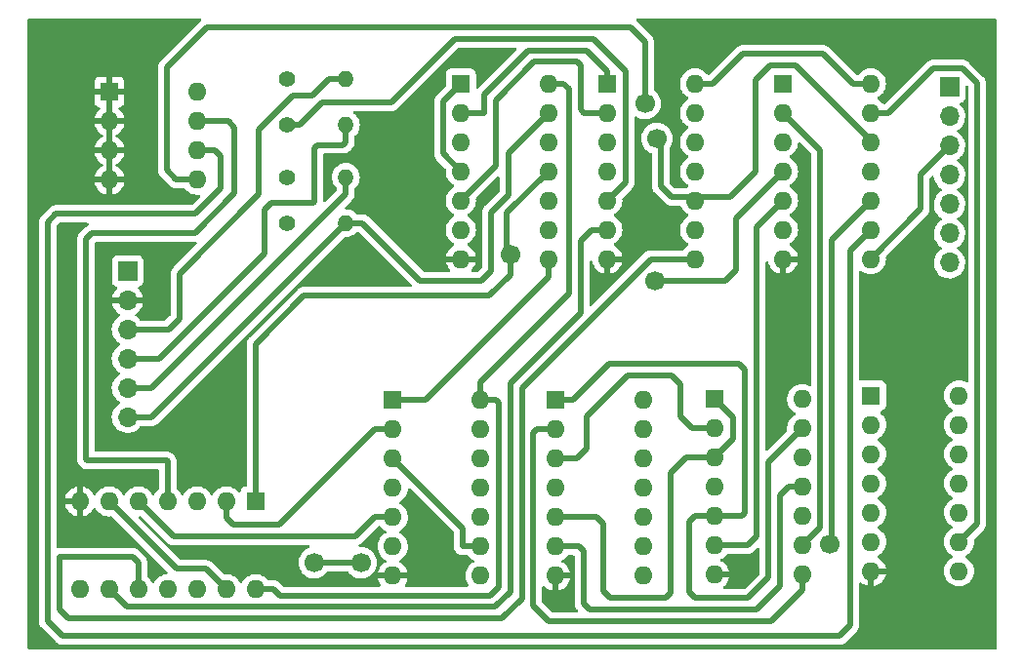
<source format=gbr>
%TF.GenerationSoftware,KiCad,Pcbnew,(6.0.7)*%
%TF.CreationDate,2022-12-18T15:12:13+02:00*%
%TF.ProjectId,hamming code,68616d6d-696e-4672-9063-6f64652e6b69,rev?*%
%TF.SameCoordinates,Original*%
%TF.FileFunction,Copper,L2,Bot*%
%TF.FilePolarity,Positive*%
%FSLAX46Y46*%
G04 Gerber Fmt 4.6, Leading zero omitted, Abs format (unit mm)*
G04 Created by KiCad (PCBNEW (6.0.7)) date 2022-12-18 15:12:13*
%MOMM*%
%LPD*%
G01*
G04 APERTURE LIST*
%TA.AperFunction,ComponentPad*%
%ADD10R,1.600000X1.600000*%
%TD*%
%TA.AperFunction,ComponentPad*%
%ADD11O,1.600000X1.600000*%
%TD*%
%TA.AperFunction,ComponentPad*%
%ADD12R,1.700000X1.700000*%
%TD*%
%TA.AperFunction,ComponentPad*%
%ADD13O,1.700000X1.700000*%
%TD*%
%TA.AperFunction,ComponentPad*%
%ADD14C,1.400000*%
%TD*%
%TA.AperFunction,ComponentPad*%
%ADD15O,1.400000X1.400000*%
%TD*%
%TA.AperFunction,ViaPad*%
%ADD16C,1.700000*%
%TD*%
%TA.AperFunction,Conductor*%
%ADD17C,0.500000*%
%TD*%
G04 APERTURE END LIST*
D10*
%TO.P,U8,1*%
%TO.N,/err3*%
X71700000Y-111875000D03*
D11*
%TO.P,U8,2*%
%TO.N,Net-(U6-Pad8)*%
X71700000Y-114415000D03*
%TO.P,U8,3*%
%TO.N,/err2*%
X71700000Y-116955000D03*
%TO.P,U8,4*%
%TO.N,Net-(U6-Pad4)*%
X71700000Y-119495000D03*
%TO.P,U8,5*%
%TO.N,/err1*%
X71700000Y-122035000D03*
%TO.P,U8,6*%
%TO.N,Net-(U6-Pad11)*%
X71700000Y-124575000D03*
%TO.P,U8,7,GND*%
%TO.N,GND*%
X71700000Y-127115000D03*
%TO.P,U8,8*%
%TO.N,unconnected-(U8-Pad8)*%
X79320000Y-127115000D03*
%TO.P,U8,9*%
%TO.N,unconnected-(U8-Pad9)*%
X79320000Y-124575000D03*
%TO.P,U8,10*%
%TO.N,unconnected-(U8-Pad10)*%
X79320000Y-122035000D03*
%TO.P,U8,11*%
%TO.N,unconnected-(U8-Pad11)*%
X79320000Y-119495000D03*
%TO.P,U8,12*%
%TO.N,unconnected-(U8-Pad12)*%
X79320000Y-116955000D03*
%TO.P,U8,13*%
%TO.N,unconnected-(U8-Pad13)*%
X79320000Y-114415000D03*
%TO.P,U8,14,VCC*%
%TO.N,VCC*%
X79320000Y-111875000D03*
%TD*%
D12*
%TO.P,J2,1,Pin_1*%
%TO.N,/out1*%
X105900000Y-84700000D03*
D13*
%TO.P,J2,2,Pin_2*%
%TO.N,/out2*%
X105900000Y-87240000D03*
%TO.P,J2,3,Pin_3*%
%TO.N,/out3*%
X105900000Y-89780000D03*
%TO.P,J2,4,Pin_4*%
%TO.N,/out4*%
X105900000Y-92320000D03*
%TO.P,J2,5,Pin_5*%
%TO.N,/P1*%
X105900000Y-94860000D03*
%TO.P,J2,6,Pin_6*%
%TO.N,/P2*%
X105900000Y-97400000D03*
%TO.P,J2,7,Pin_7*%
%TO.N,/P3*%
X105900000Y-99940000D03*
%TD*%
D10*
%TO.P,U5,1*%
%TO.N,/D1N*%
X91450000Y-84375000D03*
D11*
%TO.P,U5,2*%
%TO.N,Net-(U5-Pad2)*%
X91450000Y-86915000D03*
%TO.P,U5,3*%
%TO.N,/out1*%
X91450000Y-89455000D03*
%TO.P,U5,4*%
%TO.N,/D2N*%
X91450000Y-91995000D03*
%TO.P,U5,5*%
%TO.N,Net-(U5-Pad5)*%
X91450000Y-94535000D03*
%TO.P,U5,6*%
%TO.N,/out2*%
X91450000Y-97075000D03*
%TO.P,U5,7,GND*%
%TO.N,GND*%
X91450000Y-99615000D03*
%TO.P,U5,8*%
%TO.N,/out3*%
X99070000Y-99615000D03*
%TO.P,U5,9*%
%TO.N,/D3N*%
X99070000Y-97075000D03*
%TO.P,U5,10*%
%TO.N,Net-(U5-Pad10)*%
X99070000Y-94535000D03*
%TO.P,U5,11*%
%TO.N,/out4*%
X99070000Y-91995000D03*
%TO.P,U5,12*%
%TO.N,/D4N*%
X99070000Y-89455000D03*
%TO.P,U5,13*%
%TO.N,Net-(U5-Pad13)*%
X99070000Y-86915000D03*
%TO.P,U5,14,VCC*%
%TO.N,VCC*%
X99070000Y-84375000D03*
%TD*%
D14*
%TO.P,R1,1*%
%TO.N,/D1N*%
X48470000Y-84000000D03*
D15*
%TO.P,R1,2*%
%TO.N,/D1*%
X53550000Y-84000000D03*
%TD*%
D10*
%TO.P,U4,1*%
%TO.N,/P2*%
X57600000Y-111875000D03*
D11*
%TO.P,U4,2*%
%TO.N,/D1N*%
X57600000Y-114415000D03*
%TO.P,U4,3*%
%TO.N,/conn6*%
X57600000Y-116955000D03*
%TO.P,U4,4*%
%TO.N,/D3N*%
X57600000Y-119495000D03*
%TO.P,U4,5*%
%TO.N,/D4N*%
X57600000Y-122035000D03*
%TO.P,U4,6*%
%TO.N,/conn7*%
X57600000Y-124575000D03*
%TO.P,U4,7,GND*%
%TO.N,GND*%
X57600000Y-127115000D03*
%TO.P,U4,8*%
%TO.N,/err2*%
X65220000Y-127115000D03*
%TO.P,U4,9*%
%TO.N,/conn6*%
X65220000Y-124575000D03*
%TO.P,U4,10*%
%TO.N,/conn7*%
X65220000Y-122035000D03*
%TO.P,U4,11*%
%TO.N,unconnected-(U4-Pad11)*%
X65220000Y-119495000D03*
%TO.P,U4,12*%
%TO.N,unconnected-(U4-Pad12)*%
X65220000Y-116955000D03*
%TO.P,U4,13*%
%TO.N,unconnected-(U4-Pad13)*%
X65220000Y-114415000D03*
%TO.P,U4,14,VCC*%
%TO.N,VCC*%
X65220000Y-111875000D03*
%TD*%
D10*
%TO.P,U2,1*%
%TO.N,/D2*%
X76210000Y-84375000D03*
D11*
%TO.P,U2,2*%
%TO.N,/D3*%
X76210000Y-86915000D03*
%TO.P,U2,3*%
%TO.N,/conn3*%
X76210000Y-89455000D03*
%TO.P,U2,4*%
%TO.N,/P3*%
X76210000Y-91995000D03*
%TO.P,U2,5*%
%TO.N,/D2N*%
X76210000Y-94535000D03*
%TO.P,U2,6*%
%TO.N,/conn8*%
X76210000Y-97075000D03*
%TO.P,U2,7,GND*%
%TO.N,GND*%
X76210000Y-99615000D03*
%TO.P,U2,8*%
%TO.N,/conn9*%
X83830000Y-99615000D03*
%TO.P,U2,9*%
%TO.N,/D3N*%
X83830000Y-97075000D03*
%TO.P,U2,10*%
%TO.N,/D4N*%
X83830000Y-94535000D03*
%TO.P,U2,11*%
%TO.N,/P3*%
X83830000Y-91995000D03*
%TO.P,U2,12*%
%TO.N,/conn3*%
X83830000Y-89455000D03*
%TO.P,U2,13*%
%TO.N,/D4*%
X83830000Y-86915000D03*
%TO.P,U2,14,VCC*%
%TO.N,VCC*%
X83830000Y-84375000D03*
%TD*%
D10*
%TO.P,SW1,1*%
%TO.N,GND*%
X33030000Y-85100000D03*
D11*
%TO.P,SW1,2*%
X33030000Y-87640000D03*
%TO.P,SW1,3*%
X33030000Y-90180000D03*
%TO.P,SW1,4*%
X33030000Y-92720000D03*
%TO.P,SW1,5*%
%TO.N,/D4N*%
X40650000Y-92720000D03*
%TO.P,SW1,6*%
%TO.N,/D3N*%
X40650000Y-90180000D03*
%TO.P,SW1,7*%
%TO.N,/D2N*%
X40650000Y-87640000D03*
%TO.P,SW1,8*%
%TO.N,/D1N*%
X40650000Y-85100000D03*
%TD*%
D10*
%TO.P,U6,1*%
%TO.N,/err1*%
X85500000Y-111775000D03*
D11*
%TO.P,U6,2*%
%TO.N,/err2*%
X85500000Y-114315000D03*
%TO.P,U6,3*%
%TO.N,/err1*%
X85500000Y-116855000D03*
%TO.P,U6,4*%
%TO.N,Net-(U6-Pad4)*%
X85500000Y-119395000D03*
%TO.P,U6,5*%
%TO.N,/err3*%
X85500000Y-121935000D03*
%TO.P,U6,6*%
%TO.N,Net-(U5-Pad5)*%
X85500000Y-124475000D03*
%TO.P,U6,7,VSS*%
%TO.N,GND*%
X85500000Y-127015000D03*
%TO.P,U6,8*%
%TO.N,Net-(U6-Pad8)*%
X93120000Y-127015000D03*
%TO.P,U6,9*%
%TO.N,Net-(U5-Pad2)*%
X93120000Y-124475000D03*
%TO.P,U6,10*%
%TO.N,Net-(U5-Pad10)*%
X93120000Y-121935000D03*
%TO.P,U6,11*%
%TO.N,Net-(U6-Pad11)*%
X93120000Y-119395000D03*
%TO.P,U6,12*%
%TO.N,/err2*%
X93120000Y-116855000D03*
%TO.P,U6,13*%
%TO.N,/err3*%
X93120000Y-114315000D03*
%TO.P,U6,14,VDD*%
%TO.N,VCC*%
X93120000Y-111775000D03*
%TD*%
D10*
%TO.P,U3,1*%
%TO.N,/P1*%
X45720000Y-120650000D03*
D11*
%TO.P,U3,2*%
%TO.N,/D1N*%
X43180000Y-120650000D03*
%TO.P,U3,3*%
%TO.N,/conn4*%
X40640000Y-120650000D03*
%TO.P,U3,4*%
%TO.N,/D2N*%
X38100000Y-120650000D03*
%TO.P,U3,5*%
%TO.N,/D4N*%
X35560000Y-120650000D03*
%TO.P,U3,6*%
%TO.N,/conn5*%
X33020000Y-120650000D03*
%TO.P,U3,7,GND*%
%TO.N,GND*%
X30480000Y-120650000D03*
%TO.P,U3,8*%
%TO.N,/err3*%
X30480000Y-128270000D03*
%TO.P,U3,9*%
%TO.N,/conn8*%
X33020000Y-128270000D03*
%TO.P,U3,10*%
%TO.N,/conn9*%
X35560000Y-128270000D03*
%TO.P,U3,11*%
%TO.N,/err1*%
X38100000Y-128270000D03*
%TO.P,U3,12*%
%TO.N,/conn4*%
X40640000Y-128270000D03*
%TO.P,U3,13*%
%TO.N,/conn5*%
X43180000Y-128270000D03*
%TO.P,U3,14,VCC*%
%TO.N,VCC*%
X45720000Y-128270000D03*
%TD*%
D12*
%TO.P,J1,1,Pin_1*%
%TO.N,VCC*%
X34600000Y-100650000D03*
D13*
%TO.P,J1,2,Pin_2*%
%TO.N,GND*%
X34600000Y-103190000D03*
%TO.P,J1,3,Pin_3*%
%TO.N,/D1*%
X34600000Y-105730000D03*
%TO.P,J1,4,Pin_4*%
%TO.N,/D2*%
X34600000Y-108270000D03*
%TO.P,J1,5,Pin_5*%
%TO.N,/D3*%
X34600000Y-110810000D03*
%TO.P,J1,6,Pin_6*%
%TO.N,/D4*%
X34600000Y-113350000D03*
%TD*%
D14*
%TO.P,R4,1*%
%TO.N,/D4N*%
X48460000Y-96500000D03*
D15*
%TO.P,R4,2*%
%TO.N,/D4*%
X53540000Y-96500000D03*
%TD*%
D10*
%TO.P,U7,1*%
%TO.N,/err1*%
X99100000Y-111475000D03*
D11*
%TO.P,U7,2*%
%TO.N,/err2*%
X99100000Y-114015000D03*
%TO.P,U7,3*%
%TO.N,unconnected-(U7-Pad3)*%
X99100000Y-116555000D03*
%TO.P,U7,4*%
%TO.N,unconnected-(U7-Pad4)*%
X99100000Y-119095000D03*
%TO.P,U7,5*%
%TO.N,unconnected-(U7-Pad5)*%
X99100000Y-121635000D03*
%TO.P,U7,6*%
%TO.N,unconnected-(U7-Pad6)*%
X99100000Y-124175000D03*
%TO.P,U7,7,VSS*%
%TO.N,GND*%
X99100000Y-126715000D03*
%TO.P,U7,8*%
%TO.N,/err3*%
X106720000Y-126715000D03*
%TO.P,U7,9*%
%TO.N,Net-(U5-Pad13)*%
X106720000Y-124175000D03*
%TO.P,U7,10*%
%TO.N,unconnected-(U7-Pad10)*%
X106720000Y-121635000D03*
%TO.P,U7,11*%
%TO.N,unconnected-(U7-Pad11)*%
X106720000Y-119095000D03*
%TO.P,U7,12*%
%TO.N,unconnected-(U7-Pad12)*%
X106720000Y-116555000D03*
%TO.P,U7,13*%
%TO.N,unconnected-(U7-Pad13)*%
X106720000Y-114015000D03*
%TO.P,U7,14,VDD*%
%TO.N,VCC*%
X106720000Y-111475000D03*
%TD*%
D10*
%TO.P,U1,1*%
%TO.N,/D1*%
X63510000Y-84375000D03*
D11*
%TO.P,U1,2*%
%TO.N,/D2*%
X63510000Y-86915000D03*
%TO.P,U1,3*%
%TO.N,/conn1*%
X63510000Y-89455000D03*
%TO.P,U1,4*%
%TO.N,/D1*%
X63510000Y-91995000D03*
%TO.P,U1,5*%
%TO.N,/D3*%
X63510000Y-94535000D03*
%TO.P,U1,6*%
%TO.N,/conn2*%
X63510000Y-97075000D03*
%TO.P,U1,7,GND*%
%TO.N,GND*%
X63510000Y-99615000D03*
%TO.P,U1,8*%
%TO.N,/P2*%
X71130000Y-99615000D03*
%TO.P,U1,9*%
%TO.N,/conn2*%
X71130000Y-97075000D03*
%TO.P,U1,10*%
%TO.N,/D4*%
X71130000Y-94535000D03*
%TO.P,U1,11*%
%TO.N,/P1*%
X71130000Y-91995000D03*
%TO.P,U1,12*%
%TO.N,/conn1*%
X71130000Y-89455000D03*
%TO.P,U1,13*%
%TO.N,/D4*%
X71130000Y-86915000D03*
%TO.P,U1,14,VCC*%
%TO.N,VCC*%
X71130000Y-84375000D03*
%TD*%
D14*
%TO.P,R3,1*%
%TO.N,/D3N*%
X48460000Y-92500000D03*
D15*
%TO.P,R3,2*%
%TO.N,/D3*%
X53540000Y-92500000D03*
%TD*%
D14*
%TO.P,R2,1*%
%TO.N,/D2N*%
X48460000Y-88000000D03*
D15*
%TO.P,R2,2*%
%TO.N,/D2*%
X53540000Y-88000000D03*
%TD*%
D16*
%TO.N,GND*%
X27482800Y-89458800D03*
X42600000Y-112300000D03*
X27482800Y-81500000D03*
X108000000Y-130700000D03*
X58400000Y-96100000D03*
X58100000Y-90000000D03*
X103600000Y-131500000D03*
X60200000Y-122100000D03*
X91948000Y-106934000D03*
%TO.N,/P1*%
X67800000Y-99200000D03*
%TO.N,/err1*%
X50800000Y-125984000D03*
X54864000Y-125984000D03*
%TO.N,Net-(U5-Pad10)*%
X95540100Y-124355100D03*
%TO.N,/D2N*%
X80370100Y-101512000D03*
%TO.N,/D4N*%
X79502000Y-86106000D03*
X80518000Y-89154000D03*
%TD*%
D17*
%TO.N,/D1*%
X50649400Y-85450300D02*
X48933800Y-85450300D01*
X52099700Y-84000000D02*
X50649400Y-85450300D01*
X46009300Y-93990700D02*
X39100000Y-100900000D01*
X63510000Y-91995000D02*
X61958000Y-90443000D01*
X53550000Y-84000000D02*
X52099700Y-84000000D01*
X39100000Y-104800000D02*
X38170000Y-105730000D01*
X38170000Y-105730000D02*
X34600000Y-105730000D01*
X48933800Y-85450300D02*
X46009300Y-88374800D01*
X46009300Y-88374800D02*
X46009300Y-93990700D01*
X61958000Y-85927000D02*
X63510000Y-84375000D01*
X39100000Y-100900000D02*
X39100000Y-104800000D01*
X61958000Y-90443000D02*
X61958000Y-85927000D01*
%TO.N,/D2*%
X53540000Y-89460000D02*
X53300000Y-89700000D01*
X50700000Y-94700000D02*
X47100000Y-94700000D01*
X50800000Y-94600000D02*
X50700000Y-94700000D01*
X50800000Y-90000000D02*
X50800000Y-94600000D01*
X47100000Y-94700000D02*
X46500000Y-95300000D01*
X37330000Y-108270000D02*
X34600000Y-108270000D01*
X51100000Y-89700000D02*
X50800000Y-90000000D01*
X53540000Y-88000000D02*
X53540000Y-89460000D01*
X65512300Y-86915000D02*
X65512300Y-85363700D01*
X63510000Y-86915000D02*
X65512300Y-86915000D01*
X74390000Y-81502000D02*
X76210000Y-83322000D01*
X76210000Y-83322000D02*
X76210000Y-84375000D01*
X65512300Y-85363700D02*
X69374000Y-81502000D01*
X46500000Y-95300000D02*
X46500000Y-99100000D01*
X69374000Y-81502000D02*
X74390000Y-81502000D01*
X53300000Y-89700000D02*
X51100000Y-89700000D01*
X46500000Y-99100000D02*
X37330000Y-108270000D01*
%TO.N,/D3*%
X66512300Y-91532700D02*
X66512300Y-85887700D01*
X74215000Y-86915000D02*
X76210000Y-86915000D01*
X66512300Y-85887700D02*
X69898000Y-82502000D01*
X73914000Y-82804000D02*
X73914000Y-86614000D01*
X53540000Y-93950300D02*
X36680300Y-110810000D01*
X73612000Y-82502000D02*
X73914000Y-82804000D01*
X36680300Y-110810000D02*
X34600000Y-110810000D01*
X63510000Y-94535000D02*
X66512300Y-91532700D01*
X69898000Y-82502000D02*
X73612000Y-82502000D01*
X73914000Y-86614000D02*
X74215000Y-86915000D01*
X53540000Y-92500000D02*
X53540000Y-93950300D01*
%TO.N,/P1*%
X67800000Y-99200000D02*
X67512700Y-98912700D01*
X45720000Y-106980000D02*
X45720000Y-120650000D01*
X66000000Y-102800000D02*
X49900000Y-102800000D01*
X67512700Y-98912700D02*
X67512700Y-95612300D01*
X67800000Y-99200000D02*
X67800000Y-101000000D01*
X49900000Y-102800000D02*
X45720000Y-106980000D01*
X67512700Y-95612300D02*
X71130000Y-91995000D01*
X67800000Y-101000000D02*
X66000000Y-102800000D01*
%TO.N,/D4*%
X59990300Y-101500000D02*
X54990300Y-96500000D01*
X36690000Y-113350000D02*
X53540000Y-96500000D01*
X67633500Y-94057300D02*
X66100000Y-95590800D01*
X34600000Y-113350000D02*
X36690000Y-113350000D01*
X67633500Y-90411500D02*
X67633500Y-94057300D01*
X66100000Y-100700000D02*
X65300000Y-101500000D01*
X66100000Y-95590800D02*
X66100000Y-100700000D01*
X71130000Y-86915000D02*
X67633500Y-90411500D01*
X65300000Y-101500000D02*
X59990300Y-101500000D01*
X54990300Y-96500000D02*
X53540000Y-96500000D01*
%TO.N,/P2*%
X57600000Y-111875000D02*
X60420300Y-111875000D01*
X71130000Y-101165300D02*
X60420300Y-111875000D01*
X71130000Y-99615000D02*
X71130000Y-101165300D01*
%TO.N,VCC*%
X65220000Y-110324700D02*
X65220000Y-111875000D01*
X72898000Y-102646700D02*
X65220000Y-110324700D01*
X66056586Y-128820400D02*
X47820700Y-128820400D01*
X94950800Y-81806100D02*
X87949200Y-81806100D01*
X47270300Y-128270000D02*
X45720000Y-128270000D01*
X71130000Y-84375000D02*
X72437000Y-84375000D01*
X83830000Y-84375000D02*
X85380300Y-84375000D01*
X72437000Y-84375000D02*
X72898000Y-84836000D01*
X66799200Y-112112800D02*
X66799200Y-128077786D01*
X66561400Y-111875000D02*
X66799200Y-112112800D01*
X72898000Y-84836000D02*
X72898000Y-102646700D01*
X65220000Y-111875000D02*
X66561400Y-111875000D01*
X87949200Y-81806100D02*
X85380300Y-84375000D01*
X97519700Y-84375000D02*
X94950800Y-81806100D01*
X47820700Y-128820400D02*
X47270300Y-128270000D01*
X66799200Y-128077786D02*
X66056586Y-128820400D01*
X99070000Y-84375000D02*
X97519700Y-84375000D01*
%TO.N,/err1*%
X76470000Y-129048000D02*
X75896200Y-128474200D01*
X75299000Y-122035000D02*
X71700000Y-122035000D01*
X85500000Y-116855000D02*
X83043000Y-116855000D01*
X54864000Y-125984000D02*
X50800000Y-125984000D01*
X75896200Y-122632200D02*
X75299000Y-122035000D01*
X83043000Y-116855000D02*
X81718400Y-118179600D01*
X81718400Y-118179600D02*
X81718400Y-128593600D01*
X85500000Y-111775000D02*
X87088800Y-113363800D01*
X87088800Y-115266200D02*
X85500000Y-116855000D01*
X87088800Y-113363800D02*
X87088800Y-115266200D01*
X75896200Y-128474200D02*
X75896200Y-122632200D01*
X81264000Y-129048000D02*
X76470000Y-129048000D01*
X81718400Y-128593600D02*
X81264000Y-129048000D01*
%TO.N,/err2*%
X74422000Y-113284000D02*
X74422000Y-116078000D01*
X82550000Y-113284000D02*
X82550000Y-110490000D01*
X85500000Y-114315000D02*
X83581000Y-114315000D01*
X81788000Y-109728000D02*
X77978000Y-109728000D01*
X83581000Y-114315000D02*
X82550000Y-113284000D01*
X77978000Y-109728000D02*
X74422000Y-113284000D01*
X82550000Y-110490000D02*
X81788000Y-109728000D01*
X73545000Y-116955000D02*
X71700000Y-116955000D01*
X74422000Y-116078000D02*
X73545000Y-116955000D01*
%TO.N,/err3*%
X87869000Y-121935000D02*
X85500000Y-121935000D01*
X90170000Y-127254000D02*
X88392000Y-129032000D01*
X93120000Y-114315000D02*
X90170000Y-117265000D01*
X71700000Y-111875000D02*
X73250300Y-111875000D01*
X87630000Y-108712000D02*
X88127600Y-109209600D01*
X90170000Y-117265000D02*
X90170000Y-127254000D01*
X76413300Y-108712000D02*
X87630000Y-108712000D01*
X83312000Y-122428000D02*
X83805000Y-121935000D01*
X83312000Y-128524000D02*
X83312000Y-122428000D01*
X83805000Y-121935000D02*
X85500000Y-121935000D01*
X88392000Y-129032000D02*
X83820000Y-129032000D01*
X73250300Y-111875000D02*
X76413300Y-108712000D01*
X88127600Y-109209600D02*
X88127600Y-121676400D01*
X88127600Y-121676400D02*
X87869000Y-121935000D01*
X83820000Y-129032000D02*
X83312000Y-128524000D01*
%TO.N,Net-(U5-Pad2)*%
X94670400Y-90135400D02*
X91450000Y-86915000D01*
X93120000Y-124475000D02*
X94670400Y-122924600D01*
X94670400Y-122924600D02*
X94670400Y-90135400D01*
%TO.N,Net-(U5-Pad5)*%
X88377000Y-124475000D02*
X89168800Y-123683200D01*
X89168800Y-96816200D02*
X91450000Y-94535000D01*
X89168800Y-123683200D02*
X89168800Y-96816200D01*
X85500000Y-124475000D02*
X88377000Y-124475000D01*
%TO.N,/out3*%
X103416900Y-95268100D02*
X103416900Y-92263100D01*
X99070000Y-99615000D02*
X103416900Y-95268100D01*
X103416900Y-92263100D02*
X105900000Y-89780000D01*
%TO.N,Net-(U5-Pad10)*%
X95687700Y-97917300D02*
X95687700Y-124207500D01*
X95687700Y-124207500D02*
X95540100Y-124355100D01*
X99070000Y-94535000D02*
X95687700Y-97917300D01*
%TO.N,Net-(U5-Pad13)*%
X108292800Y-122602200D02*
X108292800Y-84326600D01*
X107048700Y-83082500D02*
X104452800Y-83082500D01*
X106720000Y-124175000D02*
X108292800Y-122602200D01*
X108292800Y-84326600D02*
X107048700Y-83082500D01*
X104452800Y-83082500D02*
X100620300Y-86915000D01*
X99070000Y-86915000D02*
X100620300Y-86915000D01*
%TO.N,/conn8*%
X73914000Y-104278800D02*
X73914000Y-98044000D01*
X34570400Y-129820400D02*
X66470800Y-129820400D01*
X74883000Y-97075000D02*
X76210000Y-97075000D01*
X67799200Y-110393600D02*
X73914000Y-104278800D01*
X66470800Y-129820400D02*
X67799200Y-128492000D01*
X67799200Y-128492000D02*
X67799200Y-110393600D01*
X33020000Y-128270000D02*
X34570400Y-129820400D01*
X73914000Y-98044000D02*
X74883000Y-97075000D01*
%TO.N,/conn9*%
X67096100Y-130820700D02*
X68799200Y-129117600D01*
X35052000Y-125476000D02*
X28702000Y-125476000D01*
X28702000Y-130048000D02*
X29474700Y-130820700D01*
X68799200Y-129117600D02*
X68799200Y-110808300D01*
X35560000Y-128270000D02*
X35560000Y-125984000D01*
X79992500Y-99615000D02*
X83830000Y-99615000D01*
X29474700Y-130820700D02*
X67096100Y-130820700D01*
X35560000Y-125984000D02*
X35052000Y-125476000D01*
X68799200Y-110808300D02*
X79992500Y-99615000D01*
X28702000Y-125476000D02*
X28702000Y-130048000D01*
%TO.N,/conn5*%
X33020000Y-120650000D02*
X38895000Y-126525000D01*
X38895000Y-126525000D02*
X41435000Y-126525000D01*
X41435000Y-126525000D02*
X43180000Y-128270000D01*
%TO.N,/conn6*%
X63669700Y-124575000D02*
X63669700Y-123024700D01*
X65220000Y-124575000D02*
X63669700Y-124575000D01*
X63669700Y-123024700D02*
X57600000Y-116955000D01*
%TO.N,/D1N*%
X56049700Y-114415000D02*
X47766700Y-122698000D01*
X57600000Y-114415000D02*
X56049700Y-114415000D01*
X43180000Y-122072400D02*
X43180000Y-120650000D01*
X47766700Y-122698000D02*
X43805600Y-122698000D01*
X43805600Y-122698000D02*
X43180000Y-122072400D01*
%TO.N,Net-(U6-Pad11)*%
X71700000Y-124575000D02*
X73775000Y-124575000D01*
X89154000Y-130048000D02*
X91186000Y-128016000D01*
X74676000Y-130048000D02*
X89154000Y-130048000D01*
X74168000Y-124968000D02*
X74168000Y-129540000D01*
X91186000Y-120142000D02*
X91933000Y-119395000D01*
X74168000Y-129540000D02*
X74676000Y-130048000D01*
X91933000Y-119395000D02*
X93120000Y-119395000D01*
X91186000Y-128016000D02*
X91186000Y-120142000D01*
X73775000Y-124575000D02*
X74168000Y-124968000D01*
%TO.N,/D2N*%
X77805700Y-83298800D02*
X77805700Y-92939300D01*
X57490200Y-86005000D02*
X62993200Y-80502000D01*
X31542900Y-97357100D02*
X40442900Y-97357100D01*
X43900000Y-88200000D02*
X43340000Y-87640000D01*
X31000000Y-97900000D02*
X31542900Y-97357100D01*
X38100000Y-120650000D02*
X38100000Y-117200000D01*
X49514400Y-88000000D02*
X51509400Y-86005000D01*
X48460000Y-88000000D02*
X49514400Y-88000000D01*
X43900000Y-93900000D02*
X43900000Y-88200000D01*
X75008900Y-80502000D02*
X77805700Y-83298800D01*
X38100000Y-117200000D02*
X38000000Y-117100000D01*
X87376000Y-100584000D02*
X86448000Y-101512000D01*
X38000000Y-117100000D02*
X31100000Y-117100000D01*
X51509400Y-86005000D02*
X57490200Y-86005000D01*
X43340000Y-87640000D02*
X40650000Y-87640000D01*
X91450000Y-91995000D02*
X87376000Y-96069000D01*
X62993200Y-80502000D02*
X75008900Y-80502000D01*
X31100000Y-117100000D02*
X31000000Y-117000000D01*
X77805700Y-92939300D02*
X76210000Y-94535000D01*
X86448000Y-101512000D02*
X80370100Y-101512000D01*
X40442900Y-97357100D02*
X43900000Y-93900000D01*
X87376000Y-96069000D02*
X87376000Y-100584000D01*
X31000000Y-117000000D02*
X31000000Y-97900000D01*
%TO.N,/D3N*%
X27686000Y-96414000D02*
X27686000Y-131064000D01*
X42700000Y-90700000D02*
X42700000Y-93500000D01*
X27686000Y-131064000D02*
X28956000Y-132334000D01*
X40650000Y-90180000D02*
X42180000Y-90180000D01*
X96366000Y-132334000D02*
X97288000Y-131412000D01*
X42180000Y-90180000D02*
X42700000Y-90700000D01*
X40500000Y-95700000D02*
X28400000Y-95700000D01*
X28400000Y-95700000D02*
X27686000Y-96414000D01*
X42700000Y-93500000D02*
X40500000Y-95700000D01*
X97288000Y-131412000D02*
X97288000Y-98857000D01*
X28956000Y-132334000D02*
X96366000Y-132334000D01*
X97288000Y-98857000D02*
X99070000Y-97075000D01*
%TO.N,/D4N*%
X89077400Y-92024600D02*
X89077400Y-84080300D01*
X92561700Y-82824600D02*
X99070000Y-89332900D01*
X38608000Y-123698000D02*
X35560000Y-120650000D01*
X40650000Y-92720000D02*
X38820000Y-92720000D01*
X38000000Y-91900000D02*
X38000000Y-83000000D01*
X56049700Y-122035000D02*
X54386700Y-123698000D01*
X41498000Y-79502000D02*
X78232000Y-79502000D01*
X80850400Y-89486400D02*
X80518000Y-89154000D01*
X38000000Y-83000000D02*
X41498000Y-79502000D01*
X83854600Y-94221000D02*
X86881000Y-94221000D01*
X81775000Y-94221000D02*
X83854600Y-94221000D01*
X89077400Y-84080300D02*
X90333100Y-82824600D01*
X86881000Y-94221000D02*
X89077400Y-92024600D01*
X80850400Y-93296400D02*
X80850400Y-89486400D01*
X79502000Y-80772000D02*
X79502000Y-86106000D01*
X57600000Y-122035000D02*
X56049700Y-122035000D01*
X54386700Y-123698000D02*
X38608000Y-123698000D01*
X80850400Y-93296400D02*
X81775000Y-94221000D01*
X38820000Y-92720000D02*
X38000000Y-91900000D01*
X78232000Y-79502000D02*
X79502000Y-80772000D01*
X90333100Y-82824600D02*
X92561700Y-82824600D01*
%TO.N,Net-(U6-Pad8)*%
X71164000Y-131064000D02*
X69799200Y-129699200D01*
X93120000Y-127015000D02*
X93120000Y-128368000D01*
X69799200Y-129699200D02*
X69799200Y-114700800D01*
X93120000Y-128368000D02*
X90424000Y-131064000D01*
X69799200Y-114700800D02*
X70085000Y-114415000D01*
X90424000Y-131064000D02*
X71164000Y-131064000D01*
X70085000Y-114415000D02*
X71700000Y-114415000D01*
%TD*%
%TA.AperFunction,Conductor*%
%TO.N,GND*%
G36*
X40949737Y-78760502D02*
G01*
X40996230Y-78814158D01*
X41006334Y-78884432D01*
X40973088Y-78953154D01*
X40954871Y-78972384D01*
X40952494Y-78974825D01*
X37511089Y-82416230D01*
X37496677Y-82428616D01*
X37485082Y-82437149D01*
X37485077Y-82437154D01*
X37479182Y-82441492D01*
X37474443Y-82447070D01*
X37474440Y-82447073D01*
X37444965Y-82481768D01*
X37438035Y-82489284D01*
X37432340Y-82494979D01*
X37430060Y-82497861D01*
X37414719Y-82517251D01*
X37411928Y-82520655D01*
X37369409Y-82570703D01*
X37364667Y-82576285D01*
X37361339Y-82582801D01*
X37357972Y-82587850D01*
X37354805Y-82592979D01*
X37350266Y-82598716D01*
X37319345Y-82664875D01*
X37317442Y-82668769D01*
X37284231Y-82733808D01*
X37282492Y-82740916D01*
X37280393Y-82746559D01*
X37278476Y-82752322D01*
X37275378Y-82758950D01*
X37273888Y-82766112D01*
X37273888Y-82766113D01*
X37260514Y-82830412D01*
X37259544Y-82834696D01*
X37242192Y-82905610D01*
X37241500Y-82916764D01*
X37241464Y-82916762D01*
X37241225Y-82920755D01*
X37240851Y-82924947D01*
X37239360Y-82932115D01*
X37240370Y-82969448D01*
X37241454Y-83009521D01*
X37241500Y-83012928D01*
X37241500Y-91832930D01*
X37240067Y-91851880D01*
X37236801Y-91873349D01*
X37237394Y-91880641D01*
X37237394Y-91880644D01*
X37241085Y-91926018D01*
X37241500Y-91936233D01*
X37241500Y-91944293D01*
X37241925Y-91947937D01*
X37244789Y-91972507D01*
X37245222Y-91976882D01*
X37249479Y-92029213D01*
X37251140Y-92049637D01*
X37253396Y-92056601D01*
X37254587Y-92062560D01*
X37255971Y-92068415D01*
X37256818Y-92075681D01*
X37281735Y-92144327D01*
X37283152Y-92148455D01*
X37302087Y-92206903D01*
X37305649Y-92217899D01*
X37309445Y-92224154D01*
X37311951Y-92229628D01*
X37314670Y-92235058D01*
X37317167Y-92241937D01*
X37321180Y-92248057D01*
X37321180Y-92248058D01*
X37357186Y-92302976D01*
X37359523Y-92306680D01*
X37397405Y-92369107D01*
X37401121Y-92373315D01*
X37401122Y-92373316D01*
X37404803Y-92377484D01*
X37404776Y-92377508D01*
X37407429Y-92380500D01*
X37410132Y-92383733D01*
X37414144Y-92389852D01*
X37463269Y-92436389D01*
X37470383Y-92443128D01*
X37472825Y-92445506D01*
X38236230Y-93208911D01*
X38248616Y-93223323D01*
X38257149Y-93234918D01*
X38257154Y-93234923D01*
X38261492Y-93240818D01*
X38267070Y-93245557D01*
X38267073Y-93245560D01*
X38301768Y-93275035D01*
X38309284Y-93281965D01*
X38314979Y-93287660D01*
X38317861Y-93289940D01*
X38337251Y-93305281D01*
X38340655Y-93308072D01*
X38383342Y-93344337D01*
X38396285Y-93355333D01*
X38402801Y-93358661D01*
X38407850Y-93362028D01*
X38412979Y-93365195D01*
X38418716Y-93369734D01*
X38484875Y-93400655D01*
X38488769Y-93402558D01*
X38553808Y-93435769D01*
X38560916Y-93437508D01*
X38566559Y-93439607D01*
X38572322Y-93441524D01*
X38578950Y-93444622D01*
X38641018Y-93457532D01*
X38650412Y-93459486D01*
X38654696Y-93460456D01*
X38725610Y-93477808D01*
X38731212Y-93478156D01*
X38731215Y-93478156D01*
X38736764Y-93478500D01*
X38736762Y-93478536D01*
X38740755Y-93478775D01*
X38744947Y-93479149D01*
X38752115Y-93480640D01*
X38829520Y-93478546D01*
X38832928Y-93478500D01*
X39518133Y-93478500D01*
X39586254Y-93498502D01*
X39621345Y-93532228D01*
X39643802Y-93564300D01*
X39805700Y-93726198D01*
X39810208Y-93729355D01*
X39810211Y-93729357D01*
X39852617Y-93759050D01*
X39993251Y-93857523D01*
X39998233Y-93859846D01*
X39998238Y-93859849D01*
X40194765Y-93951490D01*
X40200757Y-93954284D01*
X40206065Y-93955706D01*
X40206067Y-93955707D01*
X40416598Y-94012119D01*
X40416600Y-94012119D01*
X40421913Y-94013543D01*
X40650000Y-94033498D01*
X40655475Y-94033019D01*
X40655476Y-94033019D01*
X40791509Y-94021118D01*
X40861113Y-94035107D01*
X40912106Y-94084507D01*
X40928296Y-94153633D01*
X40904543Y-94220538D01*
X40891585Y-94235734D01*
X40222724Y-94904595D01*
X40160412Y-94938621D01*
X40133629Y-94941500D01*
X28467063Y-94941500D01*
X28448114Y-94940067D01*
X28447907Y-94940036D01*
X28426651Y-94936802D01*
X28419359Y-94937395D01*
X28419356Y-94937395D01*
X28373991Y-94941085D01*
X28363777Y-94941500D01*
X28355707Y-94941500D01*
X28352087Y-94941922D01*
X28352069Y-94941923D01*
X28327461Y-94944792D01*
X28323100Y-94945224D01*
X28299872Y-94947113D01*
X28257661Y-94950546D01*
X28257658Y-94950547D01*
X28250363Y-94951140D01*
X28243399Y-94953396D01*
X28237440Y-94954587D01*
X28231585Y-94955971D01*
X28224319Y-94956818D01*
X28155673Y-94981735D01*
X28151545Y-94983152D01*
X28089064Y-95003393D01*
X28089062Y-95003394D01*
X28082101Y-95005649D01*
X28075846Y-95009445D01*
X28070372Y-95011951D01*
X28064942Y-95014670D01*
X28058063Y-95017167D01*
X27997016Y-95057191D01*
X27993327Y-95059518D01*
X27973135Y-95071771D01*
X27935693Y-95094491D01*
X27935688Y-95094495D01*
X27930892Y-95097405D01*
X27922516Y-95104803D01*
X27922493Y-95104777D01*
X27919503Y-95107426D01*
X27916264Y-95110134D01*
X27910148Y-95114144D01*
X27905121Y-95119451D01*
X27905117Y-95119454D01*
X27856872Y-95170383D01*
X27854494Y-95172825D01*
X27197089Y-95830230D01*
X27182677Y-95842616D01*
X27171082Y-95851149D01*
X27171077Y-95851154D01*
X27165182Y-95855492D01*
X27160443Y-95861070D01*
X27160440Y-95861073D01*
X27130965Y-95895768D01*
X27124035Y-95903284D01*
X27118340Y-95908979D01*
X27116060Y-95911861D01*
X27100719Y-95931251D01*
X27097928Y-95934655D01*
X27059222Y-95980215D01*
X27050667Y-95990285D01*
X27047339Y-95996801D01*
X27043972Y-96001850D01*
X27040805Y-96006979D01*
X27036266Y-96012716D01*
X27005345Y-96078875D01*
X27003442Y-96082769D01*
X26970231Y-96147808D01*
X26968492Y-96154916D01*
X26966393Y-96160559D01*
X26964476Y-96166322D01*
X26961378Y-96172950D01*
X26959888Y-96180112D01*
X26959888Y-96180113D01*
X26946514Y-96244412D01*
X26945544Y-96248696D01*
X26928192Y-96319610D01*
X26927844Y-96325212D01*
X26927844Y-96325215D01*
X26927787Y-96326140D01*
X26927500Y-96330764D01*
X26927464Y-96330762D01*
X26927225Y-96334755D01*
X26926851Y-96338947D01*
X26925360Y-96346115D01*
X26925558Y-96353432D01*
X26927454Y-96423521D01*
X26927500Y-96426928D01*
X26927500Y-130996930D01*
X26926067Y-131015880D01*
X26922801Y-131037349D01*
X26923394Y-131044641D01*
X26923394Y-131044644D01*
X26927085Y-131090018D01*
X26927500Y-131100233D01*
X26927500Y-131108293D01*
X26927925Y-131111937D01*
X26930789Y-131136507D01*
X26931222Y-131140882D01*
X26937140Y-131213637D01*
X26939396Y-131220601D01*
X26940587Y-131226560D01*
X26941971Y-131232415D01*
X26942818Y-131239681D01*
X26967735Y-131308327D01*
X26969152Y-131312455D01*
X26985477Y-131362846D01*
X26991649Y-131381899D01*
X26995445Y-131388154D01*
X26997951Y-131393628D01*
X27000670Y-131399058D01*
X27003167Y-131405937D01*
X27007180Y-131412057D01*
X27007180Y-131412058D01*
X27043186Y-131466976D01*
X27045523Y-131470680D01*
X27083405Y-131533107D01*
X27087121Y-131537315D01*
X27087122Y-131537316D01*
X27090803Y-131541484D01*
X27090776Y-131541508D01*
X27093429Y-131544500D01*
X27096132Y-131547733D01*
X27100144Y-131553852D01*
X27105456Y-131558884D01*
X27156383Y-131607128D01*
X27158825Y-131609506D01*
X28372230Y-132822911D01*
X28384616Y-132837323D01*
X28393149Y-132848918D01*
X28393154Y-132848923D01*
X28397492Y-132854818D01*
X28403070Y-132859557D01*
X28403073Y-132859560D01*
X28437768Y-132889035D01*
X28445284Y-132895965D01*
X28450979Y-132901660D01*
X28453861Y-132903940D01*
X28473251Y-132919281D01*
X28476655Y-132922072D01*
X28525404Y-132963487D01*
X28532285Y-132969333D01*
X28538801Y-132972661D01*
X28543850Y-132976028D01*
X28548979Y-132979195D01*
X28554716Y-132983734D01*
X28620875Y-133014655D01*
X28624769Y-133016558D01*
X28689808Y-133049769D01*
X28696916Y-133051508D01*
X28702559Y-133053607D01*
X28708322Y-133055524D01*
X28714950Y-133058622D01*
X28722112Y-133060112D01*
X28722113Y-133060112D01*
X28786412Y-133073486D01*
X28790696Y-133074456D01*
X28861610Y-133091808D01*
X28867212Y-133092156D01*
X28867215Y-133092156D01*
X28872764Y-133092500D01*
X28872762Y-133092536D01*
X28876755Y-133092775D01*
X28880947Y-133093149D01*
X28888115Y-133094640D01*
X28965520Y-133092546D01*
X28968928Y-133092500D01*
X96298930Y-133092500D01*
X96317880Y-133093933D01*
X96332115Y-133096099D01*
X96332119Y-133096099D01*
X96339349Y-133097199D01*
X96346641Y-133096606D01*
X96346644Y-133096606D01*
X96392018Y-133092915D01*
X96402233Y-133092500D01*
X96410293Y-133092500D01*
X96427680Y-133090473D01*
X96438507Y-133089211D01*
X96442882Y-133088778D01*
X96508339Y-133083454D01*
X96508342Y-133083453D01*
X96515637Y-133082860D01*
X96522601Y-133080604D01*
X96528560Y-133079413D01*
X96534415Y-133078029D01*
X96541681Y-133077182D01*
X96610327Y-133052265D01*
X96614455Y-133050848D01*
X96676936Y-133030607D01*
X96676938Y-133030606D01*
X96683899Y-133028351D01*
X96690154Y-133024555D01*
X96695628Y-133022049D01*
X96701058Y-133019330D01*
X96707937Y-133016833D01*
X96728304Y-133003480D01*
X96768976Y-132976814D01*
X96772680Y-132974477D01*
X96835107Y-132936595D01*
X96843484Y-132929197D01*
X96843508Y-132929224D01*
X96846500Y-132926571D01*
X96849733Y-132923868D01*
X96855852Y-132919856D01*
X96909128Y-132863617D01*
X96911506Y-132861175D01*
X97776911Y-131995770D01*
X97791323Y-131983384D01*
X97802918Y-131974851D01*
X97802923Y-131974846D01*
X97808818Y-131970508D01*
X97813557Y-131964930D01*
X97813560Y-131964927D01*
X97843035Y-131930232D01*
X97849965Y-131922716D01*
X97855660Y-131917021D01*
X97873281Y-131894749D01*
X97876072Y-131891345D01*
X97918591Y-131841297D01*
X97918592Y-131841295D01*
X97923333Y-131835715D01*
X97926661Y-131829199D01*
X97930028Y-131824150D01*
X97933195Y-131819021D01*
X97937734Y-131813284D01*
X97968655Y-131747125D01*
X97970561Y-131743225D01*
X98003769Y-131678192D01*
X98005508Y-131671084D01*
X98007607Y-131665441D01*
X98009524Y-131659678D01*
X98012622Y-131653050D01*
X98027487Y-131581583D01*
X98028457Y-131577299D01*
X98038018Y-131538226D01*
X98045808Y-131506390D01*
X98046500Y-131495236D01*
X98046536Y-131495238D01*
X98046775Y-131491245D01*
X98047149Y-131487053D01*
X98048640Y-131479885D01*
X98046546Y-131402479D01*
X98046500Y-131399072D01*
X98046500Y-127814585D01*
X98066502Y-127746464D01*
X98120158Y-127699971D01*
X98190432Y-127689867D01*
X98253493Y-127718065D01*
X98260527Y-127723968D01*
X98438993Y-127848931D01*
X98448489Y-127854414D01*
X98645947Y-127946490D01*
X98656239Y-127950236D01*
X98828503Y-127996394D01*
X98842599Y-127996058D01*
X98846000Y-127988116D01*
X98846000Y-127982967D01*
X99354000Y-127982967D01*
X99357973Y-127996498D01*
X99366522Y-127997727D01*
X99543761Y-127950236D01*
X99554053Y-127946490D01*
X99751511Y-127854414D01*
X99761007Y-127848931D01*
X99939467Y-127723972D01*
X99947875Y-127716916D01*
X100101916Y-127562875D01*
X100108972Y-127554467D01*
X100233931Y-127376007D01*
X100239414Y-127366511D01*
X100331490Y-127169053D01*
X100335236Y-127158761D01*
X100381394Y-126986497D01*
X100381058Y-126972401D01*
X100373116Y-126969000D01*
X99372115Y-126969000D01*
X99356876Y-126973475D01*
X99355671Y-126974865D01*
X99354000Y-126982548D01*
X99354000Y-127982967D01*
X98846000Y-127982967D01*
X98846000Y-126587000D01*
X98866002Y-126518879D01*
X98919658Y-126472386D01*
X98972000Y-126461000D01*
X100367967Y-126461000D01*
X100381498Y-126457027D01*
X100382727Y-126448478D01*
X100335236Y-126271239D01*
X100331490Y-126260947D01*
X100239414Y-126063489D01*
X100233931Y-126053993D01*
X100108972Y-125875533D01*
X100101916Y-125867125D01*
X99947875Y-125713084D01*
X99939467Y-125706028D01*
X99761007Y-125581069D01*
X99751511Y-125575586D01*
X99716951Y-125559471D01*
X99663666Y-125512554D01*
X99644205Y-125444277D01*
X99664747Y-125376317D01*
X99716951Y-125331081D01*
X99751762Y-125314849D01*
X99751767Y-125314846D01*
X99756749Y-125312523D01*
X99886736Y-125221505D01*
X99939789Y-125184357D01*
X99939792Y-125184355D01*
X99944300Y-125181198D01*
X100106198Y-125019300D01*
X100123458Y-124994651D01*
X100177370Y-124917656D01*
X100237523Y-124831749D01*
X100239846Y-124826767D01*
X100239849Y-124826762D01*
X100331961Y-124629225D01*
X100331961Y-124629224D01*
X100334284Y-124624243D01*
X100339877Y-124603372D01*
X100392119Y-124408402D01*
X100392119Y-124408400D01*
X100393543Y-124403087D01*
X100413498Y-124175000D01*
X100393543Y-123946913D01*
X100392119Y-123941598D01*
X100335707Y-123731067D01*
X100335706Y-123731065D01*
X100334284Y-123725757D01*
X100331961Y-123720775D01*
X100239849Y-123523238D01*
X100239846Y-123523233D01*
X100237523Y-123518251D01*
X100144184Y-123384950D01*
X100109357Y-123335211D01*
X100109355Y-123335208D01*
X100106198Y-123330700D01*
X99944300Y-123168802D01*
X99939792Y-123165645D01*
X99939789Y-123165643D01*
X99856353Y-123107221D01*
X99756749Y-123037477D01*
X99751767Y-123035154D01*
X99751762Y-123035151D01*
X99717543Y-123019195D01*
X99664258Y-122972278D01*
X99644797Y-122904001D01*
X99665339Y-122836041D01*
X99717543Y-122790805D01*
X99751762Y-122774849D01*
X99751767Y-122774846D01*
X99756749Y-122772523D01*
X99886736Y-122681505D01*
X99939789Y-122644357D01*
X99939792Y-122644355D01*
X99944300Y-122641198D01*
X100106198Y-122479300D01*
X100112834Y-122469824D01*
X100171641Y-122385838D01*
X100237523Y-122291749D01*
X100239846Y-122286767D01*
X100239849Y-122286762D01*
X100331961Y-122089225D01*
X100331961Y-122089224D01*
X100334284Y-122084243D01*
X100349699Y-122026716D01*
X100392119Y-121868402D01*
X100392119Y-121868400D01*
X100393543Y-121863087D01*
X100413498Y-121635000D01*
X100393543Y-121406913D01*
X100392119Y-121401598D01*
X100335707Y-121191067D01*
X100335706Y-121191065D01*
X100334284Y-121185757D01*
X100330166Y-121176925D01*
X100239849Y-120983238D01*
X100239846Y-120983233D01*
X100237523Y-120978251D01*
X100153500Y-120858254D01*
X100109357Y-120795211D01*
X100109355Y-120795208D01*
X100106198Y-120790700D01*
X99944300Y-120628802D01*
X99939792Y-120625645D01*
X99939789Y-120625643D01*
X99832909Y-120550805D01*
X99756749Y-120497477D01*
X99751767Y-120495154D01*
X99751762Y-120495151D01*
X99717543Y-120479195D01*
X99664258Y-120432278D01*
X99644797Y-120364001D01*
X99665339Y-120296041D01*
X99717543Y-120250805D01*
X99751762Y-120234849D01*
X99751767Y-120234846D01*
X99756749Y-120232523D01*
X99907281Y-120127119D01*
X99939789Y-120104357D01*
X99939792Y-120104355D01*
X99944300Y-120101198D01*
X100106198Y-119939300D01*
X100237523Y-119751749D01*
X100239846Y-119746767D01*
X100239849Y-119746762D01*
X100331961Y-119549225D01*
X100331961Y-119549224D01*
X100334284Y-119544243D01*
X100343303Y-119510586D01*
X100392119Y-119328402D01*
X100392119Y-119328400D01*
X100393543Y-119323087D01*
X100413498Y-119095000D01*
X100393543Y-118866913D01*
X100374572Y-118796112D01*
X100335707Y-118651067D01*
X100335706Y-118651065D01*
X100334284Y-118645757D01*
X100330165Y-118636924D01*
X100239849Y-118443238D01*
X100239846Y-118443233D01*
X100237523Y-118438251D01*
X100153500Y-118318254D01*
X100109357Y-118255211D01*
X100109355Y-118255208D01*
X100106198Y-118250700D01*
X99944300Y-118088802D01*
X99939792Y-118085645D01*
X99939789Y-118085643D01*
X99832909Y-118010805D01*
X99756749Y-117957477D01*
X99751767Y-117955154D01*
X99751762Y-117955151D01*
X99717543Y-117939195D01*
X99664258Y-117892278D01*
X99644797Y-117824001D01*
X99665339Y-117756041D01*
X99717543Y-117710805D01*
X99751762Y-117694849D01*
X99751767Y-117694846D01*
X99756749Y-117692523D01*
X99879228Y-117606762D01*
X99939789Y-117564357D01*
X99939792Y-117564355D01*
X99944300Y-117561198D01*
X100106198Y-117399300D01*
X100237523Y-117211749D01*
X100239846Y-117206767D01*
X100239849Y-117206762D01*
X100331961Y-117009225D01*
X100331961Y-117009224D01*
X100334284Y-117004243D01*
X100340608Y-116980644D01*
X100392119Y-116788402D01*
X100392119Y-116788400D01*
X100393543Y-116783087D01*
X100413498Y-116555000D01*
X100393543Y-116326913D01*
X100384655Y-116293743D01*
X100335707Y-116111067D01*
X100335706Y-116111065D01*
X100334284Y-116105757D01*
X100330166Y-116096925D01*
X100239849Y-115903238D01*
X100239846Y-115903233D01*
X100237523Y-115898251D01*
X100164098Y-115793389D01*
X100109357Y-115715211D01*
X100109355Y-115715208D01*
X100106198Y-115710700D01*
X99944300Y-115548802D01*
X99939792Y-115545645D01*
X99939789Y-115545643D01*
X99832909Y-115470805D01*
X99756749Y-115417477D01*
X99751767Y-115415154D01*
X99751762Y-115415151D01*
X99717543Y-115399195D01*
X99664258Y-115352278D01*
X99644797Y-115284001D01*
X99665339Y-115216041D01*
X99717543Y-115170805D01*
X99751762Y-115154849D01*
X99751767Y-115154846D01*
X99756749Y-115152523D01*
X99866832Y-115075442D01*
X99939789Y-115024357D01*
X99939792Y-115024355D01*
X99944300Y-115021198D01*
X100106198Y-114859300D01*
X100122641Y-114835818D01*
X100209971Y-114711097D01*
X100237523Y-114671749D01*
X100239846Y-114666767D01*
X100239849Y-114666762D01*
X100331961Y-114469225D01*
X100331961Y-114469224D01*
X100334284Y-114464243D01*
X100393543Y-114243087D01*
X100413498Y-114015000D01*
X100393543Y-113786913D01*
X100390043Y-113773852D01*
X100335707Y-113571067D01*
X100335706Y-113571065D01*
X100334284Y-113565757D01*
X100331961Y-113560775D01*
X100239849Y-113363238D01*
X100239846Y-113363233D01*
X100237523Y-113358251D01*
X100145242Y-113226460D01*
X100109357Y-113175211D01*
X100109355Y-113175208D01*
X100106198Y-113170700D01*
X99944300Y-113008802D01*
X99939789Y-113005643D01*
X99935576Y-113002108D01*
X99936527Y-113000974D01*
X99896529Y-112950929D01*
X99889224Y-112880310D01*
X99921258Y-112816951D01*
X99982462Y-112780970D01*
X99999517Y-112777918D01*
X100010316Y-112776745D01*
X100146705Y-112725615D01*
X100263261Y-112638261D01*
X100350615Y-112521705D01*
X100401745Y-112385316D01*
X100408500Y-112323134D01*
X100408500Y-110626866D01*
X100401745Y-110564684D01*
X100350615Y-110428295D01*
X100263261Y-110311739D01*
X100146705Y-110224385D01*
X100010316Y-110173255D01*
X99948134Y-110166500D01*
X98251866Y-110166500D01*
X98248469Y-110166869D01*
X98200307Y-110172101D01*
X98189684Y-110173255D01*
X98189416Y-110170788D01*
X98130738Y-110167720D01*
X98073097Y-110126270D01*
X98047016Y-110060238D01*
X98046500Y-110048842D01*
X98046500Y-100737765D01*
X98066502Y-100669644D01*
X98120158Y-100623151D01*
X98190432Y-100613047D01*
X98244771Y-100634552D01*
X98408742Y-100749366D01*
X98413251Y-100752523D01*
X98418233Y-100754846D01*
X98418238Y-100754849D01*
X98595359Y-100837441D01*
X98620757Y-100849284D01*
X98626065Y-100850706D01*
X98626067Y-100850707D01*
X98836598Y-100907119D01*
X98836600Y-100907119D01*
X98841913Y-100908543D01*
X99070000Y-100928498D01*
X99298087Y-100908543D01*
X99303400Y-100907119D01*
X99303402Y-100907119D01*
X99513933Y-100850707D01*
X99513935Y-100850706D01*
X99519243Y-100849284D01*
X99544641Y-100837441D01*
X99721762Y-100754849D01*
X99721767Y-100754846D01*
X99726749Y-100752523D01*
X99854251Y-100663245D01*
X99909789Y-100624357D01*
X99909792Y-100624355D01*
X99914300Y-100621198D01*
X100076198Y-100459300D01*
X100079501Y-100454584D01*
X100168319Y-100327738D01*
X100207523Y-100271749D01*
X100209846Y-100266767D01*
X100209849Y-100266762D01*
X100301961Y-100069225D01*
X100301961Y-100069224D01*
X100304284Y-100064243D01*
X100336674Y-99943365D01*
X100362119Y-99848402D01*
X100362119Y-99848400D01*
X100363543Y-99843087D01*
X100383498Y-99615000D01*
X100378835Y-99561703D01*
X100369245Y-99452087D01*
X100383234Y-99382482D01*
X100405671Y-99352010D01*
X103905811Y-95851870D01*
X103920223Y-95839484D01*
X103931818Y-95830951D01*
X103931823Y-95830946D01*
X103937718Y-95826608D01*
X103942457Y-95821030D01*
X103942460Y-95821027D01*
X103971935Y-95786332D01*
X103978865Y-95778816D01*
X103984560Y-95773121D01*
X104002181Y-95750849D01*
X104004972Y-95747445D01*
X104047491Y-95697397D01*
X104047492Y-95697395D01*
X104052233Y-95691815D01*
X104055561Y-95685299D01*
X104058928Y-95680250D01*
X104062095Y-95675121D01*
X104066634Y-95669384D01*
X104097555Y-95603225D01*
X104099461Y-95599325D01*
X104106137Y-95586251D01*
X104132669Y-95534292D01*
X104134408Y-95527184D01*
X104136507Y-95521541D01*
X104138424Y-95515778D01*
X104141522Y-95509150D01*
X104156387Y-95437683D01*
X104157357Y-95433399D01*
X104170595Y-95379300D01*
X104174708Y-95362490D01*
X104175058Y-95356857D01*
X104175400Y-95351336D01*
X104175436Y-95351338D01*
X104175675Y-95347345D01*
X104176049Y-95343153D01*
X104177540Y-95335985D01*
X104175446Y-95258579D01*
X104175400Y-95255172D01*
X104175400Y-92629471D01*
X104195402Y-92561350D01*
X104212305Y-92540376D01*
X104334656Y-92418025D01*
X104396968Y-92383999D01*
X104467783Y-92389064D01*
X104524619Y-92431611D01*
X104549542Y-92499865D01*
X104550110Y-92509715D01*
X104551247Y-92514761D01*
X104551248Y-92514767D01*
X104565337Y-92577281D01*
X104599222Y-92727639D01*
X104646145Y-92843197D01*
X104679910Y-92926350D01*
X104683266Y-92934616D01*
X104709163Y-92976876D01*
X104788742Y-93106737D01*
X104799987Y-93125088D01*
X104946250Y-93293938D01*
X105118126Y-93436632D01*
X105141030Y-93450016D01*
X105191445Y-93479476D01*
X105240169Y-93531114D01*
X105253240Y-93600897D01*
X105226509Y-93666669D01*
X105186055Y-93700027D01*
X105173607Y-93706507D01*
X105169474Y-93709610D01*
X105169471Y-93709612D01*
X105001896Y-93835431D01*
X104994965Y-93840635D01*
X104977019Y-93859414D01*
X104849251Y-93993116D01*
X104840629Y-94002138D01*
X104714743Y-94186680D01*
X104700905Y-94216492D01*
X104631306Y-94366431D01*
X104620688Y-94389305D01*
X104560989Y-94604570D01*
X104537251Y-94826695D01*
X104537548Y-94831848D01*
X104537548Y-94831851D01*
X104546185Y-94981641D01*
X104550110Y-95049715D01*
X104551247Y-95054761D01*
X104551248Y-95054767D01*
X104571119Y-95142939D01*
X104599222Y-95267639D01*
X104683266Y-95474616D01*
X104732319Y-95554663D01*
X104794939Y-95656850D01*
X104799987Y-95665088D01*
X104946250Y-95833938D01*
X105118126Y-95976632D01*
X105176175Y-96010553D01*
X105191445Y-96019476D01*
X105240169Y-96071114D01*
X105253240Y-96140897D01*
X105226509Y-96206669D01*
X105186055Y-96240027D01*
X105173607Y-96246507D01*
X105169474Y-96249610D01*
X105169471Y-96249612D01*
X105031196Y-96353432D01*
X104994965Y-96380635D01*
X104991393Y-96384373D01*
X104848629Y-96533767D01*
X104840629Y-96542138D01*
X104837715Y-96546410D01*
X104837714Y-96546411D01*
X104825404Y-96564457D01*
X104714743Y-96726680D01*
X104668770Y-96825721D01*
X104631306Y-96906431D01*
X104620688Y-96929305D01*
X104560989Y-97144570D01*
X104537251Y-97366695D01*
X104537548Y-97371848D01*
X104537548Y-97371851D01*
X104544257Y-97488211D01*
X104550110Y-97589715D01*
X104551247Y-97594761D01*
X104551248Y-97594767D01*
X104575304Y-97701508D01*
X104599222Y-97807639D01*
X104683266Y-98014616D01*
X104712365Y-98062101D01*
X104795797Y-98198250D01*
X104799987Y-98205088D01*
X104803367Y-98208990D01*
X104814352Y-98221671D01*
X104946250Y-98373938D01*
X105118126Y-98516632D01*
X105130451Y-98523834D01*
X105191445Y-98559476D01*
X105240169Y-98611114D01*
X105253240Y-98680897D01*
X105226509Y-98746669D01*
X105186055Y-98780027D01*
X105173607Y-98786507D01*
X105169474Y-98789610D01*
X105169471Y-98789612D01*
X104999100Y-98917530D01*
X104994965Y-98920635D01*
X104991393Y-98924373D01*
X104896779Y-99023381D01*
X104840629Y-99082138D01*
X104837715Y-99086410D01*
X104837714Y-99086411D01*
X104836099Y-99088779D01*
X104714743Y-99266680D01*
X104672540Y-99357599D01*
X104632472Y-99443919D01*
X104620688Y-99469305D01*
X104560989Y-99684570D01*
X104537251Y-99906695D01*
X104537548Y-99911848D01*
X104537548Y-99911851D01*
X104543011Y-100006590D01*
X104550110Y-100129715D01*
X104551247Y-100134761D01*
X104551248Y-100134767D01*
X104571119Y-100222939D01*
X104599222Y-100347639D01*
X104646014Y-100462875D01*
X104679357Y-100544988D01*
X104683266Y-100554616D01*
X104721443Y-100616916D01*
X104792885Y-100733498D01*
X104799987Y-100745088D01*
X104946250Y-100913938D01*
X105118126Y-101056632D01*
X105311000Y-101169338D01*
X105315825Y-101171180D01*
X105315826Y-101171181D01*
X105355141Y-101186194D01*
X105519692Y-101249030D01*
X105524760Y-101250061D01*
X105524763Y-101250062D01*
X105598894Y-101265144D01*
X105738597Y-101293567D01*
X105743772Y-101293757D01*
X105743774Y-101293757D01*
X105956673Y-101301564D01*
X105956677Y-101301564D01*
X105961837Y-101301753D01*
X105966957Y-101301097D01*
X105966959Y-101301097D01*
X106178288Y-101274025D01*
X106178289Y-101274025D01*
X106183416Y-101273368D01*
X106249836Y-101253441D01*
X106392429Y-101210661D01*
X106392434Y-101210659D01*
X106397384Y-101209174D01*
X106597994Y-101110896D01*
X106779860Y-100981173D01*
X106938096Y-100823489D01*
X106942122Y-100817887D01*
X107065435Y-100646277D01*
X107068453Y-100642077D01*
X107080889Y-100616916D01*
X107165136Y-100446453D01*
X107165137Y-100446451D01*
X107167430Y-100441811D01*
X107232370Y-100228069D01*
X107261529Y-100006590D01*
X107263156Y-99940000D01*
X107244852Y-99717361D01*
X107190431Y-99500702D01*
X107101354Y-99295840D01*
X107039352Y-99200000D01*
X106982822Y-99112617D01*
X106982820Y-99112614D01*
X106980014Y-99108277D01*
X106829670Y-98943051D01*
X106825619Y-98939852D01*
X106825615Y-98939848D01*
X106658414Y-98807800D01*
X106658410Y-98807798D01*
X106654359Y-98804598D01*
X106613053Y-98781796D01*
X106563084Y-98731364D01*
X106548312Y-98661921D01*
X106573428Y-98595516D01*
X106600780Y-98568909D01*
X106663973Y-98523834D01*
X106779860Y-98441173D01*
X106938096Y-98283489D01*
X106950397Y-98266371D01*
X107065435Y-98106277D01*
X107068453Y-98102077D01*
X107088211Y-98062101D01*
X107165136Y-97906453D01*
X107165137Y-97906451D01*
X107167430Y-97901811D01*
X107232370Y-97688069D01*
X107261529Y-97466590D01*
X107262535Y-97425406D01*
X107263074Y-97403365D01*
X107263074Y-97403361D01*
X107263156Y-97400000D01*
X107244852Y-97177361D01*
X107190431Y-96960702D01*
X107101354Y-96755840D01*
X107019386Y-96629137D01*
X106982822Y-96572617D01*
X106982820Y-96572614D01*
X106980014Y-96568277D01*
X106829670Y-96403051D01*
X106825619Y-96399852D01*
X106825615Y-96399848D01*
X106658414Y-96267800D01*
X106658410Y-96267798D01*
X106654359Y-96264598D01*
X106613053Y-96241796D01*
X106563084Y-96191364D01*
X106548312Y-96121921D01*
X106573428Y-96055516D01*
X106600780Y-96028909D01*
X106662223Y-95985082D01*
X106779860Y-95901173D01*
X106820101Y-95861073D01*
X106899012Y-95782437D01*
X106938096Y-95743489D01*
X106991359Y-95669366D01*
X107065435Y-95566277D01*
X107068453Y-95562077D01*
X107076263Y-95546276D01*
X107165136Y-95366453D01*
X107165137Y-95366451D01*
X107167430Y-95361811D01*
X107225221Y-95171598D01*
X107230865Y-95153023D01*
X107230865Y-95153021D01*
X107232370Y-95148069D01*
X107261529Y-94926590D01*
X107261804Y-94915351D01*
X107263074Y-94863365D01*
X107263074Y-94863361D01*
X107263156Y-94860000D01*
X107244852Y-94637361D01*
X107190431Y-94420702D01*
X107101354Y-94215840D01*
X107020635Y-94091067D01*
X106982822Y-94032617D01*
X106982820Y-94032614D01*
X106980014Y-94028277D01*
X106829670Y-93863051D01*
X106825616Y-93859849D01*
X106825615Y-93859848D01*
X106658414Y-93727800D01*
X106658410Y-93727798D01*
X106654359Y-93724598D01*
X106613053Y-93701796D01*
X106563084Y-93651364D01*
X106548312Y-93581921D01*
X106573428Y-93515516D01*
X106600780Y-93488909D01*
X106662868Y-93444622D01*
X106779860Y-93361173D01*
X106785721Y-93355333D01*
X106862979Y-93278344D01*
X106938096Y-93203489D01*
X106991359Y-93129366D01*
X107065435Y-93026277D01*
X107068453Y-93022077D01*
X107079428Y-92999872D01*
X107165136Y-92826453D01*
X107165137Y-92826451D01*
X107167430Y-92821811D01*
X107232370Y-92608069D01*
X107261529Y-92386590D01*
X107261751Y-92377508D01*
X107263074Y-92323365D01*
X107263074Y-92323361D01*
X107263156Y-92320000D01*
X107244852Y-92097361D01*
X107190431Y-91880702D01*
X107101354Y-91675840D01*
X107020635Y-91551067D01*
X106982822Y-91492617D01*
X106982820Y-91492614D01*
X106980014Y-91488277D01*
X106829670Y-91323051D01*
X106825616Y-91319849D01*
X106825615Y-91319848D01*
X106658414Y-91187800D01*
X106658410Y-91187798D01*
X106654359Y-91184598D01*
X106613053Y-91161796D01*
X106563084Y-91111364D01*
X106548312Y-91041921D01*
X106573428Y-90975516D01*
X106600780Y-90948909D01*
X106659100Y-90907310D01*
X106779860Y-90821173D01*
X106810081Y-90791058D01*
X106934435Y-90667137D01*
X106938096Y-90663489D01*
X106991359Y-90589366D01*
X107065435Y-90486277D01*
X107068453Y-90482077D01*
X107079901Y-90458915D01*
X107165136Y-90286453D01*
X107165137Y-90286451D01*
X107167430Y-90281811D01*
X107224261Y-90094758D01*
X107230865Y-90073023D01*
X107230865Y-90073021D01*
X107232370Y-90068069D01*
X107261529Y-89846590D01*
X107261611Y-89843240D01*
X107263074Y-89783365D01*
X107263074Y-89783361D01*
X107263156Y-89780000D01*
X107244852Y-89557361D01*
X107190431Y-89340702D01*
X107101354Y-89135840D01*
X107050470Y-89057186D01*
X106982822Y-88952617D01*
X106982820Y-88952614D01*
X106980014Y-88948277D01*
X106829670Y-88783051D01*
X106825616Y-88779849D01*
X106825615Y-88779848D01*
X106658414Y-88647800D01*
X106658410Y-88647798D01*
X106654359Y-88644598D01*
X106613053Y-88621796D01*
X106563084Y-88571364D01*
X106548312Y-88501921D01*
X106573428Y-88435516D01*
X106600780Y-88408909D01*
X106664545Y-88363426D01*
X106779860Y-88281173D01*
X106794013Y-88267070D01*
X106902088Y-88159371D01*
X106938096Y-88123489D01*
X106991359Y-88049366D01*
X107057896Y-87956769D01*
X107068453Y-87942077D01*
X107083567Y-87911497D01*
X107165136Y-87746453D01*
X107165137Y-87746451D01*
X107167430Y-87741811D01*
X107232370Y-87528069D01*
X107261529Y-87306590D01*
X107261611Y-87303240D01*
X107263074Y-87243365D01*
X107263074Y-87243361D01*
X107263156Y-87240000D01*
X107244852Y-87017361D01*
X107190431Y-86800702D01*
X107101354Y-86595840D01*
X107020635Y-86471067D01*
X106982822Y-86412617D01*
X106982820Y-86412614D01*
X106980014Y-86408277D01*
X106976532Y-86404450D01*
X106832798Y-86246488D01*
X106801746Y-86182642D01*
X106810141Y-86112143D01*
X106855317Y-86057375D01*
X106881761Y-86043706D01*
X106988297Y-86003767D01*
X106996705Y-86000615D01*
X107113261Y-85913261D01*
X107200615Y-85796705D01*
X107251745Y-85660316D01*
X107258500Y-85598134D01*
X107258500Y-84669171D01*
X107278502Y-84601050D01*
X107332158Y-84554557D01*
X107402432Y-84544453D01*
X107467012Y-84573947D01*
X107473595Y-84580076D01*
X107497395Y-84603876D01*
X107531421Y-84666188D01*
X107534300Y-84692971D01*
X107534300Y-110213164D01*
X107514298Y-110281285D01*
X107460642Y-110327778D01*
X107390368Y-110337882D01*
X107355052Y-110327360D01*
X107169243Y-110240716D01*
X107163935Y-110239294D01*
X107163933Y-110239293D01*
X106953402Y-110182881D01*
X106953400Y-110182881D01*
X106948087Y-110181457D01*
X106720000Y-110161502D01*
X106491913Y-110181457D01*
X106486600Y-110182881D01*
X106486598Y-110182881D01*
X106276067Y-110239293D01*
X106276065Y-110239294D01*
X106270757Y-110240716D01*
X106265776Y-110243039D01*
X106265775Y-110243039D01*
X106068238Y-110335151D01*
X106068233Y-110335154D01*
X106063251Y-110337477D01*
X105969502Y-110403121D01*
X105880211Y-110465643D01*
X105880208Y-110465645D01*
X105875700Y-110468802D01*
X105713802Y-110630700D01*
X105710645Y-110635208D01*
X105710643Y-110635211D01*
X105679437Y-110679778D01*
X105582477Y-110818251D01*
X105580154Y-110823233D01*
X105580151Y-110823238D01*
X105495811Y-111004108D01*
X105485716Y-111025757D01*
X105484294Y-111031065D01*
X105484293Y-111031067D01*
X105427881Y-111241598D01*
X105426457Y-111246913D01*
X105406502Y-111475000D01*
X105426457Y-111703087D01*
X105485716Y-111924243D01*
X105488039Y-111929224D01*
X105488039Y-111929225D01*
X105580151Y-112126762D01*
X105580154Y-112126767D01*
X105582477Y-112131749D01*
X105713802Y-112319300D01*
X105875700Y-112481198D01*
X105880208Y-112484355D01*
X105880211Y-112484357D01*
X105924641Y-112515467D01*
X106063251Y-112612523D01*
X106068233Y-112614846D01*
X106068238Y-112614849D01*
X106102457Y-112630805D01*
X106155742Y-112677722D01*
X106175203Y-112745999D01*
X106154661Y-112813959D01*
X106102457Y-112859195D01*
X106068238Y-112875151D01*
X106068233Y-112875154D01*
X106063251Y-112877477D01*
X105987091Y-112930805D01*
X105880211Y-113005643D01*
X105880208Y-113005645D01*
X105875700Y-113008802D01*
X105713802Y-113170700D01*
X105710645Y-113175208D01*
X105710643Y-113175211D01*
X105674758Y-113226460D01*
X105582477Y-113358251D01*
X105580154Y-113363233D01*
X105580151Y-113363238D01*
X105488039Y-113560775D01*
X105485716Y-113565757D01*
X105484294Y-113571065D01*
X105484293Y-113571067D01*
X105429957Y-113773852D01*
X105426457Y-113786913D01*
X105406502Y-114015000D01*
X105426457Y-114243087D01*
X105485716Y-114464243D01*
X105488039Y-114469224D01*
X105488039Y-114469225D01*
X105580151Y-114666762D01*
X105580154Y-114666767D01*
X105582477Y-114671749D01*
X105610029Y-114711097D01*
X105697360Y-114835818D01*
X105713802Y-114859300D01*
X105875700Y-115021198D01*
X105880208Y-115024355D01*
X105880211Y-115024357D01*
X105953168Y-115075442D01*
X106063251Y-115152523D01*
X106068233Y-115154846D01*
X106068238Y-115154849D01*
X106102457Y-115170805D01*
X106155742Y-115217722D01*
X106175203Y-115285999D01*
X106154661Y-115353959D01*
X106102457Y-115399195D01*
X106068238Y-115415151D01*
X106068233Y-115415154D01*
X106063251Y-115417477D01*
X105987091Y-115470805D01*
X105880211Y-115545643D01*
X105880208Y-115545645D01*
X105875700Y-115548802D01*
X105713802Y-115710700D01*
X105710645Y-115715208D01*
X105710643Y-115715211D01*
X105655902Y-115793389D01*
X105582477Y-115898251D01*
X105580154Y-115903233D01*
X105580151Y-115903238D01*
X105489834Y-116096925D01*
X105485716Y-116105757D01*
X105484294Y-116111065D01*
X105484293Y-116111067D01*
X105435345Y-116293743D01*
X105426457Y-116326913D01*
X105406502Y-116555000D01*
X105426457Y-116783087D01*
X105427881Y-116788400D01*
X105427881Y-116788402D01*
X105479393Y-116980644D01*
X105485716Y-117004243D01*
X105488039Y-117009224D01*
X105488039Y-117009225D01*
X105580151Y-117206762D01*
X105580154Y-117206767D01*
X105582477Y-117211749D01*
X105713802Y-117399300D01*
X105875700Y-117561198D01*
X105880208Y-117564355D01*
X105880211Y-117564357D01*
X105940772Y-117606762D01*
X106063251Y-117692523D01*
X106068233Y-117694846D01*
X106068238Y-117694849D01*
X106102457Y-117710805D01*
X106155742Y-117757722D01*
X106175203Y-117825999D01*
X106154661Y-117893959D01*
X106102457Y-117939195D01*
X106068238Y-117955151D01*
X106068233Y-117955154D01*
X106063251Y-117957477D01*
X105987091Y-118010805D01*
X105880211Y-118085643D01*
X105880208Y-118085645D01*
X105875700Y-118088802D01*
X105713802Y-118250700D01*
X105710645Y-118255208D01*
X105710643Y-118255211D01*
X105666500Y-118318254D01*
X105582477Y-118438251D01*
X105580154Y-118443233D01*
X105580151Y-118443238D01*
X105489835Y-118636924D01*
X105485716Y-118645757D01*
X105484294Y-118651065D01*
X105484293Y-118651067D01*
X105445428Y-118796112D01*
X105426457Y-118866913D01*
X105406502Y-119095000D01*
X105426457Y-119323087D01*
X105427881Y-119328400D01*
X105427881Y-119328402D01*
X105476698Y-119510586D01*
X105485716Y-119544243D01*
X105488039Y-119549224D01*
X105488039Y-119549225D01*
X105580151Y-119746762D01*
X105580154Y-119746767D01*
X105582477Y-119751749D01*
X105713802Y-119939300D01*
X105875700Y-120101198D01*
X105880208Y-120104355D01*
X105880211Y-120104357D01*
X105912719Y-120127119D01*
X106063251Y-120232523D01*
X106068233Y-120234846D01*
X106068238Y-120234849D01*
X106102457Y-120250805D01*
X106155742Y-120297722D01*
X106175203Y-120365999D01*
X106154661Y-120433959D01*
X106102457Y-120479195D01*
X106068238Y-120495151D01*
X106068233Y-120495154D01*
X106063251Y-120497477D01*
X105987091Y-120550805D01*
X105880211Y-120625643D01*
X105880208Y-120625645D01*
X105875700Y-120628802D01*
X105713802Y-120790700D01*
X105710645Y-120795208D01*
X105710643Y-120795211D01*
X105666500Y-120858254D01*
X105582477Y-120978251D01*
X105580154Y-120983233D01*
X105580151Y-120983238D01*
X105489834Y-121176925D01*
X105485716Y-121185757D01*
X105484294Y-121191065D01*
X105484293Y-121191067D01*
X105427881Y-121401598D01*
X105426457Y-121406913D01*
X105406502Y-121635000D01*
X105426457Y-121863087D01*
X105427881Y-121868400D01*
X105427881Y-121868402D01*
X105470302Y-122026716D01*
X105485716Y-122084243D01*
X105488039Y-122089224D01*
X105488039Y-122089225D01*
X105580151Y-122286762D01*
X105580154Y-122286767D01*
X105582477Y-122291749D01*
X105648359Y-122385838D01*
X105707167Y-122469824D01*
X105713802Y-122479300D01*
X105875700Y-122641198D01*
X105880208Y-122644355D01*
X105880211Y-122644357D01*
X105933264Y-122681505D01*
X106063251Y-122772523D01*
X106068233Y-122774846D01*
X106068238Y-122774849D01*
X106102457Y-122790805D01*
X106155742Y-122837722D01*
X106175203Y-122905999D01*
X106154661Y-122973959D01*
X106102457Y-123019195D01*
X106068238Y-123035151D01*
X106068233Y-123035154D01*
X106063251Y-123037477D01*
X105963647Y-123107221D01*
X105880211Y-123165643D01*
X105880208Y-123165645D01*
X105875700Y-123168802D01*
X105713802Y-123330700D01*
X105710645Y-123335208D01*
X105710643Y-123335211D01*
X105675816Y-123384950D01*
X105582477Y-123518251D01*
X105580154Y-123523233D01*
X105580151Y-123523238D01*
X105488039Y-123720775D01*
X105485716Y-123725757D01*
X105484294Y-123731065D01*
X105484293Y-123731067D01*
X105427881Y-123941598D01*
X105426457Y-123946913D01*
X105406502Y-124175000D01*
X105426457Y-124403087D01*
X105427881Y-124408400D01*
X105427881Y-124408402D01*
X105480124Y-124603372D01*
X105485716Y-124624243D01*
X105488039Y-124629224D01*
X105488039Y-124629225D01*
X105580151Y-124826762D01*
X105580154Y-124826767D01*
X105582477Y-124831749D01*
X105642630Y-124917656D01*
X105696543Y-124994651D01*
X105713802Y-125019300D01*
X105875700Y-125181198D01*
X105880208Y-125184355D01*
X105880211Y-125184357D01*
X105933264Y-125221505D01*
X106063251Y-125312523D01*
X106068233Y-125314846D01*
X106068238Y-125314849D01*
X106102457Y-125330805D01*
X106155742Y-125377722D01*
X106175203Y-125445999D01*
X106154661Y-125513959D01*
X106102457Y-125559195D01*
X106068238Y-125575151D01*
X106068233Y-125575154D01*
X106063251Y-125577477D01*
X105987091Y-125630805D01*
X105880211Y-125705643D01*
X105880208Y-125705645D01*
X105875700Y-125708802D01*
X105713802Y-125870700D01*
X105710645Y-125875208D01*
X105710643Y-125875211D01*
X105666433Y-125938350D01*
X105582477Y-126058251D01*
X105580154Y-126063233D01*
X105580151Y-126063238D01*
X105500291Y-126234500D01*
X105485716Y-126265757D01*
X105484294Y-126271065D01*
X105484293Y-126271067D01*
X105428080Y-126480857D01*
X105426457Y-126486913D01*
X105406502Y-126715000D01*
X105426457Y-126943087D01*
X105427881Y-126948400D01*
X105427881Y-126948402D01*
X105483822Y-127157173D01*
X105485716Y-127164243D01*
X105488039Y-127169224D01*
X105488039Y-127169225D01*
X105580151Y-127366762D01*
X105580154Y-127366767D01*
X105582477Y-127371749D01*
X105620254Y-127425700D01*
X105710253Y-127554231D01*
X105713802Y-127559300D01*
X105875700Y-127721198D01*
X105880208Y-127724355D01*
X105880211Y-127724357D01*
X105940772Y-127766762D01*
X106063251Y-127852523D01*
X106068233Y-127854846D01*
X106068238Y-127854849D01*
X106264765Y-127946490D01*
X106270757Y-127949284D01*
X106276065Y-127950706D01*
X106276067Y-127950707D01*
X106486598Y-128007119D01*
X106486600Y-128007119D01*
X106491913Y-128008543D01*
X106720000Y-128028498D01*
X106948087Y-128008543D01*
X106953400Y-128007119D01*
X106953402Y-128007119D01*
X107163933Y-127950707D01*
X107163935Y-127950706D01*
X107169243Y-127949284D01*
X107175235Y-127946490D01*
X107371762Y-127854849D01*
X107371767Y-127854846D01*
X107376749Y-127852523D01*
X107499228Y-127766762D01*
X107559789Y-127724357D01*
X107559792Y-127724355D01*
X107564300Y-127721198D01*
X107726198Y-127559300D01*
X107729748Y-127554231D01*
X107819746Y-127425700D01*
X107857523Y-127371749D01*
X107859846Y-127366767D01*
X107859849Y-127366762D01*
X107951961Y-127169225D01*
X107951961Y-127169224D01*
X107954284Y-127164243D01*
X107956179Y-127157173D01*
X108012119Y-126948402D01*
X108012119Y-126948400D01*
X108013543Y-126943087D01*
X108033498Y-126715000D01*
X108013543Y-126486913D01*
X108011920Y-126480857D01*
X107955707Y-126271067D01*
X107955706Y-126271065D01*
X107954284Y-126265757D01*
X107939709Y-126234500D01*
X107859849Y-126063238D01*
X107859846Y-126063233D01*
X107857523Y-126058251D01*
X107773567Y-125938350D01*
X107729357Y-125875211D01*
X107729355Y-125875208D01*
X107726198Y-125870700D01*
X107564300Y-125708802D01*
X107559792Y-125705645D01*
X107559789Y-125705643D01*
X107452909Y-125630805D01*
X107376749Y-125577477D01*
X107371767Y-125575154D01*
X107371762Y-125575151D01*
X107337543Y-125559195D01*
X107284258Y-125512278D01*
X107264797Y-125444001D01*
X107285339Y-125376041D01*
X107337543Y-125330805D01*
X107371762Y-125314849D01*
X107371767Y-125314846D01*
X107376749Y-125312523D01*
X107506736Y-125221505D01*
X107559789Y-125184357D01*
X107559792Y-125184355D01*
X107564300Y-125181198D01*
X107726198Y-125019300D01*
X107743458Y-124994651D01*
X107797370Y-124917656D01*
X107857523Y-124831749D01*
X107859846Y-124826767D01*
X107859849Y-124826762D01*
X107951961Y-124629225D01*
X107951961Y-124629224D01*
X107954284Y-124624243D01*
X107959877Y-124603372D01*
X108012119Y-124408402D01*
X108012119Y-124408400D01*
X108013543Y-124403087D01*
X108033498Y-124175000D01*
X108019245Y-124012087D01*
X108033234Y-123942482D01*
X108055671Y-123912010D01*
X108781711Y-123185970D01*
X108796123Y-123173584D01*
X108807718Y-123165051D01*
X108807723Y-123165046D01*
X108813618Y-123160708D01*
X108818357Y-123155130D01*
X108818360Y-123155127D01*
X108847835Y-123120432D01*
X108854765Y-123112916D01*
X108860460Y-123107221D01*
X108878081Y-123084949D01*
X108880872Y-123081545D01*
X108923391Y-123031497D01*
X108923392Y-123031495D01*
X108928133Y-123025915D01*
X108931461Y-123019399D01*
X108934828Y-123014350D01*
X108937995Y-123009221D01*
X108942534Y-123003484D01*
X108973466Y-122937301D01*
X108975361Y-122933425D01*
X109008569Y-122868392D01*
X109010308Y-122861284D01*
X109012407Y-122855641D01*
X109014324Y-122849878D01*
X109017422Y-122843250D01*
X109018922Y-122836041D01*
X109032286Y-122771788D01*
X109033257Y-122767499D01*
X109050608Y-122696590D01*
X109051034Y-122689734D01*
X109051300Y-122685436D01*
X109051336Y-122685438D01*
X109051575Y-122681445D01*
X109051949Y-122677253D01*
X109053440Y-122670085D01*
X109051346Y-122592679D01*
X109051300Y-122589272D01*
X109051300Y-84393670D01*
X109052733Y-84374720D01*
X109054899Y-84360485D01*
X109054899Y-84360481D01*
X109055999Y-84353251D01*
X109051916Y-84303047D01*
X109051715Y-84300582D01*
X109051300Y-84290367D01*
X109051300Y-84282307D01*
X109048011Y-84254093D01*
X109047578Y-84249718D01*
X109042254Y-84184261D01*
X109042253Y-84184258D01*
X109041660Y-84176963D01*
X109039404Y-84169999D01*
X109038213Y-84164040D01*
X109036829Y-84158185D01*
X109035982Y-84150919D01*
X109011065Y-84082273D01*
X109009648Y-84078145D01*
X108989407Y-84015664D01*
X108989406Y-84015662D01*
X108987151Y-84008701D01*
X108983355Y-84002446D01*
X108980849Y-83996972D01*
X108978130Y-83991542D01*
X108975633Y-83984663D01*
X108949154Y-83944276D01*
X108935614Y-83923624D01*
X108933267Y-83919905D01*
X108933227Y-83919839D01*
X108895395Y-83857493D01*
X108887997Y-83849116D01*
X108888024Y-83849092D01*
X108885371Y-83846100D01*
X108882668Y-83842867D01*
X108878656Y-83836748D01*
X108822417Y-83783472D01*
X108819975Y-83781094D01*
X107632470Y-82593589D01*
X107620084Y-82579177D01*
X107611551Y-82567582D01*
X107611546Y-82567577D01*
X107607208Y-82561682D01*
X107601630Y-82556943D01*
X107601627Y-82556940D01*
X107566932Y-82527465D01*
X107559416Y-82520535D01*
X107553721Y-82514840D01*
X107547580Y-82509982D01*
X107531449Y-82497219D01*
X107528045Y-82494428D01*
X107477997Y-82451909D01*
X107477995Y-82451908D01*
X107472415Y-82447167D01*
X107465899Y-82443839D01*
X107460850Y-82440472D01*
X107455721Y-82437305D01*
X107449984Y-82432766D01*
X107383825Y-82401845D01*
X107379925Y-82399939D01*
X107314892Y-82366731D01*
X107307784Y-82364992D01*
X107302141Y-82362893D01*
X107296378Y-82360976D01*
X107289750Y-82357878D01*
X107218283Y-82343013D01*
X107213999Y-82342043D01*
X107179658Y-82333640D01*
X107143090Y-82324692D01*
X107137488Y-82324344D01*
X107137485Y-82324344D01*
X107131936Y-82324000D01*
X107131938Y-82323964D01*
X107127945Y-82323725D01*
X107123753Y-82323351D01*
X107116585Y-82321860D01*
X107052820Y-82323585D01*
X107039179Y-82323954D01*
X107035772Y-82324000D01*
X104519863Y-82324000D01*
X104500914Y-82322567D01*
X104500707Y-82322536D01*
X104479451Y-82319302D01*
X104472159Y-82319895D01*
X104472156Y-82319895D01*
X104426791Y-82323585D01*
X104416577Y-82324000D01*
X104408507Y-82324000D01*
X104404887Y-82324422D01*
X104404869Y-82324423D01*
X104380261Y-82327292D01*
X104375900Y-82327724D01*
X104350781Y-82329767D01*
X104310461Y-82333046D01*
X104310458Y-82333047D01*
X104303163Y-82333640D01*
X104296199Y-82335896D01*
X104290240Y-82337087D01*
X104284385Y-82338471D01*
X104277119Y-82339318D01*
X104208473Y-82364235D01*
X104204345Y-82365652D01*
X104141864Y-82385893D01*
X104141862Y-82385894D01*
X104134901Y-82388149D01*
X104128646Y-82391945D01*
X104123172Y-82394451D01*
X104117742Y-82397170D01*
X104110863Y-82399667D01*
X104049816Y-82439691D01*
X104046127Y-82442018D01*
X104037643Y-82447167D01*
X103988493Y-82476991D01*
X103988488Y-82476995D01*
X103983692Y-82479905D01*
X103975316Y-82487303D01*
X103975293Y-82487277D01*
X103972303Y-82489926D01*
X103969064Y-82492634D01*
X103962948Y-82496644D01*
X103957921Y-82501951D01*
X103957917Y-82501954D01*
X103909672Y-82552883D01*
X103907294Y-82555325D01*
X100343024Y-86119595D01*
X100280712Y-86153621D01*
X100253929Y-86156500D01*
X100201867Y-86156500D01*
X100133746Y-86136498D01*
X100098655Y-86102772D01*
X100076198Y-86070700D01*
X99914300Y-85908802D01*
X99909792Y-85905645D01*
X99909789Y-85905643D01*
X99821416Y-85843764D01*
X99726749Y-85777477D01*
X99721767Y-85775154D01*
X99721762Y-85775151D01*
X99687543Y-85759195D01*
X99634258Y-85712278D01*
X99614797Y-85644001D01*
X99635339Y-85576041D01*
X99687543Y-85530805D01*
X99721762Y-85514849D01*
X99721767Y-85514846D01*
X99726749Y-85512523D01*
X99856450Y-85421705D01*
X99909789Y-85384357D01*
X99909792Y-85384355D01*
X99914300Y-85381198D01*
X100076198Y-85219300D01*
X100079501Y-85214584D01*
X100138579Y-85130211D01*
X100207523Y-85031749D01*
X100209846Y-85026767D01*
X100209849Y-85026762D01*
X100301961Y-84829225D01*
X100301961Y-84829224D01*
X100304284Y-84824243D01*
X100316541Y-84778502D01*
X100362119Y-84608402D01*
X100362119Y-84608400D01*
X100363543Y-84603087D01*
X100383498Y-84375000D01*
X100363543Y-84146913D01*
X100348701Y-84091521D01*
X100305707Y-83931067D01*
X100305706Y-83931065D01*
X100304284Y-83925757D01*
X100301555Y-83919905D01*
X100209849Y-83723238D01*
X100209846Y-83723233D01*
X100207523Y-83718251D01*
X100118001Y-83590400D01*
X100079357Y-83535211D01*
X100079355Y-83535208D01*
X100076198Y-83530700D01*
X99914300Y-83368802D01*
X99909792Y-83365645D01*
X99909789Y-83365643D01*
X99824108Y-83305649D01*
X99726749Y-83237477D01*
X99721767Y-83235154D01*
X99721762Y-83235151D01*
X99524225Y-83143039D01*
X99524224Y-83143039D01*
X99519243Y-83140716D01*
X99513935Y-83139294D01*
X99513933Y-83139293D01*
X99303402Y-83082881D01*
X99303400Y-83082881D01*
X99298087Y-83081457D01*
X99070000Y-83061502D01*
X98841913Y-83081457D01*
X98836600Y-83082881D01*
X98836598Y-83082881D01*
X98626067Y-83139293D01*
X98626065Y-83139294D01*
X98620757Y-83140716D01*
X98615776Y-83143039D01*
X98615775Y-83143039D01*
X98418238Y-83235151D01*
X98418233Y-83235154D01*
X98413251Y-83237477D01*
X98315892Y-83305649D01*
X98230211Y-83365643D01*
X98230208Y-83365645D01*
X98225700Y-83368802D01*
X98063802Y-83530700D01*
X98041345Y-83562771D01*
X97985890Y-83607099D01*
X97938133Y-83616500D01*
X97886071Y-83616500D01*
X97817950Y-83596498D01*
X97796976Y-83579595D01*
X95534570Y-81317189D01*
X95522184Y-81302777D01*
X95513651Y-81291182D01*
X95513646Y-81291177D01*
X95509308Y-81285282D01*
X95503730Y-81280543D01*
X95503727Y-81280540D01*
X95469032Y-81251065D01*
X95461516Y-81244135D01*
X95455821Y-81238440D01*
X95449680Y-81233582D01*
X95433549Y-81220819D01*
X95430145Y-81218028D01*
X95380097Y-81175509D01*
X95380095Y-81175508D01*
X95374515Y-81170767D01*
X95367999Y-81167439D01*
X95362950Y-81164072D01*
X95357821Y-81160905D01*
X95352084Y-81156366D01*
X95285925Y-81125445D01*
X95282025Y-81123539D01*
X95216992Y-81090331D01*
X95209884Y-81088592D01*
X95204241Y-81086493D01*
X95198478Y-81084576D01*
X95191850Y-81081478D01*
X95120383Y-81066613D01*
X95116099Y-81065643D01*
X95081758Y-81057240D01*
X95045190Y-81048292D01*
X95039588Y-81047944D01*
X95039585Y-81047944D01*
X95034036Y-81047600D01*
X95034038Y-81047564D01*
X95030045Y-81047325D01*
X95025853Y-81046951D01*
X95018685Y-81045460D01*
X94954920Y-81047185D01*
X94941279Y-81047554D01*
X94937872Y-81047600D01*
X88016269Y-81047600D01*
X87997321Y-81046167D01*
X87989980Y-81045050D01*
X87983083Y-81044001D01*
X87983081Y-81044001D01*
X87975851Y-81042901D01*
X87968559Y-81043494D01*
X87968556Y-81043494D01*
X87923182Y-81047185D01*
X87912967Y-81047600D01*
X87904907Y-81047600D01*
X87891617Y-81049149D01*
X87876693Y-81050889D01*
X87872318Y-81051322D01*
X87806861Y-81056646D01*
X87806858Y-81056647D01*
X87799563Y-81057240D01*
X87792599Y-81059496D01*
X87786640Y-81060687D01*
X87780785Y-81062071D01*
X87773519Y-81062918D01*
X87704873Y-81087835D01*
X87700745Y-81089252D01*
X87638264Y-81109493D01*
X87638262Y-81109494D01*
X87631301Y-81111749D01*
X87625046Y-81115545D01*
X87619572Y-81118051D01*
X87614142Y-81120770D01*
X87607263Y-81123267D01*
X87546216Y-81163291D01*
X87542527Y-81165618D01*
X87534043Y-81170767D01*
X87484893Y-81200591D01*
X87484888Y-81200595D01*
X87480092Y-81203505D01*
X87471716Y-81210903D01*
X87471693Y-81210877D01*
X87468703Y-81213526D01*
X87465464Y-81216234D01*
X87459348Y-81220244D01*
X87454321Y-81225551D01*
X87454317Y-81225554D01*
X87406072Y-81276483D01*
X87403694Y-81278925D01*
X85103024Y-83579595D01*
X85040712Y-83613621D01*
X85013929Y-83616500D01*
X84961867Y-83616500D01*
X84893746Y-83596498D01*
X84858655Y-83562772D01*
X84836198Y-83530700D01*
X84674300Y-83368802D01*
X84669792Y-83365645D01*
X84669789Y-83365643D01*
X84584108Y-83305649D01*
X84486749Y-83237477D01*
X84481767Y-83235154D01*
X84481762Y-83235151D01*
X84284225Y-83143039D01*
X84284224Y-83143039D01*
X84279243Y-83140716D01*
X84273935Y-83139294D01*
X84273933Y-83139293D01*
X84063402Y-83082881D01*
X84063400Y-83082881D01*
X84058087Y-83081457D01*
X83830000Y-83061502D01*
X83601913Y-83081457D01*
X83596600Y-83082881D01*
X83596598Y-83082881D01*
X83386067Y-83139293D01*
X83386065Y-83139294D01*
X83380757Y-83140716D01*
X83375776Y-83143039D01*
X83375775Y-83143039D01*
X83178238Y-83235151D01*
X83178233Y-83235154D01*
X83173251Y-83237477D01*
X83075892Y-83305649D01*
X82990211Y-83365643D01*
X82990208Y-83365645D01*
X82985700Y-83368802D01*
X82823802Y-83530700D01*
X82820645Y-83535208D01*
X82820643Y-83535211D01*
X82781999Y-83590400D01*
X82692477Y-83718251D01*
X82690154Y-83723233D01*
X82690151Y-83723238D01*
X82598445Y-83919905D01*
X82595716Y-83925757D01*
X82594294Y-83931065D01*
X82594293Y-83931067D01*
X82551299Y-84091521D01*
X82536457Y-84146913D01*
X82516502Y-84375000D01*
X82536457Y-84603087D01*
X82537881Y-84608400D01*
X82537881Y-84608402D01*
X82583460Y-84778502D01*
X82595716Y-84824243D01*
X82598039Y-84829224D01*
X82598039Y-84829225D01*
X82690151Y-85026762D01*
X82690154Y-85026767D01*
X82692477Y-85031749D01*
X82761421Y-85130211D01*
X82820500Y-85214584D01*
X82823802Y-85219300D01*
X82985700Y-85381198D01*
X82990208Y-85384355D01*
X82990211Y-85384357D01*
X83043550Y-85421705D01*
X83173251Y-85512523D01*
X83178233Y-85514846D01*
X83178238Y-85514849D01*
X83212457Y-85530805D01*
X83265742Y-85577722D01*
X83285203Y-85645999D01*
X83264661Y-85713959D01*
X83212457Y-85759195D01*
X83178238Y-85775151D01*
X83178233Y-85775154D01*
X83173251Y-85777477D01*
X83078584Y-85843764D01*
X82990211Y-85905643D01*
X82990208Y-85905645D01*
X82985700Y-85908802D01*
X82823802Y-86070700D01*
X82820645Y-86075208D01*
X82820643Y-86075211D01*
X82798946Y-86106198D01*
X82692477Y-86258251D01*
X82690154Y-86263233D01*
X82690151Y-86263238D01*
X82623760Y-86405615D01*
X82595716Y-86465757D01*
X82594294Y-86471065D01*
X82594293Y-86471067D01*
X82537881Y-86681598D01*
X82536457Y-86686913D01*
X82516502Y-86915000D01*
X82536457Y-87143087D01*
X82537881Y-87148400D01*
X82537881Y-87148402D01*
X82563327Y-87243365D01*
X82595716Y-87364243D01*
X82598039Y-87369224D01*
X82598039Y-87369225D01*
X82690151Y-87566762D01*
X82690154Y-87566767D01*
X82692477Y-87571749D01*
X82761421Y-87670211D01*
X82820500Y-87754584D01*
X82823802Y-87759300D01*
X82985700Y-87921198D01*
X82990208Y-87924355D01*
X82990211Y-87924357D01*
X83044899Y-87962650D01*
X83173251Y-88052523D01*
X83178233Y-88054846D01*
X83178238Y-88054849D01*
X83212457Y-88070805D01*
X83265742Y-88117722D01*
X83285203Y-88185999D01*
X83264661Y-88253959D01*
X83212457Y-88299195D01*
X83178238Y-88315151D01*
X83178233Y-88315154D01*
X83173251Y-88317477D01*
X83166175Y-88322432D01*
X82990211Y-88445643D01*
X82990208Y-88445645D01*
X82985700Y-88448802D01*
X82823802Y-88610700D01*
X82820645Y-88615208D01*
X82820643Y-88615211D01*
X82796734Y-88649357D01*
X82692477Y-88798251D01*
X82690154Y-88803233D01*
X82690151Y-88803238D01*
X82618536Y-88956818D01*
X82595716Y-89005757D01*
X82594294Y-89011065D01*
X82594293Y-89011067D01*
X82540282Y-89212637D01*
X82536457Y-89226913D01*
X82516502Y-89455000D01*
X82536457Y-89683087D01*
X82537881Y-89688400D01*
X82537881Y-89688402D01*
X82591725Y-89889347D01*
X82595716Y-89904243D01*
X82598039Y-89909224D01*
X82598039Y-89909225D01*
X82690151Y-90106762D01*
X82690154Y-90106767D01*
X82692477Y-90111749D01*
X82740267Y-90180000D01*
X82820500Y-90294584D01*
X82823802Y-90299300D01*
X82985700Y-90461198D01*
X82990208Y-90464355D01*
X82990211Y-90464357D01*
X83043644Y-90501771D01*
X83173251Y-90592523D01*
X83178233Y-90594846D01*
X83178238Y-90594849D01*
X83212457Y-90610805D01*
X83265742Y-90657722D01*
X83285203Y-90725999D01*
X83264661Y-90793959D01*
X83212457Y-90839195D01*
X83178238Y-90855151D01*
X83178233Y-90855154D01*
X83173251Y-90857477D01*
X83083268Y-90920484D01*
X82990211Y-90985643D01*
X82990208Y-90985645D01*
X82985700Y-90988802D01*
X82823802Y-91150700D01*
X82820645Y-91155208D01*
X82820643Y-91155211D01*
X82796734Y-91189357D01*
X82692477Y-91338251D01*
X82690154Y-91343233D01*
X82690151Y-91343238D01*
X82640368Y-91450000D01*
X82595716Y-91545757D01*
X82594294Y-91551065D01*
X82594293Y-91551067D01*
X82551431Y-91711028D01*
X82536457Y-91766913D01*
X82516502Y-91995000D01*
X82536457Y-92223087D01*
X82537881Y-92228400D01*
X82537881Y-92228402D01*
X82593612Y-92436389D01*
X82595716Y-92444243D01*
X82598039Y-92449224D01*
X82598039Y-92449225D01*
X82690151Y-92646762D01*
X82690154Y-92646767D01*
X82692477Y-92651749D01*
X82733724Y-92710655D01*
X82820500Y-92834584D01*
X82823802Y-92839300D01*
X82985700Y-93001198D01*
X82990208Y-93004355D01*
X82990211Y-93004357D01*
X83032103Y-93033690D01*
X83173251Y-93132523D01*
X83178233Y-93134846D01*
X83178238Y-93134849D01*
X83212457Y-93150805D01*
X83265742Y-93197722D01*
X83285203Y-93265999D01*
X83264661Y-93333959D01*
X83212457Y-93379195D01*
X83178238Y-93395151D01*
X83178233Y-93395154D01*
X83173251Y-93397477D01*
X83133095Y-93425595D01*
X83112932Y-93439713D01*
X83040661Y-93462500D01*
X82141371Y-93462500D01*
X82073250Y-93442498D01*
X82052276Y-93425595D01*
X81645805Y-93019124D01*
X81611779Y-92956812D01*
X81608900Y-92930029D01*
X81608900Y-90004580D01*
X81632577Y-89931054D01*
X81683435Y-89860277D01*
X81686453Y-89856077D01*
X81692798Y-89843240D01*
X81783136Y-89660453D01*
X81783137Y-89660451D01*
X81785430Y-89655811D01*
X81828095Y-89515385D01*
X81848865Y-89447023D01*
X81848865Y-89447021D01*
X81850370Y-89442069D01*
X81879529Y-89220590D01*
X81880740Y-89171028D01*
X81881074Y-89157365D01*
X81881074Y-89157361D01*
X81881156Y-89154000D01*
X81862852Y-88931361D01*
X81808431Y-88714702D01*
X81719354Y-88509840D01*
X81638152Y-88384321D01*
X81600822Y-88326617D01*
X81600820Y-88326614D01*
X81598014Y-88322277D01*
X81447670Y-88157051D01*
X81443619Y-88153852D01*
X81443615Y-88153848D01*
X81276414Y-88021800D01*
X81276410Y-88021798D01*
X81272359Y-88018598D01*
X81076789Y-87910638D01*
X81071920Y-87908914D01*
X81071916Y-87908912D01*
X80871087Y-87837795D01*
X80871083Y-87837794D01*
X80866212Y-87836069D01*
X80861119Y-87835162D01*
X80861116Y-87835161D01*
X80651373Y-87797800D01*
X80651367Y-87797799D01*
X80646284Y-87796894D01*
X80572452Y-87795992D01*
X80428081Y-87794228D01*
X80428079Y-87794228D01*
X80422911Y-87794165D01*
X80202091Y-87827955D01*
X79989756Y-87897357D01*
X79962593Y-87911497D01*
X79864330Y-87962650D01*
X79791607Y-88000507D01*
X79787474Y-88003610D01*
X79787471Y-88003612D01*
X79617100Y-88131530D01*
X79612965Y-88134635D01*
X79458629Y-88296138D01*
X79455715Y-88300410D01*
X79455714Y-88300411D01*
X79394223Y-88390553D01*
X79332743Y-88480680D01*
X79317003Y-88514590D01*
X79258573Y-88640467D01*
X79238688Y-88683305D01*
X79178989Y-88898570D01*
X79178440Y-88903707D01*
X79177661Y-88910999D01*
X79155251Y-89120695D01*
X79155548Y-89125848D01*
X79155548Y-89125851D01*
X79167812Y-89338547D01*
X79168110Y-89343715D01*
X79169247Y-89348761D01*
X79169248Y-89348767D01*
X79189706Y-89439543D01*
X79217222Y-89561639D01*
X79266537Y-89683087D01*
X79290281Y-89741562D01*
X79301266Y-89768616D01*
X79349048Y-89846590D01*
X79414163Y-89952847D01*
X79417987Y-89959088D01*
X79564250Y-90127938D01*
X79736126Y-90270632D01*
X79929000Y-90383338D01*
X80010850Y-90414594D01*
X80067352Y-90457580D01*
X80091645Y-90524292D01*
X80091900Y-90532303D01*
X80091900Y-93229330D01*
X80090467Y-93248280D01*
X80087201Y-93269749D01*
X80087794Y-93277041D01*
X80087794Y-93277044D01*
X80091485Y-93322418D01*
X80091900Y-93332633D01*
X80091900Y-93340693D01*
X80092325Y-93344337D01*
X80095189Y-93368907D01*
X80095622Y-93373282D01*
X80100705Y-93435769D01*
X80101540Y-93446037D01*
X80103796Y-93453001D01*
X80104987Y-93458960D01*
X80106371Y-93464815D01*
X80107218Y-93472081D01*
X80132135Y-93540727D01*
X80133552Y-93544855D01*
X80147910Y-93589174D01*
X80156049Y-93614299D01*
X80159845Y-93620554D01*
X80162351Y-93626028D01*
X80165070Y-93631458D01*
X80167567Y-93638337D01*
X80171580Y-93644457D01*
X80171580Y-93644458D01*
X80207586Y-93699376D01*
X80209923Y-93703080D01*
X80247805Y-93765507D01*
X80251521Y-93769715D01*
X80251522Y-93769716D01*
X80255203Y-93773884D01*
X80255176Y-93773908D01*
X80257829Y-93776900D01*
X80260532Y-93780133D01*
X80264544Y-93786252D01*
X80269856Y-93791284D01*
X80320783Y-93839528D01*
X80323225Y-93841906D01*
X81191230Y-94709911D01*
X81203616Y-94724323D01*
X81212149Y-94735918D01*
X81212154Y-94735923D01*
X81216492Y-94741818D01*
X81222070Y-94746557D01*
X81222073Y-94746560D01*
X81256768Y-94776035D01*
X81264284Y-94782965D01*
X81269979Y-94788660D01*
X81272861Y-94790940D01*
X81292251Y-94806281D01*
X81295655Y-94809072D01*
X81345703Y-94851591D01*
X81351285Y-94856333D01*
X81357801Y-94859661D01*
X81362850Y-94863028D01*
X81367979Y-94866195D01*
X81373716Y-94870734D01*
X81439875Y-94901655D01*
X81443769Y-94903558D01*
X81508808Y-94936769D01*
X81515917Y-94938508D01*
X81521551Y-94940604D01*
X81527321Y-94942523D01*
X81533950Y-94945622D01*
X81541113Y-94947112D01*
X81541116Y-94947113D01*
X81587775Y-94956818D01*
X81605435Y-94960491D01*
X81609701Y-94961457D01*
X81680610Y-94978808D01*
X81686212Y-94979156D01*
X81686215Y-94979156D01*
X81691764Y-94979500D01*
X81691762Y-94979535D01*
X81695734Y-94979775D01*
X81699955Y-94980152D01*
X81707115Y-94981641D01*
X81784542Y-94979546D01*
X81787950Y-94979500D01*
X82513233Y-94979500D01*
X82581354Y-94999502D01*
X82627428Y-95052250D01*
X82690151Y-95186762D01*
X82690154Y-95186767D01*
X82692477Y-95191749D01*
X82742085Y-95262596D01*
X82820500Y-95374584D01*
X82823802Y-95379300D01*
X82985700Y-95541198D01*
X82990208Y-95544355D01*
X82990211Y-95544357D01*
X83068389Y-95599098D01*
X83173251Y-95672523D01*
X83178233Y-95674846D01*
X83178238Y-95674849D01*
X83212457Y-95690805D01*
X83265742Y-95737722D01*
X83285203Y-95805999D01*
X83264661Y-95873959D01*
X83212457Y-95919195D01*
X83178238Y-95935151D01*
X83178233Y-95935154D01*
X83173251Y-95937477D01*
X83097834Y-95990285D01*
X82990211Y-96065643D01*
X82990208Y-96065645D01*
X82985700Y-96068802D01*
X82823802Y-96230700D01*
X82820645Y-96235208D01*
X82820643Y-96235211D01*
X82770307Y-96307099D01*
X82692477Y-96418251D01*
X82690154Y-96423233D01*
X82690151Y-96423238D01*
X82598039Y-96620775D01*
X82595716Y-96625757D01*
X82594294Y-96631065D01*
X82594293Y-96631067D01*
X82541009Y-96829925D01*
X82536457Y-96846913D01*
X82516502Y-97075000D01*
X82536457Y-97303087D01*
X82537881Y-97308400D01*
X82537881Y-97308402D01*
X82582866Y-97476285D01*
X82595716Y-97524243D01*
X82598039Y-97529224D01*
X82598039Y-97529225D01*
X82690151Y-97726762D01*
X82690154Y-97726767D01*
X82692477Y-97731749D01*
X82695634Y-97736257D01*
X82820500Y-97914584D01*
X82823802Y-97919300D01*
X82985700Y-98081198D01*
X82990208Y-98084355D01*
X82990211Y-98084357D01*
X83039971Y-98119199D01*
X83173251Y-98212523D01*
X83178233Y-98214846D01*
X83178238Y-98214849D01*
X83212457Y-98230805D01*
X83265742Y-98277722D01*
X83285203Y-98345999D01*
X83264661Y-98413959D01*
X83212457Y-98459195D01*
X83178238Y-98475151D01*
X83178233Y-98475154D01*
X83173251Y-98477477D01*
X83166175Y-98482432D01*
X82990211Y-98605643D01*
X82990208Y-98605645D01*
X82985700Y-98608802D01*
X82823802Y-98770700D01*
X82801345Y-98802771D01*
X82745890Y-98847099D01*
X82698133Y-98856500D01*
X80059570Y-98856500D01*
X80040620Y-98855067D01*
X80026385Y-98852901D01*
X80026381Y-98852901D01*
X80019151Y-98851801D01*
X80011859Y-98852394D01*
X80011856Y-98852394D01*
X79966482Y-98856085D01*
X79956267Y-98856500D01*
X79948207Y-98856500D01*
X79944573Y-98856924D01*
X79944567Y-98856924D01*
X79931542Y-98858443D01*
X79919980Y-98859791D01*
X79915632Y-98860221D01*
X79893559Y-98862016D01*
X79850162Y-98865546D01*
X79850159Y-98865547D01*
X79842864Y-98866140D01*
X79835900Y-98868396D01*
X79829961Y-98869583D01*
X79824090Y-98870970D01*
X79816819Y-98871818D01*
X79809943Y-98874314D01*
X79809934Y-98874316D01*
X79748202Y-98896725D01*
X79744098Y-98898135D01*
X79674601Y-98920648D01*
X79668346Y-98924444D01*
X79662887Y-98926943D01*
X79657439Y-98929671D01*
X79650563Y-98932167D01*
X79589510Y-98972195D01*
X79585827Y-98974519D01*
X79528186Y-99009496D01*
X79528182Y-99009499D01*
X79523393Y-99012405D01*
X79519194Y-99016114D01*
X79519189Y-99016117D01*
X79515016Y-99019803D01*
X79514992Y-99019776D01*
X79512000Y-99022429D01*
X79508767Y-99025132D01*
X79502648Y-99029144D01*
X79497616Y-99034456D01*
X79449372Y-99085383D01*
X79446994Y-99087825D01*
X74887595Y-103647224D01*
X74825283Y-103681250D01*
X74754468Y-103676185D01*
X74697632Y-103633638D01*
X74672821Y-103567118D01*
X74672500Y-103558129D01*
X74672500Y-99887762D01*
X74692502Y-99819641D01*
X74746158Y-99773148D01*
X74816432Y-99763044D01*
X74881012Y-99792538D01*
X74920207Y-99855151D01*
X74974764Y-100058761D01*
X74978510Y-100069053D01*
X75070586Y-100266511D01*
X75076069Y-100276007D01*
X75201028Y-100454467D01*
X75208084Y-100462875D01*
X75362125Y-100616916D01*
X75370533Y-100623972D01*
X75548993Y-100748931D01*
X75558489Y-100754414D01*
X75755947Y-100846490D01*
X75766239Y-100850236D01*
X75938503Y-100896394D01*
X75952599Y-100896058D01*
X75956000Y-100888116D01*
X75956000Y-100882967D01*
X76464000Y-100882967D01*
X76467973Y-100896498D01*
X76476522Y-100897727D01*
X76653761Y-100850236D01*
X76664053Y-100846490D01*
X76861511Y-100754414D01*
X76871007Y-100748931D01*
X77049467Y-100623972D01*
X77057875Y-100616916D01*
X77211916Y-100462875D01*
X77218972Y-100454467D01*
X77343931Y-100276007D01*
X77349414Y-100266511D01*
X77441490Y-100069053D01*
X77445236Y-100058761D01*
X77491394Y-99886497D01*
X77491058Y-99872401D01*
X77483116Y-99869000D01*
X76482115Y-99869000D01*
X76466876Y-99873475D01*
X76465671Y-99874865D01*
X76464000Y-99882548D01*
X76464000Y-100882967D01*
X75956000Y-100882967D01*
X75956000Y-99487000D01*
X75976002Y-99418879D01*
X76029658Y-99372386D01*
X76082000Y-99361000D01*
X77477967Y-99361000D01*
X77491498Y-99357027D01*
X77492727Y-99348478D01*
X77445236Y-99171239D01*
X77441490Y-99160947D01*
X77349414Y-98963489D01*
X77343931Y-98953993D01*
X77218972Y-98775533D01*
X77211916Y-98767125D01*
X77057875Y-98613084D01*
X77049467Y-98606028D01*
X76871007Y-98481069D01*
X76861511Y-98475586D01*
X76826951Y-98459471D01*
X76773666Y-98412554D01*
X76754205Y-98344277D01*
X76774747Y-98276317D01*
X76826951Y-98231081D01*
X76861762Y-98214849D01*
X76861767Y-98214846D01*
X76866749Y-98212523D01*
X77000029Y-98119199D01*
X77049789Y-98084357D01*
X77049792Y-98084355D01*
X77054300Y-98081198D01*
X77216198Y-97919300D01*
X77219501Y-97914584D01*
X77344366Y-97736257D01*
X77347523Y-97731749D01*
X77349846Y-97726767D01*
X77349849Y-97726762D01*
X77441961Y-97529225D01*
X77441961Y-97529224D01*
X77444284Y-97524243D01*
X77457135Y-97476285D01*
X77502119Y-97308402D01*
X77502119Y-97308400D01*
X77503543Y-97303087D01*
X77523498Y-97075000D01*
X77503543Y-96846913D01*
X77498991Y-96829925D01*
X77445707Y-96631067D01*
X77445706Y-96631065D01*
X77444284Y-96625757D01*
X77441961Y-96620775D01*
X77349849Y-96423238D01*
X77349846Y-96423233D01*
X77347523Y-96418251D01*
X77269693Y-96307099D01*
X77219357Y-96235211D01*
X77219355Y-96235208D01*
X77216198Y-96230700D01*
X77054300Y-96068802D01*
X77049792Y-96065645D01*
X77049789Y-96065643D01*
X76942166Y-95990285D01*
X76866749Y-95937477D01*
X76861767Y-95935154D01*
X76861762Y-95935151D01*
X76827543Y-95919195D01*
X76774258Y-95872278D01*
X76754797Y-95804001D01*
X76775339Y-95736041D01*
X76827543Y-95690805D01*
X76861762Y-95674849D01*
X76861767Y-95674846D01*
X76866749Y-95672523D01*
X76971611Y-95599098D01*
X77049789Y-95544357D01*
X77049792Y-95544355D01*
X77054300Y-95541198D01*
X77216198Y-95379300D01*
X77219501Y-95374584D01*
X77297915Y-95262596D01*
X77347523Y-95191749D01*
X77349846Y-95186767D01*
X77349849Y-95186762D01*
X77441961Y-94989225D01*
X77441961Y-94989224D01*
X77444284Y-94984243D01*
X77449660Y-94964182D01*
X77502119Y-94768402D01*
X77502119Y-94768400D01*
X77503543Y-94763087D01*
X77523498Y-94535000D01*
X77521586Y-94513151D01*
X77509245Y-94372087D01*
X77523234Y-94302482D01*
X77545671Y-94272010D01*
X78294611Y-93523070D01*
X78309023Y-93510684D01*
X78320618Y-93502151D01*
X78320623Y-93502146D01*
X78326518Y-93497808D01*
X78331257Y-93492230D01*
X78331260Y-93492227D01*
X78360735Y-93457532D01*
X78367665Y-93450016D01*
X78373361Y-93444320D01*
X78375624Y-93441459D01*
X78375629Y-93441454D01*
X78390985Y-93422044D01*
X78393774Y-93418642D01*
X78436296Y-93368591D01*
X78436297Y-93368590D01*
X78441033Y-93363015D01*
X78444361Y-93356498D01*
X78447727Y-93351450D01*
X78450890Y-93346328D01*
X78455435Y-93340584D01*
X78486364Y-93274405D01*
X78488263Y-93270521D01*
X78521469Y-93205492D01*
X78523210Y-93198377D01*
X78525313Y-93192722D01*
X78527222Y-93186983D01*
X78530322Y-93180350D01*
X78545191Y-93108865D01*
X78546161Y-93104582D01*
X78563508Y-93033690D01*
X78564200Y-93022536D01*
X78564235Y-93022538D01*
X78564475Y-93018566D01*
X78564852Y-93014345D01*
X78566341Y-93007185D01*
X78564246Y-92929758D01*
X78564200Y-92926350D01*
X78564200Y-87351080D01*
X78584202Y-87282959D01*
X78637858Y-87236466D01*
X78708132Y-87226362D01*
X78753770Y-87242292D01*
X78913000Y-87335338D01*
X79121692Y-87415030D01*
X79126760Y-87416061D01*
X79126763Y-87416062D01*
X79218702Y-87434767D01*
X79340597Y-87459567D01*
X79345772Y-87459757D01*
X79345774Y-87459757D01*
X79558673Y-87467564D01*
X79558677Y-87467564D01*
X79563837Y-87467753D01*
X79568957Y-87467097D01*
X79568959Y-87467097D01*
X79780288Y-87440025D01*
X79780289Y-87440025D01*
X79785416Y-87439368D01*
X79790366Y-87437883D01*
X79994429Y-87376661D01*
X79994434Y-87376659D01*
X79999384Y-87375174D01*
X80199994Y-87276896D01*
X80381860Y-87147173D01*
X80385961Y-87143087D01*
X80536435Y-86993137D01*
X80540096Y-86989489D01*
X80544579Y-86983251D01*
X80667435Y-86812277D01*
X80670453Y-86808077D01*
X80674182Y-86800533D01*
X80767136Y-86612453D01*
X80767137Y-86612451D01*
X80769430Y-86607811D01*
X80831353Y-86404000D01*
X80832865Y-86399023D01*
X80832865Y-86399021D01*
X80834370Y-86394069D01*
X80863529Y-86172590D01*
X80863992Y-86153649D01*
X80865074Y-86109365D01*
X80865074Y-86109357D01*
X80865156Y-86106000D01*
X80846852Y-85883361D01*
X80792431Y-85666702D01*
X80703354Y-85461840D01*
X80645308Y-85372115D01*
X80584822Y-85278617D01*
X80584820Y-85278614D01*
X80582014Y-85274277D01*
X80431670Y-85109051D01*
X80421370Y-85100916D01*
X80308407Y-85011703D01*
X80267345Y-84953785D01*
X80260500Y-84912821D01*
X80260500Y-80839069D01*
X80261933Y-80820118D01*
X80264099Y-80805883D01*
X80264099Y-80805881D01*
X80265199Y-80798651D01*
X80260915Y-80745982D01*
X80260500Y-80735767D01*
X80260500Y-80727707D01*
X80257211Y-80699493D01*
X80256778Y-80695118D01*
X80251454Y-80629661D01*
X80251453Y-80629658D01*
X80250860Y-80622363D01*
X80248604Y-80615399D01*
X80247413Y-80609440D01*
X80246029Y-80603585D01*
X80245182Y-80596319D01*
X80220265Y-80527673D01*
X80218848Y-80523545D01*
X80198607Y-80461064D01*
X80198606Y-80461062D01*
X80196351Y-80454101D01*
X80192555Y-80447846D01*
X80190049Y-80442372D01*
X80187330Y-80436942D01*
X80184833Y-80430063D01*
X80144809Y-80369016D01*
X80142472Y-80365312D01*
X80107509Y-80307693D01*
X80107505Y-80307688D01*
X80104595Y-80302892D01*
X80097197Y-80294516D01*
X80097223Y-80294493D01*
X80094574Y-80291503D01*
X80091866Y-80288264D01*
X80087856Y-80282148D01*
X80082549Y-80277121D01*
X80082546Y-80277117D01*
X80031617Y-80228872D01*
X80029175Y-80226494D01*
X78815770Y-79013089D01*
X78803384Y-78998677D01*
X78794851Y-78987082D01*
X78794846Y-78987077D01*
X78790508Y-78981182D01*
X78768545Y-78962523D01*
X78729582Y-78903177D01*
X78728889Y-78832184D01*
X78766688Y-78772086D01*
X78830977Y-78741964D01*
X78850126Y-78740500D01*
X109855500Y-78740500D01*
X109923621Y-78760502D01*
X109970114Y-78814158D01*
X109981500Y-78866500D01*
X109981500Y-132041359D01*
X109981423Y-132043675D01*
X109981099Y-132045915D01*
X109981152Y-132050774D01*
X109981493Y-132082161D01*
X109981500Y-132083531D01*
X109981500Y-132116513D01*
X109981821Y-132118751D01*
X109981916Y-132121072D01*
X109991218Y-132976814D01*
X109991493Y-133002111D01*
X109991500Y-133003480D01*
X109991500Y-133365500D01*
X109971498Y-133433621D01*
X109917842Y-133480114D01*
X109865500Y-133491500D01*
X26034500Y-133491500D01*
X25966379Y-133471498D01*
X25919886Y-133417842D01*
X25908500Y-133365500D01*
X25908500Y-92986522D01*
X31747273Y-92986522D01*
X31794764Y-93163761D01*
X31798510Y-93174053D01*
X31890586Y-93371511D01*
X31896069Y-93381007D01*
X32021028Y-93559467D01*
X32028084Y-93567875D01*
X32182125Y-93721916D01*
X32190533Y-93728972D01*
X32368993Y-93853931D01*
X32378489Y-93859414D01*
X32575947Y-93951490D01*
X32586239Y-93955236D01*
X32758503Y-94001394D01*
X32772599Y-94001058D01*
X32776000Y-93993116D01*
X32776000Y-93987967D01*
X33284000Y-93987967D01*
X33287973Y-94001498D01*
X33296522Y-94002727D01*
X33473761Y-93955236D01*
X33484053Y-93951490D01*
X33681511Y-93859414D01*
X33691007Y-93853931D01*
X33869467Y-93728972D01*
X33877875Y-93721916D01*
X34031916Y-93567875D01*
X34038972Y-93559467D01*
X34163931Y-93381007D01*
X34169414Y-93371511D01*
X34261490Y-93174053D01*
X34265236Y-93163761D01*
X34311394Y-92991497D01*
X34311058Y-92977401D01*
X34303116Y-92974000D01*
X33302115Y-92974000D01*
X33286876Y-92978475D01*
X33285671Y-92979865D01*
X33284000Y-92987548D01*
X33284000Y-93987967D01*
X32776000Y-93987967D01*
X32776000Y-92992115D01*
X32771525Y-92976876D01*
X32770135Y-92975671D01*
X32762452Y-92974000D01*
X31762033Y-92974000D01*
X31748502Y-92977973D01*
X31747273Y-92986522D01*
X25908500Y-92986522D01*
X25908500Y-90446522D01*
X31747273Y-90446522D01*
X31794764Y-90623761D01*
X31798510Y-90634053D01*
X31890586Y-90831511D01*
X31896069Y-90841007D01*
X32021028Y-91019467D01*
X32028084Y-91027875D01*
X32182125Y-91181916D01*
X32190533Y-91188972D01*
X32368993Y-91313931D01*
X32378489Y-91319414D01*
X32413641Y-91335805D01*
X32466926Y-91382722D01*
X32486387Y-91450999D01*
X32465845Y-91518959D01*
X32413641Y-91564195D01*
X32378489Y-91580586D01*
X32368993Y-91586069D01*
X32190533Y-91711028D01*
X32182125Y-91718084D01*
X32028084Y-91872125D01*
X32021028Y-91880533D01*
X31896069Y-92058993D01*
X31890586Y-92068489D01*
X31798510Y-92265947D01*
X31794764Y-92276239D01*
X31748606Y-92448503D01*
X31748942Y-92462599D01*
X31756884Y-92466000D01*
X32757885Y-92466000D01*
X32773124Y-92461525D01*
X32774329Y-92460135D01*
X32776000Y-92452452D01*
X32776000Y-92447885D01*
X33284000Y-92447885D01*
X33288475Y-92463124D01*
X33289865Y-92464329D01*
X33297548Y-92466000D01*
X34297967Y-92466000D01*
X34311498Y-92462027D01*
X34312727Y-92453478D01*
X34265236Y-92276239D01*
X34261490Y-92265947D01*
X34169414Y-92068489D01*
X34163931Y-92058993D01*
X34038972Y-91880533D01*
X34031916Y-91872125D01*
X33877875Y-91718084D01*
X33869467Y-91711028D01*
X33691007Y-91586069D01*
X33681511Y-91580586D01*
X33646359Y-91564195D01*
X33593074Y-91517278D01*
X33573613Y-91449001D01*
X33594155Y-91381041D01*
X33646359Y-91335805D01*
X33681511Y-91319414D01*
X33691007Y-91313931D01*
X33869467Y-91188972D01*
X33877875Y-91181916D01*
X34031916Y-91027875D01*
X34038972Y-91019467D01*
X34163931Y-90841007D01*
X34169414Y-90831511D01*
X34261490Y-90634053D01*
X34265236Y-90623761D01*
X34311394Y-90451497D01*
X34311058Y-90437401D01*
X34303116Y-90434000D01*
X33302115Y-90434000D01*
X33286876Y-90438475D01*
X33285671Y-90439865D01*
X33284000Y-90447548D01*
X33284000Y-92447885D01*
X32776000Y-92447885D01*
X32776000Y-90452115D01*
X32771525Y-90436876D01*
X32770135Y-90435671D01*
X32762452Y-90434000D01*
X31762033Y-90434000D01*
X31748502Y-90437973D01*
X31747273Y-90446522D01*
X25908500Y-90446522D01*
X25908500Y-87906522D01*
X31747273Y-87906522D01*
X31794764Y-88083761D01*
X31798510Y-88094053D01*
X31890586Y-88291511D01*
X31896069Y-88301007D01*
X32021028Y-88479467D01*
X32028084Y-88487875D01*
X32182125Y-88641916D01*
X32190533Y-88648972D01*
X32368993Y-88773931D01*
X32378489Y-88779414D01*
X32413641Y-88795805D01*
X32466926Y-88842722D01*
X32486387Y-88910999D01*
X32465845Y-88978959D01*
X32413641Y-89024195D01*
X32378489Y-89040586D01*
X32368993Y-89046069D01*
X32190533Y-89171028D01*
X32182125Y-89178084D01*
X32028084Y-89332125D01*
X32021028Y-89340533D01*
X31896069Y-89518993D01*
X31890586Y-89528489D01*
X31798510Y-89725947D01*
X31794764Y-89736239D01*
X31748606Y-89908503D01*
X31748942Y-89922599D01*
X31756884Y-89926000D01*
X32757885Y-89926000D01*
X32773124Y-89921525D01*
X32774329Y-89920135D01*
X32776000Y-89912452D01*
X32776000Y-89907885D01*
X33284000Y-89907885D01*
X33288475Y-89923124D01*
X33289865Y-89924329D01*
X33297548Y-89926000D01*
X34297967Y-89926000D01*
X34311498Y-89922027D01*
X34312727Y-89913478D01*
X34265236Y-89736239D01*
X34261490Y-89725947D01*
X34169414Y-89528489D01*
X34163931Y-89518993D01*
X34038972Y-89340533D01*
X34031916Y-89332125D01*
X33877875Y-89178084D01*
X33869467Y-89171028D01*
X33691007Y-89046069D01*
X33681511Y-89040586D01*
X33646359Y-89024195D01*
X33593074Y-88977278D01*
X33573613Y-88909001D01*
X33594155Y-88841041D01*
X33646359Y-88795805D01*
X33681511Y-88779414D01*
X33691007Y-88773931D01*
X33869467Y-88648972D01*
X33877875Y-88641916D01*
X34031916Y-88487875D01*
X34038972Y-88479467D01*
X34163931Y-88301007D01*
X34169414Y-88291511D01*
X34261490Y-88094053D01*
X34265236Y-88083761D01*
X34311394Y-87911497D01*
X34311058Y-87897401D01*
X34303116Y-87894000D01*
X33302115Y-87894000D01*
X33286876Y-87898475D01*
X33285671Y-87899865D01*
X33284000Y-87907548D01*
X33284000Y-89907885D01*
X32776000Y-89907885D01*
X32776000Y-87912115D01*
X32771525Y-87896876D01*
X32770135Y-87895671D01*
X32762452Y-87894000D01*
X31762033Y-87894000D01*
X31748502Y-87897973D01*
X31747273Y-87906522D01*
X25908500Y-87906522D01*
X25908500Y-85944669D01*
X31722001Y-85944669D01*
X31722371Y-85951490D01*
X31727895Y-86002352D01*
X31731521Y-86017604D01*
X31776676Y-86138054D01*
X31785214Y-86153649D01*
X31861715Y-86255724D01*
X31874276Y-86268285D01*
X31976351Y-86344786D01*
X31991946Y-86353324D01*
X32112394Y-86398478D01*
X32127643Y-86402104D01*
X32131851Y-86402561D01*
X32134910Y-86403832D01*
X32135331Y-86403932D01*
X32135315Y-86404000D01*
X32197414Y-86429801D01*
X32237843Y-86488163D01*
X32240301Y-86559117D01*
X32204008Y-86620136D01*
X32190600Y-86630972D01*
X32182125Y-86638084D01*
X32028084Y-86792125D01*
X32021028Y-86800533D01*
X31896069Y-86978993D01*
X31890586Y-86988489D01*
X31798510Y-87185947D01*
X31794764Y-87196239D01*
X31748606Y-87368503D01*
X31748942Y-87382599D01*
X31756884Y-87386000D01*
X32757885Y-87386000D01*
X32773124Y-87381525D01*
X32774329Y-87380135D01*
X32776000Y-87372452D01*
X32776000Y-87367885D01*
X33284000Y-87367885D01*
X33288475Y-87383124D01*
X33289865Y-87384329D01*
X33297548Y-87386000D01*
X34297967Y-87386000D01*
X34311498Y-87382027D01*
X34312727Y-87373478D01*
X34265236Y-87196239D01*
X34261490Y-87185947D01*
X34169414Y-86988489D01*
X34163931Y-86978993D01*
X34038972Y-86800533D01*
X34031916Y-86792125D01*
X33877875Y-86638084D01*
X33865254Y-86627493D01*
X33865968Y-86626643D01*
X33825152Y-86575578D01*
X33817844Y-86504959D01*
X33849877Y-86441599D01*
X33911079Y-86405615D01*
X33928145Y-86402562D01*
X33932353Y-86402105D01*
X33947604Y-86398479D01*
X34068054Y-86353324D01*
X34083649Y-86344786D01*
X34185724Y-86268285D01*
X34198285Y-86255724D01*
X34274786Y-86153649D01*
X34283324Y-86138054D01*
X34328478Y-86017606D01*
X34332105Y-86002351D01*
X34337631Y-85951486D01*
X34338000Y-85944672D01*
X34338000Y-85372115D01*
X34333525Y-85356876D01*
X34332135Y-85355671D01*
X34324452Y-85354000D01*
X33302115Y-85354000D01*
X33286876Y-85358475D01*
X33285671Y-85359865D01*
X33284000Y-85367548D01*
X33284000Y-87367885D01*
X32776000Y-87367885D01*
X32776000Y-85372115D01*
X32771525Y-85356876D01*
X32770135Y-85355671D01*
X32762452Y-85354000D01*
X31740116Y-85354000D01*
X31724877Y-85358475D01*
X31723672Y-85359865D01*
X31722001Y-85367548D01*
X31722001Y-85944669D01*
X25908500Y-85944669D01*
X25908500Y-84827885D01*
X31722000Y-84827885D01*
X31726475Y-84843124D01*
X31727865Y-84844329D01*
X31735548Y-84846000D01*
X32757885Y-84846000D01*
X32773124Y-84841525D01*
X32774329Y-84840135D01*
X32776000Y-84832452D01*
X32776000Y-84827885D01*
X33284000Y-84827885D01*
X33288475Y-84843124D01*
X33289865Y-84844329D01*
X33297548Y-84846000D01*
X34319884Y-84846000D01*
X34335123Y-84841525D01*
X34336328Y-84840135D01*
X34337999Y-84832452D01*
X34337999Y-84255331D01*
X34337629Y-84248510D01*
X34332105Y-84197648D01*
X34328479Y-84182396D01*
X34283324Y-84061946D01*
X34274786Y-84046351D01*
X34198285Y-83944276D01*
X34185724Y-83931715D01*
X34083649Y-83855214D01*
X34068054Y-83846676D01*
X33947606Y-83801522D01*
X33932351Y-83797895D01*
X33881486Y-83792369D01*
X33874672Y-83792000D01*
X33302115Y-83792000D01*
X33286876Y-83796475D01*
X33285671Y-83797865D01*
X33284000Y-83805548D01*
X33284000Y-84827885D01*
X32776000Y-84827885D01*
X32776000Y-83810116D01*
X32771525Y-83794877D01*
X32770135Y-83793672D01*
X32762452Y-83792001D01*
X32185331Y-83792001D01*
X32178510Y-83792371D01*
X32127648Y-83797895D01*
X32112396Y-83801521D01*
X31991946Y-83846676D01*
X31976351Y-83855214D01*
X31874276Y-83931715D01*
X31861715Y-83944276D01*
X31785214Y-84046351D01*
X31776676Y-84061946D01*
X31731522Y-84182394D01*
X31727895Y-84197649D01*
X31722369Y-84248514D01*
X31722000Y-84255328D01*
X31722000Y-84827885D01*
X25908500Y-84827885D01*
X25908500Y-78866500D01*
X25928502Y-78798379D01*
X25982158Y-78751886D01*
X26034500Y-78740500D01*
X40881616Y-78740500D01*
X40949737Y-78760502D01*
G37*
%TD.AperFunction*%
%TA.AperFunction,Conductor*%
G36*
X73351621Y-125353502D02*
G01*
X73398114Y-125407158D01*
X73409500Y-125459500D01*
X73409500Y-129472930D01*
X73408067Y-129491880D01*
X73405964Y-129505707D01*
X73404801Y-129513349D01*
X73405394Y-129520641D01*
X73405394Y-129520644D01*
X73409085Y-129566018D01*
X73409500Y-129576233D01*
X73409500Y-129584293D01*
X73409925Y-129587937D01*
X73412789Y-129612507D01*
X73413222Y-129616882D01*
X73418489Y-129681629D01*
X73419140Y-129689637D01*
X73421396Y-129696601D01*
X73422587Y-129702560D01*
X73423971Y-129708415D01*
X73424818Y-129715681D01*
X73449735Y-129784327D01*
X73451152Y-129788455D01*
X73473649Y-129857899D01*
X73477445Y-129864154D01*
X73479951Y-129869628D01*
X73482670Y-129875058D01*
X73485167Y-129881937D01*
X73489180Y-129888057D01*
X73489180Y-129888058D01*
X73525186Y-129942976D01*
X73527523Y-129946680D01*
X73565405Y-130009107D01*
X73569121Y-130013315D01*
X73569122Y-130013316D01*
X73572803Y-130017484D01*
X73572776Y-130017508D01*
X73575429Y-130020500D01*
X73578132Y-130023733D01*
X73582144Y-130029852D01*
X73587456Y-130034884D01*
X73638383Y-130083128D01*
X73640825Y-130085506D01*
X73645724Y-130090405D01*
X73679750Y-130152717D01*
X73674685Y-130223532D01*
X73632138Y-130280368D01*
X73565618Y-130305179D01*
X73556629Y-130305500D01*
X71530371Y-130305500D01*
X71462250Y-130285498D01*
X71441276Y-130268595D01*
X70594605Y-129421924D01*
X70560579Y-129359612D01*
X70557700Y-129332829D01*
X70557700Y-128126681D01*
X70577702Y-128058560D01*
X70631358Y-128012067D01*
X70701632Y-128001963D01*
X70766212Y-128031457D01*
X70772795Y-128037586D01*
X70852125Y-128116916D01*
X70860533Y-128123972D01*
X71038993Y-128248931D01*
X71048489Y-128254414D01*
X71245947Y-128346490D01*
X71256239Y-128350236D01*
X71428503Y-128396394D01*
X71442599Y-128396058D01*
X71446000Y-128388116D01*
X71446000Y-128382967D01*
X71954000Y-128382967D01*
X71957973Y-128396498D01*
X71966522Y-128397727D01*
X72143761Y-128350236D01*
X72154053Y-128346490D01*
X72351511Y-128254414D01*
X72361007Y-128248931D01*
X72539467Y-128123972D01*
X72547875Y-128116916D01*
X72701916Y-127962875D01*
X72708972Y-127954467D01*
X72833931Y-127776007D01*
X72839414Y-127766511D01*
X72931490Y-127569053D01*
X72935236Y-127558761D01*
X72981394Y-127386497D01*
X72981058Y-127372401D01*
X72973116Y-127369000D01*
X71972115Y-127369000D01*
X71956876Y-127373475D01*
X71955671Y-127374865D01*
X71954000Y-127382548D01*
X71954000Y-128382967D01*
X71446000Y-128382967D01*
X71446000Y-126987000D01*
X71466002Y-126918879D01*
X71519658Y-126872386D01*
X71572000Y-126861000D01*
X72967967Y-126861000D01*
X72981498Y-126857027D01*
X72982727Y-126848478D01*
X72935236Y-126671239D01*
X72931490Y-126660947D01*
X72839414Y-126463489D01*
X72833931Y-126453993D01*
X72708972Y-126275533D01*
X72701916Y-126267125D01*
X72547875Y-126113084D01*
X72539467Y-126106028D01*
X72361007Y-125981069D01*
X72351511Y-125975586D01*
X72316951Y-125959471D01*
X72263666Y-125912554D01*
X72244205Y-125844277D01*
X72264747Y-125776317D01*
X72316951Y-125731081D01*
X72351762Y-125714849D01*
X72351767Y-125714846D01*
X72356749Y-125712523D01*
X72496242Y-125614849D01*
X72539789Y-125584357D01*
X72539792Y-125584355D01*
X72544300Y-125581198D01*
X72706198Y-125419300D01*
X72728655Y-125387229D01*
X72784110Y-125342901D01*
X72831867Y-125333500D01*
X73283500Y-125333500D01*
X73351621Y-125353502D01*
G37*
%TD.AperFunction*%
%TA.AperFunction,Conductor*%
G36*
X89329532Y-124699315D02*
G01*
X89386368Y-124741862D01*
X89411179Y-124808382D01*
X89411500Y-124817371D01*
X89411500Y-126887629D01*
X89391498Y-126955750D01*
X89374595Y-126976724D01*
X88114724Y-128236595D01*
X88052412Y-128270621D01*
X88025629Y-128273500D01*
X86382725Y-128273500D01*
X86314604Y-128253498D01*
X86268111Y-128199842D01*
X86258007Y-128129568D01*
X86287501Y-128064988D01*
X86310454Y-128044287D01*
X86339467Y-128023972D01*
X86347875Y-128016916D01*
X86501916Y-127862875D01*
X86508972Y-127854467D01*
X86633931Y-127676007D01*
X86639414Y-127666511D01*
X86731490Y-127469053D01*
X86735236Y-127458761D01*
X86781394Y-127286497D01*
X86781058Y-127272401D01*
X86773116Y-127269000D01*
X85372000Y-127269000D01*
X85303879Y-127248998D01*
X85257386Y-127195342D01*
X85246000Y-127143000D01*
X85246000Y-126887000D01*
X85266002Y-126818879D01*
X85319658Y-126772386D01*
X85372000Y-126761000D01*
X86767967Y-126761000D01*
X86781498Y-126757027D01*
X86782727Y-126748478D01*
X86735236Y-126571239D01*
X86731490Y-126560947D01*
X86639414Y-126363489D01*
X86633931Y-126353993D01*
X86508972Y-126175533D01*
X86501916Y-126167125D01*
X86347875Y-126013084D01*
X86339467Y-126006028D01*
X86161007Y-125881069D01*
X86151511Y-125875586D01*
X86116951Y-125859471D01*
X86063666Y-125812554D01*
X86044205Y-125744277D01*
X86064747Y-125676317D01*
X86116951Y-125631081D01*
X86151762Y-125614849D01*
X86151767Y-125614846D01*
X86156749Y-125612523D01*
X86296180Y-125514892D01*
X86339789Y-125484357D01*
X86339792Y-125484355D01*
X86344300Y-125481198D01*
X86506198Y-125319300D01*
X86528655Y-125287229D01*
X86584110Y-125242901D01*
X86631867Y-125233500D01*
X88309930Y-125233500D01*
X88328880Y-125234933D01*
X88343115Y-125237099D01*
X88343119Y-125237099D01*
X88350349Y-125238199D01*
X88357641Y-125237606D01*
X88357644Y-125237606D01*
X88403018Y-125233915D01*
X88413233Y-125233500D01*
X88421293Y-125233500D01*
X88434583Y-125231951D01*
X88449507Y-125230211D01*
X88453882Y-125229778D01*
X88519339Y-125224454D01*
X88519342Y-125224453D01*
X88526637Y-125223860D01*
X88533601Y-125221604D01*
X88539560Y-125220413D01*
X88545415Y-125219029D01*
X88552681Y-125218182D01*
X88621327Y-125193265D01*
X88625455Y-125191848D01*
X88687936Y-125171607D01*
X88687938Y-125171606D01*
X88694899Y-125169351D01*
X88701154Y-125165555D01*
X88706628Y-125163049D01*
X88712058Y-125160330D01*
X88718937Y-125157833D01*
X88733238Y-125148457D01*
X88779976Y-125117814D01*
X88783680Y-125115477D01*
X88846107Y-125077595D01*
X88854484Y-125070197D01*
X88854508Y-125070224D01*
X88857500Y-125067571D01*
X88860733Y-125064868D01*
X88866852Y-125060856D01*
X88920128Y-125004617D01*
X88922506Y-125002175D01*
X89196405Y-124728276D01*
X89258717Y-124694250D01*
X89329532Y-124699315D01*
G37*
%TD.AperFunction*%
%TA.AperFunction,Conductor*%
G36*
X59116939Y-119544620D02*
G01*
X62874295Y-123301976D01*
X62908321Y-123364288D01*
X62911200Y-123391071D01*
X62911200Y-124547165D01*
X62910958Y-124554966D01*
X62907153Y-124616298D01*
X62918080Y-124679889D01*
X62919049Y-124686618D01*
X62925670Y-124743406D01*
X62926518Y-124750681D01*
X62929758Y-124759607D01*
X62935499Y-124781258D01*
X62937106Y-124790614D01*
X62939970Y-124797345D01*
X62942413Y-124803087D01*
X62961779Y-124848598D01*
X62962370Y-124849988D01*
X62964852Y-124856289D01*
X62986867Y-124916937D01*
X62990881Y-124923059D01*
X62992073Y-124924878D01*
X63002633Y-124944615D01*
X63003487Y-124946623D01*
X63003494Y-124946635D01*
X63006357Y-124953364D01*
X63010693Y-124959256D01*
X63010696Y-124959261D01*
X63044600Y-125005332D01*
X63048490Y-125010928D01*
X63083844Y-125064852D01*
X63089161Y-125069889D01*
X63090739Y-125071384D01*
X63105561Y-125088166D01*
X63111192Y-125095818D01*
X63116765Y-125100553D01*
X63116772Y-125100560D01*
X63160349Y-125137581D01*
X63165423Y-125142133D01*
X63194155Y-125169351D01*
X63212247Y-125186490D01*
X63218574Y-125190165D01*
X63218583Y-125190172D01*
X63220468Y-125191267D01*
X63238747Y-125204185D01*
X63240406Y-125205594D01*
X63240409Y-125205596D01*
X63245985Y-125210333D01*
X63252499Y-125213659D01*
X63252503Y-125213662D01*
X63303436Y-125239670D01*
X63309419Y-125242932D01*
X63358859Y-125271649D01*
X63358861Y-125271650D01*
X63365190Y-125275326D01*
X63372194Y-125277447D01*
X63372198Y-125277449D01*
X63374275Y-125278078D01*
X63395051Y-125286451D01*
X63403508Y-125290769D01*
X63466195Y-125306108D01*
X63472712Y-125307891D01*
X63534467Y-125326595D01*
X63543717Y-125327169D01*
X63543946Y-125327183D01*
X63566083Y-125330551D01*
X63569854Y-125331474D01*
X63569866Y-125331476D01*
X63575310Y-125332808D01*
X63583161Y-125333295D01*
X63584525Y-125333380D01*
X63584535Y-125333380D01*
X63586464Y-125333500D01*
X63641865Y-125333500D01*
X63649666Y-125333742D01*
X63710998Y-125337547D01*
X63723960Y-125335320D01*
X63745296Y-125333500D01*
X64088133Y-125333500D01*
X64156254Y-125353502D01*
X64191345Y-125387228D01*
X64213802Y-125419300D01*
X64375700Y-125581198D01*
X64380208Y-125584355D01*
X64380211Y-125584357D01*
X64423758Y-125614849D01*
X64563251Y-125712523D01*
X64568233Y-125714846D01*
X64568238Y-125714849D01*
X64602457Y-125730805D01*
X64655742Y-125777722D01*
X64675203Y-125845999D01*
X64654661Y-125913959D01*
X64602457Y-125959195D01*
X64568238Y-125975151D01*
X64568233Y-125975154D01*
X64563251Y-125977477D01*
X64515874Y-126010651D01*
X64380211Y-126105643D01*
X64380208Y-126105645D01*
X64375700Y-126108802D01*
X64213802Y-126270700D01*
X64210645Y-126275208D01*
X64210643Y-126275211D01*
X64155902Y-126353389D01*
X64082477Y-126458251D01*
X64080154Y-126463233D01*
X64080151Y-126463238D01*
X63988039Y-126660775D01*
X63985716Y-126665757D01*
X63984294Y-126671065D01*
X63984293Y-126671067D01*
X63927881Y-126881598D01*
X63926457Y-126886913D01*
X63906502Y-127115000D01*
X63926457Y-127343087D01*
X63927881Y-127348400D01*
X63927881Y-127348402D01*
X63983097Y-127554467D01*
X63985716Y-127564243D01*
X63988039Y-127569224D01*
X63988039Y-127569225D01*
X64080151Y-127766762D01*
X64080154Y-127766767D01*
X64082477Y-127771749D01*
X64085633Y-127776256D01*
X64085634Y-127776258D01*
X64146812Y-127863629D01*
X64169500Y-127930903D01*
X64152215Y-127999764D01*
X64100445Y-128048348D01*
X64043599Y-128061900D01*
X58775790Y-128061900D01*
X58707669Y-128041898D01*
X58661176Y-127988242D01*
X58651072Y-127917968D01*
X58672577Y-127863629D01*
X58733931Y-127776006D01*
X58739414Y-127766511D01*
X58831490Y-127569053D01*
X58835236Y-127558761D01*
X58881394Y-127386497D01*
X58881058Y-127372401D01*
X58873116Y-127369000D01*
X56332033Y-127369000D01*
X56318502Y-127372973D01*
X56317273Y-127381522D01*
X56364764Y-127558761D01*
X56368510Y-127569053D01*
X56460586Y-127766511D01*
X56466069Y-127776006D01*
X56527423Y-127863629D01*
X56550111Y-127930903D01*
X56532826Y-127999764D01*
X56481056Y-128048348D01*
X56424210Y-128061900D01*
X48187071Y-128061900D01*
X48118950Y-128041898D01*
X48097976Y-128024995D01*
X47854070Y-127781089D01*
X47841684Y-127766677D01*
X47833151Y-127755082D01*
X47833146Y-127755077D01*
X47828808Y-127749182D01*
X47823230Y-127744443D01*
X47823227Y-127744440D01*
X47788532Y-127714965D01*
X47781016Y-127708035D01*
X47775321Y-127702340D01*
X47769180Y-127697482D01*
X47753049Y-127684719D01*
X47749645Y-127681928D01*
X47699597Y-127639409D01*
X47699595Y-127639408D01*
X47694015Y-127634667D01*
X47687499Y-127631339D01*
X47682450Y-127627972D01*
X47677321Y-127624805D01*
X47671584Y-127620266D01*
X47605425Y-127589345D01*
X47601525Y-127587439D01*
X47536492Y-127554231D01*
X47529384Y-127552492D01*
X47523741Y-127550393D01*
X47517978Y-127548476D01*
X47511350Y-127545378D01*
X47439883Y-127530513D01*
X47435599Y-127529543D01*
X47386566Y-127517545D01*
X47364690Y-127512192D01*
X47359088Y-127511844D01*
X47359085Y-127511844D01*
X47353536Y-127511500D01*
X47353538Y-127511464D01*
X47349545Y-127511225D01*
X47345353Y-127510851D01*
X47338185Y-127509360D01*
X47271975Y-127511151D01*
X47260779Y-127511454D01*
X47257372Y-127511500D01*
X46851867Y-127511500D01*
X46783746Y-127491498D01*
X46748655Y-127457772D01*
X46726198Y-127425700D01*
X46564300Y-127263802D01*
X46559792Y-127260645D01*
X46559789Y-127260643D01*
X46429230Y-127169225D01*
X46376749Y-127132477D01*
X46371767Y-127130154D01*
X46371762Y-127130151D01*
X46174225Y-127038039D01*
X46174224Y-127038039D01*
X46169243Y-127035716D01*
X46163935Y-127034294D01*
X46163933Y-127034293D01*
X45953402Y-126977881D01*
X45953400Y-126977881D01*
X45948087Y-126976457D01*
X45720000Y-126956502D01*
X45491913Y-126976457D01*
X45486600Y-126977881D01*
X45486598Y-126977881D01*
X45276067Y-127034293D01*
X45276065Y-127034294D01*
X45270757Y-127035716D01*
X45265776Y-127038039D01*
X45265775Y-127038039D01*
X45068238Y-127130151D01*
X45068233Y-127130154D01*
X45063251Y-127132477D01*
X45010770Y-127169225D01*
X44880211Y-127260643D01*
X44880208Y-127260645D01*
X44875700Y-127263802D01*
X44713802Y-127425700D01*
X44710645Y-127430208D01*
X44710643Y-127430211D01*
X44670143Y-127488051D01*
X44582477Y-127613251D01*
X44580154Y-127618233D01*
X44580151Y-127618238D01*
X44564195Y-127652457D01*
X44517278Y-127705742D01*
X44449001Y-127725203D01*
X44381041Y-127704661D01*
X44335805Y-127652457D01*
X44319849Y-127618238D01*
X44319846Y-127618233D01*
X44317523Y-127613251D01*
X44229857Y-127488051D01*
X44189357Y-127430211D01*
X44189355Y-127430208D01*
X44186198Y-127425700D01*
X44024300Y-127263802D01*
X44019792Y-127260645D01*
X44019789Y-127260643D01*
X43889230Y-127169225D01*
X43836749Y-127132477D01*
X43831767Y-127130154D01*
X43831762Y-127130151D01*
X43634225Y-127038039D01*
X43634224Y-127038039D01*
X43629243Y-127035716D01*
X43623935Y-127034294D01*
X43623933Y-127034293D01*
X43413402Y-126977881D01*
X43413400Y-126977881D01*
X43408087Y-126976457D01*
X43180000Y-126956502D01*
X43174525Y-126956981D01*
X43017087Y-126970755D01*
X42947482Y-126956766D01*
X42917010Y-126934329D01*
X42018770Y-126036089D01*
X42006384Y-126021677D01*
X41997851Y-126010082D01*
X41997846Y-126010077D01*
X41993508Y-126004182D01*
X41987930Y-125999443D01*
X41987927Y-125999440D01*
X41953232Y-125969965D01*
X41945716Y-125963035D01*
X41940021Y-125957340D01*
X41922348Y-125943358D01*
X41917749Y-125939719D01*
X41914345Y-125936928D01*
X41864297Y-125894409D01*
X41864295Y-125894408D01*
X41858715Y-125889667D01*
X41852199Y-125886339D01*
X41847150Y-125882972D01*
X41842021Y-125879805D01*
X41836284Y-125875266D01*
X41770125Y-125844345D01*
X41766225Y-125842439D01*
X41701192Y-125809231D01*
X41694084Y-125807492D01*
X41688441Y-125805393D01*
X41682678Y-125803476D01*
X41676050Y-125800378D01*
X41604583Y-125785513D01*
X41600299Y-125784543D01*
X41584659Y-125780716D01*
X41529390Y-125767192D01*
X41523788Y-125766844D01*
X41523785Y-125766844D01*
X41518236Y-125766500D01*
X41518238Y-125766464D01*
X41514245Y-125766225D01*
X41510053Y-125765851D01*
X41502885Y-125764360D01*
X41436675Y-125766151D01*
X41425479Y-125766454D01*
X41422072Y-125766500D01*
X39261371Y-125766500D01*
X39193250Y-125746498D01*
X39172276Y-125729595D01*
X35609620Y-122166939D01*
X35575594Y-122104627D01*
X35580659Y-122033812D01*
X35623206Y-121976976D01*
X35687733Y-121952324D01*
X35722913Y-121949246D01*
X35792518Y-121963234D01*
X35822990Y-121985671D01*
X38024230Y-124186911D01*
X38036616Y-124201323D01*
X38045149Y-124212918D01*
X38045154Y-124212923D01*
X38049492Y-124218818D01*
X38055070Y-124223557D01*
X38055073Y-124223560D01*
X38089768Y-124253035D01*
X38097284Y-124259965D01*
X38102979Y-124265660D01*
X38105861Y-124267940D01*
X38125251Y-124283281D01*
X38128655Y-124286072D01*
X38178703Y-124328591D01*
X38184285Y-124333333D01*
X38190801Y-124336661D01*
X38195850Y-124340028D01*
X38200979Y-124343195D01*
X38206716Y-124347734D01*
X38272875Y-124378655D01*
X38276769Y-124380558D01*
X38341808Y-124413769D01*
X38348916Y-124415508D01*
X38354559Y-124417607D01*
X38360322Y-124419524D01*
X38366950Y-124422622D01*
X38374112Y-124424112D01*
X38374113Y-124424112D01*
X38438412Y-124437486D01*
X38442696Y-124438456D01*
X38513610Y-124455808D01*
X38519212Y-124456156D01*
X38519215Y-124456156D01*
X38524764Y-124456500D01*
X38524762Y-124456536D01*
X38528755Y-124456775D01*
X38532947Y-124457149D01*
X38540115Y-124458640D01*
X38617520Y-124456546D01*
X38620928Y-124456500D01*
X50309380Y-124456500D01*
X50377501Y-124476502D01*
X50423994Y-124530158D01*
X50434098Y-124600432D01*
X50404604Y-124665012D01*
X50348525Y-124702265D01*
X50271756Y-124727357D01*
X50243892Y-124741862D01*
X50104222Y-124814570D01*
X50073607Y-124830507D01*
X50069474Y-124833610D01*
X50069471Y-124833612D01*
X49902021Y-124959337D01*
X49894965Y-124964635D01*
X49869894Y-124990870D01*
X49748584Y-125117814D01*
X49740629Y-125126138D01*
X49737720Y-125130403D01*
X49737714Y-125130411D01*
X49666414Y-125234933D01*
X49614743Y-125310680D01*
X49583623Y-125377722D01*
X49524563Y-125504958D01*
X49520688Y-125513305D01*
X49460989Y-125728570D01*
X49437251Y-125950695D01*
X49437548Y-125955848D01*
X49437548Y-125955851D01*
X49445414Y-126092277D01*
X49450110Y-126173715D01*
X49451247Y-126178761D01*
X49451248Y-126178767D01*
X49472088Y-126271239D01*
X49499222Y-126391639D01*
X49552434Y-126522685D01*
X49572080Y-126571067D01*
X49583266Y-126598616D01*
X49585965Y-126603020D01*
X49682775Y-126761000D01*
X49699987Y-126789088D01*
X49846250Y-126957938D01*
X50018126Y-127100632D01*
X50211000Y-127213338D01*
X50419692Y-127293030D01*
X50424760Y-127294061D01*
X50424763Y-127294062D01*
X50532017Y-127315883D01*
X50638597Y-127337567D01*
X50643772Y-127337757D01*
X50643774Y-127337757D01*
X50856673Y-127345564D01*
X50856677Y-127345564D01*
X50861837Y-127345753D01*
X50866957Y-127345097D01*
X50866959Y-127345097D01*
X51078288Y-127318025D01*
X51078289Y-127318025D01*
X51083416Y-127317368D01*
X51088366Y-127315883D01*
X51292429Y-127254661D01*
X51292434Y-127254659D01*
X51297384Y-127253174D01*
X51497994Y-127154896D01*
X51679860Y-127025173D01*
X51684575Y-127020475D01*
X51818604Y-126886913D01*
X51838096Y-126867489D01*
X51890203Y-126794974D01*
X51946198Y-126751326D01*
X51992526Y-126742500D01*
X53666491Y-126742500D01*
X53734612Y-126762502D01*
X53763402Y-126789595D01*
X53763987Y-126789088D01*
X53910250Y-126957938D01*
X54082126Y-127100632D01*
X54275000Y-127213338D01*
X54483692Y-127293030D01*
X54488760Y-127294061D01*
X54488763Y-127294062D01*
X54596017Y-127315883D01*
X54702597Y-127337567D01*
X54707772Y-127337757D01*
X54707774Y-127337757D01*
X54920673Y-127345564D01*
X54920677Y-127345564D01*
X54925837Y-127345753D01*
X54930957Y-127345097D01*
X54930959Y-127345097D01*
X55142288Y-127318025D01*
X55142289Y-127318025D01*
X55147416Y-127317368D01*
X55152366Y-127315883D01*
X55356429Y-127254661D01*
X55356434Y-127254659D01*
X55361384Y-127253174D01*
X55561994Y-127154896D01*
X55743860Y-127025173D01*
X55748575Y-127020475D01*
X55882604Y-126886913D01*
X55902096Y-126867489D01*
X55961594Y-126784689D01*
X56029435Y-126690277D01*
X56032453Y-126686077D01*
X56039787Y-126671239D01*
X56129136Y-126490453D01*
X56129137Y-126490451D01*
X56131430Y-126485811D01*
X56196370Y-126272069D01*
X56225529Y-126050590D01*
X56225611Y-126047240D01*
X56227074Y-125987365D01*
X56227074Y-125987361D01*
X56227156Y-125984000D01*
X56208852Y-125761361D01*
X56154431Y-125544702D01*
X56065354Y-125339840D01*
X56000551Y-125239670D01*
X55946822Y-125156617D01*
X55946818Y-125156612D01*
X55944014Y-125152277D01*
X55793670Y-124987051D01*
X55789619Y-124983852D01*
X55789615Y-124983848D01*
X55622414Y-124851800D01*
X55622410Y-124851798D01*
X55618359Y-124848598D01*
X55577905Y-124826266D01*
X55545544Y-124808402D01*
X55422789Y-124740638D01*
X55417920Y-124738914D01*
X55417916Y-124738912D01*
X55217087Y-124667795D01*
X55217083Y-124667794D01*
X55212212Y-124666069D01*
X55207119Y-124665162D01*
X55207116Y-124665161D01*
X54997373Y-124627800D01*
X54997367Y-124627799D01*
X54992284Y-124626894D01*
X54916242Y-124625965D01*
X54772200Y-124624205D01*
X54704328Y-124603372D01*
X54658494Y-124549152D01*
X54649250Y-124478760D01*
X54679530Y-124414544D01*
X54717324Y-124385549D01*
X54721749Y-124383333D01*
X54728637Y-124380833D01*
X54772015Y-124352393D01*
X54789676Y-124340814D01*
X54793380Y-124338477D01*
X54855807Y-124300595D01*
X54864184Y-124293197D01*
X54864208Y-124293224D01*
X54867200Y-124290571D01*
X54870433Y-124287868D01*
X54876552Y-124283856D01*
X54929828Y-124227617D01*
X54932206Y-124225175D01*
X56326976Y-122830405D01*
X56389288Y-122796379D01*
X56416071Y-122793500D01*
X56468133Y-122793500D01*
X56536254Y-122813502D01*
X56571345Y-122847228D01*
X56593802Y-122879300D01*
X56755700Y-123041198D01*
X56760208Y-123044355D01*
X56760211Y-123044357D01*
X56818183Y-123084949D01*
X56943251Y-123172523D01*
X56948233Y-123174846D01*
X56948238Y-123174849D01*
X56982457Y-123190805D01*
X57035742Y-123237722D01*
X57055203Y-123305999D01*
X57034661Y-123373959D01*
X56982457Y-123419195D01*
X56948238Y-123435151D01*
X56948233Y-123435154D01*
X56943251Y-123437477D01*
X56892949Y-123472699D01*
X56760211Y-123565643D01*
X56760208Y-123565645D01*
X56755700Y-123568802D01*
X56593802Y-123730700D01*
X56462477Y-123918251D01*
X56460154Y-123923233D01*
X56460151Y-123923238D01*
X56390934Y-124071677D01*
X56365716Y-124125757D01*
X56364294Y-124131065D01*
X56364293Y-124131067D01*
X56323507Y-124283281D01*
X56306457Y-124346913D01*
X56286502Y-124575000D01*
X56306457Y-124803087D01*
X56307881Y-124808400D01*
X56307881Y-124808402D01*
X56360132Y-125003402D01*
X56365716Y-125024243D01*
X56368039Y-125029224D01*
X56368039Y-125029225D01*
X56460151Y-125226762D01*
X56460154Y-125226767D01*
X56462477Y-125231749D01*
X56521033Y-125315375D01*
X56586789Y-125409284D01*
X56593802Y-125419300D01*
X56755700Y-125581198D01*
X56760208Y-125584355D01*
X56760211Y-125584357D01*
X56803758Y-125614849D01*
X56943251Y-125712523D01*
X56948233Y-125714846D01*
X56948238Y-125714849D01*
X56983049Y-125731081D01*
X57036334Y-125777998D01*
X57055795Y-125846275D01*
X57035253Y-125914235D01*
X56983049Y-125959471D01*
X56948489Y-125975586D01*
X56938993Y-125981069D01*
X56760533Y-126106028D01*
X56752125Y-126113084D01*
X56598084Y-126267125D01*
X56591028Y-126275533D01*
X56466069Y-126453993D01*
X56460586Y-126463489D01*
X56368510Y-126660947D01*
X56364764Y-126671239D01*
X56318606Y-126843503D01*
X56318942Y-126857599D01*
X56326884Y-126861000D01*
X58867967Y-126861000D01*
X58881498Y-126857027D01*
X58882727Y-126848478D01*
X58835236Y-126671239D01*
X58831490Y-126660947D01*
X58739414Y-126463489D01*
X58733931Y-126453993D01*
X58608972Y-126275533D01*
X58601916Y-126267125D01*
X58447875Y-126113084D01*
X58439467Y-126106028D01*
X58261007Y-125981069D01*
X58251511Y-125975586D01*
X58216951Y-125959471D01*
X58163666Y-125912554D01*
X58144205Y-125844277D01*
X58164747Y-125776317D01*
X58216951Y-125731081D01*
X58251762Y-125714849D01*
X58251767Y-125714846D01*
X58256749Y-125712523D01*
X58396242Y-125614849D01*
X58439789Y-125584357D01*
X58439792Y-125584355D01*
X58444300Y-125581198D01*
X58606198Y-125419300D01*
X58613212Y-125409284D01*
X58678967Y-125315375D01*
X58737523Y-125231749D01*
X58739846Y-125226767D01*
X58739849Y-125226762D01*
X58831961Y-125029225D01*
X58831961Y-125029224D01*
X58834284Y-125024243D01*
X58839869Y-125003402D01*
X58892119Y-124808402D01*
X58892119Y-124808400D01*
X58893543Y-124803087D01*
X58913498Y-124575000D01*
X58893543Y-124346913D01*
X58876493Y-124283281D01*
X58835707Y-124131067D01*
X58835706Y-124131065D01*
X58834284Y-124125757D01*
X58809066Y-124071677D01*
X58739849Y-123923238D01*
X58739846Y-123923233D01*
X58737523Y-123918251D01*
X58606198Y-123730700D01*
X58444300Y-123568802D01*
X58439792Y-123565645D01*
X58439789Y-123565643D01*
X58307051Y-123472699D01*
X58256749Y-123437477D01*
X58251767Y-123435154D01*
X58251762Y-123435151D01*
X58217543Y-123419195D01*
X58164258Y-123372278D01*
X58144797Y-123304001D01*
X58165339Y-123236041D01*
X58217543Y-123190805D01*
X58251762Y-123174849D01*
X58251767Y-123174846D01*
X58256749Y-123172523D01*
X58381817Y-123084949D01*
X58439789Y-123044357D01*
X58439792Y-123044355D01*
X58444300Y-123041198D01*
X58606198Y-122879300D01*
X58613212Y-122869284D01*
X58669098Y-122789470D01*
X58737523Y-122691749D01*
X58739846Y-122686767D01*
X58739849Y-122686762D01*
X58831961Y-122489225D01*
X58831961Y-122489224D01*
X58834284Y-122484243D01*
X58853016Y-122414337D01*
X58892119Y-122268402D01*
X58892119Y-122268400D01*
X58893543Y-122263087D01*
X58913498Y-122035000D01*
X58893543Y-121806913D01*
X58888854Y-121789414D01*
X58835707Y-121591067D01*
X58835706Y-121591065D01*
X58834284Y-121585757D01*
X58818760Y-121552466D01*
X58739849Y-121383238D01*
X58739846Y-121383233D01*
X58737523Y-121378251D01*
X58646039Y-121247599D01*
X58609357Y-121195211D01*
X58609355Y-121195208D01*
X58606198Y-121190700D01*
X58444300Y-121028802D01*
X58439792Y-121025645D01*
X58439789Y-121025643D01*
X58307051Y-120932699D01*
X58256749Y-120897477D01*
X58251767Y-120895154D01*
X58251762Y-120895151D01*
X58217543Y-120879195D01*
X58164258Y-120832278D01*
X58144797Y-120764001D01*
X58165339Y-120696041D01*
X58217543Y-120650805D01*
X58251762Y-120634849D01*
X58251767Y-120634846D01*
X58256749Y-120632523D01*
X58396369Y-120534760D01*
X58439789Y-120504357D01*
X58439792Y-120504355D01*
X58444300Y-120501198D01*
X58606198Y-120339300D01*
X58613212Y-120329284D01*
X58676219Y-120239300D01*
X58737523Y-120151749D01*
X58739846Y-120146767D01*
X58739849Y-120146762D01*
X58831961Y-119949225D01*
X58831961Y-119949224D01*
X58834284Y-119944243D01*
X58868638Y-119816035D01*
X58892119Y-119728402D01*
X58892119Y-119728400D01*
X58893543Y-119723087D01*
X58902323Y-119622733D01*
X58928187Y-119556615D01*
X58985690Y-119514976D01*
X59056577Y-119511035D01*
X59116939Y-119544620D01*
G37*
%TD.AperFunction*%
%TA.AperFunction,Conductor*%
G36*
X31176198Y-96478502D02*
G01*
X31222691Y-96532158D01*
X31232795Y-96602432D01*
X31203301Y-96667012D01*
X31177163Y-96689871D01*
X31143030Y-96712250D01*
X31139946Y-96714272D01*
X31136237Y-96716613D01*
X31073793Y-96754505D01*
X31065417Y-96761902D01*
X31065393Y-96761875D01*
X31062399Y-96764530D01*
X31059168Y-96767232D01*
X31053048Y-96771244D01*
X31048016Y-96776556D01*
X30999772Y-96827483D01*
X30997394Y-96829925D01*
X30511089Y-97316230D01*
X30496677Y-97328616D01*
X30485082Y-97337149D01*
X30485077Y-97337154D01*
X30479182Y-97341492D01*
X30474443Y-97347070D01*
X30474440Y-97347073D01*
X30444965Y-97381768D01*
X30438035Y-97389284D01*
X30432340Y-97394979D01*
X30430060Y-97397861D01*
X30414719Y-97417251D01*
X30411928Y-97420655D01*
X30369409Y-97470703D01*
X30364667Y-97476285D01*
X30361339Y-97482801D01*
X30357972Y-97487850D01*
X30354805Y-97492979D01*
X30350266Y-97498716D01*
X30319345Y-97564875D01*
X30317442Y-97568769D01*
X30284231Y-97633808D01*
X30282492Y-97640916D01*
X30280393Y-97646559D01*
X30278476Y-97652322D01*
X30275378Y-97658950D01*
X30264112Y-97713116D01*
X30260514Y-97730412D01*
X30259544Y-97734696D01*
X30242192Y-97805610D01*
X30241500Y-97816764D01*
X30241464Y-97816762D01*
X30241225Y-97820755D01*
X30240851Y-97824947D01*
X30239360Y-97832115D01*
X30239558Y-97839432D01*
X30241454Y-97909521D01*
X30241500Y-97912928D01*
X30241500Y-116932930D01*
X30240067Y-116951880D01*
X30236801Y-116973349D01*
X30237394Y-116980641D01*
X30237394Y-116980644D01*
X30241085Y-117026018D01*
X30241500Y-117036233D01*
X30241500Y-117044293D01*
X30241925Y-117047937D01*
X30244789Y-117072507D01*
X30245222Y-117076882D01*
X30248560Y-117117913D01*
X30251140Y-117149637D01*
X30253396Y-117156601D01*
X30254587Y-117162560D01*
X30255971Y-117168415D01*
X30256818Y-117175681D01*
X30281735Y-117244327D01*
X30283152Y-117248455D01*
X30305649Y-117317899D01*
X30309445Y-117324154D01*
X30311951Y-117329628D01*
X30314670Y-117335058D01*
X30317167Y-117341937D01*
X30321180Y-117348057D01*
X30321180Y-117348058D01*
X30357186Y-117402976D01*
X30359523Y-117406680D01*
X30397405Y-117469107D01*
X30401121Y-117473315D01*
X30401122Y-117473316D01*
X30404803Y-117477484D01*
X30404776Y-117477508D01*
X30407429Y-117480500D01*
X30410132Y-117483733D01*
X30414144Y-117489852D01*
X30437259Y-117511749D01*
X30470383Y-117543128D01*
X30472825Y-117545506D01*
X30516230Y-117588911D01*
X30528616Y-117603323D01*
X30537149Y-117614918D01*
X30537154Y-117614923D01*
X30541492Y-117620818D01*
X30547070Y-117625557D01*
X30547073Y-117625560D01*
X30581768Y-117655035D01*
X30589284Y-117661965D01*
X30594979Y-117667660D01*
X30597861Y-117669940D01*
X30617251Y-117685281D01*
X30620655Y-117688072D01*
X30670703Y-117730591D01*
X30676285Y-117735333D01*
X30682801Y-117738661D01*
X30687850Y-117742028D01*
X30692979Y-117745195D01*
X30698716Y-117749734D01*
X30764875Y-117780655D01*
X30768769Y-117782558D01*
X30833808Y-117815769D01*
X30840916Y-117817508D01*
X30846559Y-117819607D01*
X30852322Y-117821524D01*
X30858950Y-117824622D01*
X30866112Y-117826112D01*
X30866113Y-117826112D01*
X30930412Y-117839486D01*
X30934696Y-117840456D01*
X31005610Y-117857808D01*
X31011212Y-117858156D01*
X31011215Y-117858156D01*
X31016764Y-117858500D01*
X31016762Y-117858536D01*
X31020755Y-117858775D01*
X31024947Y-117859149D01*
X31032115Y-117860640D01*
X31109520Y-117858546D01*
X31112928Y-117858500D01*
X37215500Y-117858500D01*
X37283621Y-117878502D01*
X37330114Y-117932158D01*
X37341500Y-117984500D01*
X37341500Y-119518133D01*
X37321498Y-119586254D01*
X37287772Y-119621345D01*
X37255700Y-119643802D01*
X37093802Y-119805700D01*
X36962477Y-119993251D01*
X36960154Y-119998233D01*
X36960151Y-119998238D01*
X36944195Y-120032457D01*
X36897278Y-120085742D01*
X36829001Y-120105203D01*
X36761041Y-120084661D01*
X36715805Y-120032457D01*
X36699849Y-119998238D01*
X36699846Y-119998233D01*
X36697523Y-119993251D01*
X36566198Y-119805700D01*
X36404300Y-119643802D01*
X36399792Y-119640645D01*
X36399789Y-119640643D01*
X36269230Y-119549225D01*
X36216749Y-119512477D01*
X36211767Y-119510154D01*
X36211762Y-119510151D01*
X36014225Y-119418039D01*
X36014224Y-119418039D01*
X36009243Y-119415716D01*
X36003935Y-119414294D01*
X36003933Y-119414293D01*
X35793402Y-119357881D01*
X35793400Y-119357881D01*
X35788087Y-119356457D01*
X35560000Y-119336502D01*
X35331913Y-119356457D01*
X35326600Y-119357881D01*
X35326598Y-119357881D01*
X35116067Y-119414293D01*
X35116065Y-119414294D01*
X35110757Y-119415716D01*
X35105776Y-119418039D01*
X35105775Y-119418039D01*
X34908238Y-119510151D01*
X34908233Y-119510154D01*
X34903251Y-119512477D01*
X34850770Y-119549225D01*
X34720211Y-119640643D01*
X34720208Y-119640645D01*
X34715700Y-119643802D01*
X34553802Y-119805700D01*
X34422477Y-119993251D01*
X34420154Y-119998233D01*
X34420151Y-119998238D01*
X34404195Y-120032457D01*
X34357278Y-120085742D01*
X34289001Y-120105203D01*
X34221041Y-120084661D01*
X34175805Y-120032457D01*
X34159849Y-119998238D01*
X34159846Y-119998233D01*
X34157523Y-119993251D01*
X34026198Y-119805700D01*
X33864300Y-119643802D01*
X33859792Y-119640645D01*
X33859789Y-119640643D01*
X33729230Y-119549225D01*
X33676749Y-119512477D01*
X33671767Y-119510154D01*
X33671762Y-119510151D01*
X33474225Y-119418039D01*
X33474224Y-119418039D01*
X33469243Y-119415716D01*
X33463935Y-119414294D01*
X33463933Y-119414293D01*
X33253402Y-119357881D01*
X33253400Y-119357881D01*
X33248087Y-119356457D01*
X33020000Y-119336502D01*
X32791913Y-119356457D01*
X32786600Y-119357881D01*
X32786598Y-119357881D01*
X32576067Y-119414293D01*
X32576065Y-119414294D01*
X32570757Y-119415716D01*
X32565776Y-119418039D01*
X32565775Y-119418039D01*
X32368238Y-119510151D01*
X32368233Y-119510154D01*
X32363251Y-119512477D01*
X32310770Y-119549225D01*
X32180211Y-119640643D01*
X32180208Y-119640645D01*
X32175700Y-119643802D01*
X32013802Y-119805700D01*
X31882477Y-119993251D01*
X31880154Y-119998233D01*
X31880151Y-119998238D01*
X31863919Y-120033049D01*
X31817002Y-120086334D01*
X31748725Y-120105795D01*
X31680765Y-120085253D01*
X31635529Y-120033049D01*
X31619414Y-119998489D01*
X31613931Y-119988993D01*
X31488972Y-119810533D01*
X31481916Y-119802125D01*
X31327875Y-119648084D01*
X31319467Y-119641028D01*
X31141007Y-119516069D01*
X31131511Y-119510586D01*
X30934053Y-119418510D01*
X30923761Y-119414764D01*
X30751497Y-119368606D01*
X30737401Y-119368942D01*
X30734000Y-119376884D01*
X30734000Y-121917967D01*
X30737973Y-121931498D01*
X30746522Y-121932727D01*
X30923761Y-121885236D01*
X30934053Y-121881490D01*
X31131511Y-121789414D01*
X31141007Y-121783931D01*
X31319467Y-121658972D01*
X31327875Y-121651916D01*
X31481916Y-121497875D01*
X31488972Y-121489467D01*
X31613931Y-121311007D01*
X31619414Y-121301511D01*
X31635529Y-121266951D01*
X31682446Y-121213666D01*
X31750723Y-121194205D01*
X31818683Y-121214747D01*
X31863919Y-121266951D01*
X31880151Y-121301762D01*
X31880154Y-121301767D01*
X31882477Y-121306749D01*
X31935288Y-121382171D01*
X32001448Y-121476656D01*
X32013802Y-121494300D01*
X32175700Y-121656198D01*
X32180208Y-121659355D01*
X32180211Y-121659357D01*
X32207769Y-121678653D01*
X32363251Y-121787523D01*
X32368233Y-121789846D01*
X32368238Y-121789849D01*
X32564765Y-121881490D01*
X32570757Y-121884284D01*
X32576065Y-121885706D01*
X32576067Y-121885707D01*
X32786598Y-121942119D01*
X32786600Y-121942119D01*
X32791913Y-121943543D01*
X33020000Y-121963498D01*
X33025475Y-121963019D01*
X33182913Y-121949245D01*
X33252518Y-121963234D01*
X33282990Y-121985671D01*
X38050380Y-126753061D01*
X38084406Y-126815373D01*
X38079341Y-126886188D01*
X38036794Y-126943024D01*
X37972267Y-126967677D01*
X37945209Y-126970044D01*
X37871913Y-126976457D01*
X37866600Y-126977881D01*
X37866598Y-126977881D01*
X37656067Y-127034293D01*
X37656065Y-127034294D01*
X37650757Y-127035716D01*
X37645776Y-127038039D01*
X37645775Y-127038039D01*
X37448238Y-127130151D01*
X37448233Y-127130154D01*
X37443251Y-127132477D01*
X37390770Y-127169225D01*
X37260211Y-127260643D01*
X37260208Y-127260645D01*
X37255700Y-127263802D01*
X37093802Y-127425700D01*
X37090645Y-127430208D01*
X37090643Y-127430211D01*
X37050143Y-127488051D01*
X36962477Y-127613251D01*
X36960154Y-127618233D01*
X36960151Y-127618238D01*
X36944195Y-127652457D01*
X36897278Y-127705742D01*
X36829001Y-127725203D01*
X36761041Y-127704661D01*
X36715805Y-127652457D01*
X36699849Y-127618238D01*
X36699846Y-127618233D01*
X36697523Y-127613251D01*
X36609857Y-127488051D01*
X36569357Y-127430211D01*
X36569355Y-127430208D01*
X36566198Y-127425700D01*
X36404300Y-127263802D01*
X36372229Y-127241345D01*
X36327901Y-127185890D01*
X36318500Y-127138133D01*
X36318500Y-126051063D01*
X36319933Y-126032114D01*
X36320354Y-126029345D01*
X36323198Y-126010651D01*
X36321031Y-125984000D01*
X36318915Y-125957991D01*
X36318500Y-125947777D01*
X36318500Y-125939707D01*
X36318078Y-125936087D01*
X36318077Y-125936069D01*
X36315208Y-125911461D01*
X36314775Y-125907086D01*
X36309454Y-125841661D01*
X36309453Y-125841658D01*
X36308860Y-125834363D01*
X36306604Y-125827399D01*
X36305413Y-125821440D01*
X36304029Y-125815585D01*
X36303182Y-125808319D01*
X36278265Y-125739673D01*
X36276848Y-125735545D01*
X36256607Y-125673064D01*
X36256606Y-125673062D01*
X36254351Y-125666101D01*
X36250555Y-125659846D01*
X36248049Y-125654372D01*
X36245330Y-125648942D01*
X36242833Y-125642063D01*
X36202809Y-125581016D01*
X36200472Y-125577312D01*
X36200466Y-125577301D01*
X36170715Y-125528273D01*
X36165509Y-125519693D01*
X36165505Y-125519688D01*
X36162595Y-125514892D01*
X36157047Y-125508610D01*
X36155197Y-125506516D01*
X36155223Y-125506493D01*
X36152574Y-125503503D01*
X36149866Y-125500264D01*
X36145856Y-125494148D01*
X36140549Y-125489121D01*
X36140546Y-125489117D01*
X36089617Y-125440872D01*
X36087175Y-125438494D01*
X35635770Y-124987089D01*
X35623384Y-124972677D01*
X35614851Y-124961082D01*
X35614846Y-124961077D01*
X35610508Y-124955182D01*
X35604930Y-124950443D01*
X35604927Y-124950440D01*
X35570232Y-124920965D01*
X35562716Y-124914035D01*
X35557021Y-124908340D01*
X35538020Y-124893307D01*
X35534749Y-124890719D01*
X35531345Y-124887928D01*
X35481297Y-124845409D01*
X35481295Y-124845408D01*
X35475715Y-124840667D01*
X35469199Y-124837339D01*
X35464150Y-124833972D01*
X35459021Y-124830805D01*
X35453284Y-124826266D01*
X35387125Y-124795345D01*
X35383225Y-124793439D01*
X35377693Y-124790614D01*
X35318192Y-124760231D01*
X35311084Y-124758492D01*
X35305441Y-124756393D01*
X35299678Y-124754476D01*
X35293050Y-124751378D01*
X35221583Y-124736513D01*
X35217299Y-124735543D01*
X35206163Y-124732818D01*
X35146390Y-124718192D01*
X35140788Y-124717844D01*
X35140785Y-124717844D01*
X35135236Y-124717500D01*
X35135238Y-124717464D01*
X35131245Y-124717225D01*
X35127053Y-124716851D01*
X35119885Y-124715360D01*
X35053675Y-124717151D01*
X35042479Y-124717454D01*
X35039072Y-124717500D01*
X28729835Y-124717500D01*
X28722033Y-124717258D01*
X28721501Y-124717225D01*
X28660702Y-124713453D01*
X28653486Y-124714693D01*
X28653485Y-124714693D01*
X28648451Y-124715558D01*
X28597111Y-124724380D01*
X28590406Y-124725346D01*
X28585092Y-124725966D01*
X28515115Y-124713989D01*
X28462721Y-124666079D01*
X28444500Y-124600814D01*
X28444500Y-120916522D01*
X29197273Y-120916522D01*
X29244764Y-121093761D01*
X29248510Y-121104053D01*
X29340586Y-121301511D01*
X29346069Y-121311007D01*
X29471028Y-121489467D01*
X29478084Y-121497875D01*
X29632125Y-121651916D01*
X29640533Y-121658972D01*
X29818993Y-121783931D01*
X29828489Y-121789414D01*
X30025947Y-121881490D01*
X30036239Y-121885236D01*
X30208503Y-121931394D01*
X30222599Y-121931058D01*
X30226000Y-121923116D01*
X30226000Y-120922115D01*
X30221525Y-120906876D01*
X30220135Y-120905671D01*
X30212452Y-120904000D01*
X29212033Y-120904000D01*
X29198502Y-120907973D01*
X29197273Y-120916522D01*
X28444500Y-120916522D01*
X28444500Y-120378503D01*
X29198606Y-120378503D01*
X29198942Y-120392599D01*
X29206884Y-120396000D01*
X30207885Y-120396000D01*
X30223124Y-120391525D01*
X30224329Y-120390135D01*
X30226000Y-120382452D01*
X30226000Y-119382033D01*
X30222027Y-119368502D01*
X30213478Y-119367273D01*
X30036239Y-119414764D01*
X30025947Y-119418510D01*
X29828489Y-119510586D01*
X29818993Y-119516069D01*
X29640533Y-119641028D01*
X29632125Y-119648084D01*
X29478084Y-119802125D01*
X29471028Y-119810533D01*
X29346069Y-119988993D01*
X29340586Y-119998489D01*
X29248510Y-120195947D01*
X29244764Y-120206239D01*
X29198606Y-120378503D01*
X28444500Y-120378503D01*
X28444500Y-96780371D01*
X28464502Y-96712250D01*
X28481405Y-96691276D01*
X28677276Y-96495405D01*
X28739588Y-96461379D01*
X28766371Y-96458500D01*
X31108077Y-96458500D01*
X31176198Y-96478502D01*
G37*
%TD.AperFunction*%
%TA.AperFunction,Conductor*%
G36*
X54692050Y-97278502D02*
G01*
X54713024Y-97295405D01*
X59244024Y-101826405D01*
X59278050Y-101888717D01*
X59272985Y-101959532D01*
X59230438Y-102016368D01*
X59163918Y-102041179D01*
X59154929Y-102041500D01*
X49967070Y-102041500D01*
X49948120Y-102040067D01*
X49933885Y-102037901D01*
X49933881Y-102037901D01*
X49926651Y-102036801D01*
X49919359Y-102037394D01*
X49919356Y-102037394D01*
X49873982Y-102041085D01*
X49863767Y-102041500D01*
X49855707Y-102041500D01*
X49852073Y-102041924D01*
X49852067Y-102041924D01*
X49839042Y-102043443D01*
X49827480Y-102044791D01*
X49823132Y-102045221D01*
X49801059Y-102047016D01*
X49757662Y-102050546D01*
X49757659Y-102050547D01*
X49750364Y-102051140D01*
X49743400Y-102053396D01*
X49737461Y-102054583D01*
X49731590Y-102055970D01*
X49724319Y-102056818D01*
X49717443Y-102059314D01*
X49717434Y-102059316D01*
X49655702Y-102081725D01*
X49651598Y-102083135D01*
X49582101Y-102105648D01*
X49575846Y-102109444D01*
X49570387Y-102111943D01*
X49564939Y-102114671D01*
X49558063Y-102117167D01*
X49497010Y-102157195D01*
X49493327Y-102159519D01*
X49435686Y-102194496D01*
X49435682Y-102194499D01*
X49430893Y-102197405D01*
X49426694Y-102201114D01*
X49426689Y-102201117D01*
X49422516Y-102204803D01*
X49422492Y-102204776D01*
X49419500Y-102207429D01*
X49416267Y-102210132D01*
X49410148Y-102214144D01*
X49394866Y-102230276D01*
X49356872Y-102270383D01*
X49354494Y-102272825D01*
X45231089Y-106396230D01*
X45216677Y-106408616D01*
X45205082Y-106417149D01*
X45205077Y-106417154D01*
X45199182Y-106421492D01*
X45194443Y-106427070D01*
X45194440Y-106427073D01*
X45164965Y-106461768D01*
X45158035Y-106469284D01*
X45152340Y-106474979D01*
X45150060Y-106477861D01*
X45134719Y-106497251D01*
X45131928Y-106500655D01*
X45089409Y-106550703D01*
X45084667Y-106556285D01*
X45081339Y-106562801D01*
X45077972Y-106567850D01*
X45074805Y-106572979D01*
X45070266Y-106578716D01*
X45039345Y-106644875D01*
X45037442Y-106648769D01*
X45004231Y-106713808D01*
X45002492Y-106720916D01*
X45000393Y-106726559D01*
X44998476Y-106732322D01*
X44995378Y-106738950D01*
X44993888Y-106746112D01*
X44993888Y-106746113D01*
X44980514Y-106810412D01*
X44979544Y-106814696D01*
X44962192Y-106885610D01*
X44961500Y-106896764D01*
X44961464Y-106896762D01*
X44961225Y-106900755D01*
X44960851Y-106904947D01*
X44959360Y-106912115D01*
X44961151Y-106978325D01*
X44961454Y-106989521D01*
X44961500Y-106992928D01*
X44961500Y-119218709D01*
X44941498Y-119286830D01*
X44887842Y-119333323D01*
X44849108Y-119343972D01*
X44836914Y-119345297D01*
X44809684Y-119348255D01*
X44673295Y-119399385D01*
X44556739Y-119486739D01*
X44469385Y-119603295D01*
X44418255Y-119739684D01*
X44417083Y-119750474D01*
X44416197Y-119752606D01*
X44415575Y-119755222D01*
X44415152Y-119755121D01*
X44389845Y-119816035D01*
X44331483Y-119856463D01*
X44260529Y-119858922D01*
X44199510Y-119822629D01*
X44192511Y-119813969D01*
X44189354Y-119810207D01*
X44186198Y-119805700D01*
X44024300Y-119643802D01*
X44019792Y-119640645D01*
X44019789Y-119640643D01*
X43889230Y-119549225D01*
X43836749Y-119512477D01*
X43831767Y-119510154D01*
X43831762Y-119510151D01*
X43634225Y-119418039D01*
X43634224Y-119418039D01*
X43629243Y-119415716D01*
X43623935Y-119414294D01*
X43623933Y-119414293D01*
X43413402Y-119357881D01*
X43413400Y-119357881D01*
X43408087Y-119356457D01*
X43180000Y-119336502D01*
X42951913Y-119356457D01*
X42946600Y-119357881D01*
X42946598Y-119357881D01*
X42736067Y-119414293D01*
X42736065Y-119414294D01*
X42730757Y-119415716D01*
X42725776Y-119418039D01*
X42725775Y-119418039D01*
X42528238Y-119510151D01*
X42528233Y-119510154D01*
X42523251Y-119512477D01*
X42470770Y-119549225D01*
X42340211Y-119640643D01*
X42340208Y-119640645D01*
X42335700Y-119643802D01*
X42173802Y-119805700D01*
X42042477Y-119993251D01*
X42040154Y-119998233D01*
X42040151Y-119998238D01*
X42024195Y-120032457D01*
X41977278Y-120085742D01*
X41909001Y-120105203D01*
X41841041Y-120084661D01*
X41795805Y-120032457D01*
X41779849Y-119998238D01*
X41779846Y-119998233D01*
X41777523Y-119993251D01*
X41646198Y-119805700D01*
X41484300Y-119643802D01*
X41479792Y-119640645D01*
X41479789Y-119640643D01*
X41349230Y-119549225D01*
X41296749Y-119512477D01*
X41291767Y-119510154D01*
X41291762Y-119510151D01*
X41094225Y-119418039D01*
X41094224Y-119418039D01*
X41089243Y-119415716D01*
X41083935Y-119414294D01*
X41083933Y-119414293D01*
X40873402Y-119357881D01*
X40873400Y-119357881D01*
X40868087Y-119356457D01*
X40640000Y-119336502D01*
X40411913Y-119356457D01*
X40406600Y-119357881D01*
X40406598Y-119357881D01*
X40196067Y-119414293D01*
X40196065Y-119414294D01*
X40190757Y-119415716D01*
X40185776Y-119418039D01*
X40185775Y-119418039D01*
X39988238Y-119510151D01*
X39988233Y-119510154D01*
X39983251Y-119512477D01*
X39930770Y-119549225D01*
X39800211Y-119640643D01*
X39800208Y-119640645D01*
X39795700Y-119643802D01*
X39633802Y-119805700D01*
X39502477Y-119993251D01*
X39500154Y-119998233D01*
X39500151Y-119998238D01*
X39484195Y-120032457D01*
X39437278Y-120085742D01*
X39369001Y-120105203D01*
X39301041Y-120084661D01*
X39255805Y-120032457D01*
X39239849Y-119998238D01*
X39239846Y-119998233D01*
X39237523Y-119993251D01*
X39106198Y-119805700D01*
X38944300Y-119643802D01*
X38912229Y-119621345D01*
X38867901Y-119565890D01*
X38858500Y-119518133D01*
X38858500Y-117267063D01*
X38859933Y-117248114D01*
X38859964Y-117247907D01*
X38863198Y-117226651D01*
X38861581Y-117206762D01*
X38858915Y-117173991D01*
X38858500Y-117163777D01*
X38858500Y-117155707D01*
X38858078Y-117152087D01*
X38858077Y-117152069D01*
X38855208Y-117127461D01*
X38854775Y-117123086D01*
X38849454Y-117057661D01*
X38849453Y-117057658D01*
X38848860Y-117050363D01*
X38846604Y-117043399D01*
X38845413Y-117037440D01*
X38844029Y-117031585D01*
X38843182Y-117024319D01*
X38818265Y-116955673D01*
X38816848Y-116951545D01*
X38796607Y-116889064D01*
X38796606Y-116889062D01*
X38794351Y-116882101D01*
X38790555Y-116875846D01*
X38788049Y-116870372D01*
X38785330Y-116864942D01*
X38782833Y-116858063D01*
X38742809Y-116797016D01*
X38740472Y-116793312D01*
X38705509Y-116735693D01*
X38705505Y-116735688D01*
X38702595Y-116730892D01*
X38695197Y-116722516D01*
X38695223Y-116722493D01*
X38692574Y-116719503D01*
X38689866Y-116716264D01*
X38685856Y-116710148D01*
X38680549Y-116705121D01*
X38680546Y-116705117D01*
X38629617Y-116656872D01*
X38627175Y-116654494D01*
X38583770Y-116611089D01*
X38571384Y-116596677D01*
X38562851Y-116585082D01*
X38562846Y-116585077D01*
X38558508Y-116579182D01*
X38552930Y-116574443D01*
X38552927Y-116574440D01*
X38518232Y-116544965D01*
X38510716Y-116538035D01*
X38505021Y-116532340D01*
X38498880Y-116527482D01*
X38482749Y-116514719D01*
X38479345Y-116511928D01*
X38429297Y-116469409D01*
X38429295Y-116469408D01*
X38423715Y-116464667D01*
X38417199Y-116461339D01*
X38412150Y-116457972D01*
X38407021Y-116454805D01*
X38401284Y-116450266D01*
X38335125Y-116419345D01*
X38331225Y-116417439D01*
X38266192Y-116384231D01*
X38259084Y-116382492D01*
X38253441Y-116380393D01*
X38247678Y-116378476D01*
X38241050Y-116375378D01*
X38169583Y-116360513D01*
X38165299Y-116359543D01*
X38094390Y-116342192D01*
X38088788Y-116341844D01*
X38088785Y-116341844D01*
X38083236Y-116341500D01*
X38083238Y-116341464D01*
X38079245Y-116341225D01*
X38075053Y-116340851D01*
X38067885Y-116339360D01*
X38001675Y-116341151D01*
X37990479Y-116341454D01*
X37987072Y-116341500D01*
X31884500Y-116341500D01*
X31816379Y-116321498D01*
X31769886Y-116267842D01*
X31758500Y-116215500D01*
X31758500Y-101548134D01*
X33241500Y-101548134D01*
X33248255Y-101610316D01*
X33299385Y-101746705D01*
X33386739Y-101863261D01*
X33503295Y-101950615D01*
X33511704Y-101953767D01*
X33511705Y-101953768D01*
X33620960Y-101994726D01*
X33677725Y-102037367D01*
X33702425Y-102103929D01*
X33687218Y-102173278D01*
X33667825Y-102199759D01*
X33544590Y-102328717D01*
X33538104Y-102336727D01*
X33418098Y-102512649D01*
X33413000Y-102521623D01*
X33323338Y-102714783D01*
X33319775Y-102724470D01*
X33264389Y-102924183D01*
X33265912Y-102932607D01*
X33278292Y-102936000D01*
X35918344Y-102936000D01*
X35931875Y-102932027D01*
X35933180Y-102922947D01*
X35891214Y-102755875D01*
X35887894Y-102746124D01*
X35802972Y-102550814D01*
X35798105Y-102541739D01*
X35682426Y-102362926D01*
X35676136Y-102354757D01*
X35532293Y-102196677D01*
X35501241Y-102132831D01*
X35509635Y-102062333D01*
X35554812Y-102007564D01*
X35581256Y-101993895D01*
X35688297Y-101953767D01*
X35696705Y-101950615D01*
X35813261Y-101863261D01*
X35900615Y-101746705D01*
X35951745Y-101610316D01*
X35958500Y-101548134D01*
X35958500Y-99751866D01*
X35951745Y-99689684D01*
X35900615Y-99553295D01*
X35813261Y-99436739D01*
X35696705Y-99349385D01*
X35560316Y-99298255D01*
X35498134Y-99291500D01*
X33701866Y-99291500D01*
X33639684Y-99298255D01*
X33503295Y-99349385D01*
X33386739Y-99436739D01*
X33299385Y-99553295D01*
X33248255Y-99689684D01*
X33241500Y-99751866D01*
X33241500Y-101548134D01*
X31758500Y-101548134D01*
X31758500Y-98266371D01*
X31778502Y-98198250D01*
X31795405Y-98177276D01*
X31820176Y-98152505D01*
X31882488Y-98118479D01*
X31909271Y-98115600D01*
X40375830Y-98115600D01*
X40394780Y-98117033D01*
X40409015Y-98119199D01*
X40409019Y-98119199D01*
X40416249Y-98120299D01*
X40423541Y-98119706D01*
X40423544Y-98119706D01*
X40468918Y-98116015D01*
X40479133Y-98115600D01*
X40487193Y-98115600D01*
X40492738Y-98114953D01*
X40494657Y-98114730D01*
X40564636Y-98126709D01*
X40617029Y-98174621D01*
X40635202Y-98243252D01*
X40613385Y-98310813D01*
X40598342Y-98328977D01*
X38611089Y-100316230D01*
X38596677Y-100328616D01*
X38585082Y-100337149D01*
X38585077Y-100337154D01*
X38579182Y-100341492D01*
X38574443Y-100347070D01*
X38574440Y-100347073D01*
X38544965Y-100381768D01*
X38538035Y-100389284D01*
X38532340Y-100394979D01*
X38530060Y-100397861D01*
X38514719Y-100417251D01*
X38511928Y-100420655D01*
X38475786Y-100463197D01*
X38464667Y-100476285D01*
X38461339Y-100482801D01*
X38457972Y-100487850D01*
X38454805Y-100492979D01*
X38450266Y-100498716D01*
X38419345Y-100564875D01*
X38417442Y-100568769D01*
X38384231Y-100633808D01*
X38382492Y-100640916D01*
X38380393Y-100646559D01*
X38378476Y-100652322D01*
X38375378Y-100658950D01*
X38373888Y-100666112D01*
X38373888Y-100666113D01*
X38360514Y-100730412D01*
X38359544Y-100734696D01*
X38342192Y-100805610D01*
X38341500Y-100816764D01*
X38341464Y-100816762D01*
X38341225Y-100820755D01*
X38340851Y-100824947D01*
X38339360Y-100832115D01*
X38339849Y-100850192D01*
X38341454Y-100909521D01*
X38341500Y-100912928D01*
X38341500Y-104433629D01*
X38321498Y-104501750D01*
X38304595Y-104522724D01*
X37892724Y-104934595D01*
X37830412Y-104968621D01*
X37803629Y-104971500D01*
X35795939Y-104971500D01*
X35727818Y-104951498D01*
X35690147Y-104913941D01*
X35682818Y-104902612D01*
X35680014Y-104898277D01*
X35529670Y-104733051D01*
X35525619Y-104729852D01*
X35525615Y-104729848D01*
X35358414Y-104597800D01*
X35358410Y-104597798D01*
X35354359Y-104594598D01*
X35312569Y-104571529D01*
X35262598Y-104521097D01*
X35247826Y-104451654D01*
X35272942Y-104385248D01*
X35300294Y-104358641D01*
X35475328Y-104233792D01*
X35483200Y-104227139D01*
X35634052Y-104076812D01*
X35640730Y-104068965D01*
X35765003Y-103896020D01*
X35770313Y-103887183D01*
X35864670Y-103696267D01*
X35868469Y-103686672D01*
X35930377Y-103482910D01*
X35932555Y-103472837D01*
X35933986Y-103461962D01*
X35931775Y-103447778D01*
X35918617Y-103444000D01*
X33283225Y-103444000D01*
X33269694Y-103447973D01*
X33268257Y-103457966D01*
X33298565Y-103592446D01*
X33301645Y-103602275D01*
X33381770Y-103799603D01*
X33386413Y-103808794D01*
X33497694Y-103990388D01*
X33503777Y-103998699D01*
X33643213Y-104159667D01*
X33650580Y-104166883D01*
X33814434Y-104302916D01*
X33822881Y-104308831D01*
X33891969Y-104349203D01*
X33940693Y-104400842D01*
X33953764Y-104470625D01*
X33927033Y-104536396D01*
X33886584Y-104569752D01*
X33873607Y-104576507D01*
X33869474Y-104579610D01*
X33869471Y-104579612D01*
X33699100Y-104707530D01*
X33694965Y-104710635D01*
X33540629Y-104872138D01*
X33414743Y-105056680D01*
X33320688Y-105259305D01*
X33260989Y-105474570D01*
X33237251Y-105696695D01*
X33250110Y-105919715D01*
X33251247Y-105924761D01*
X33251248Y-105924767D01*
X33275304Y-106031508D01*
X33299222Y-106137639D01*
X33383266Y-106344616D01*
X33385965Y-106349020D01*
X33478887Y-106500655D01*
X33499987Y-106535088D01*
X33646250Y-106703938D01*
X33818126Y-106846632D01*
X33875494Y-106880155D01*
X33891445Y-106889476D01*
X33940169Y-106941114D01*
X33953240Y-107010897D01*
X33926509Y-107076669D01*
X33886055Y-107110027D01*
X33873607Y-107116507D01*
X33869474Y-107119610D01*
X33869471Y-107119612D01*
X33845247Y-107137800D01*
X33694965Y-107250635D01*
X33540629Y-107412138D01*
X33414743Y-107596680D01*
X33320688Y-107799305D01*
X33260989Y-108014570D01*
X33237251Y-108236695D01*
X33250110Y-108459715D01*
X33251247Y-108464761D01*
X33251248Y-108464767D01*
X33275304Y-108571508D01*
X33299222Y-108677639D01*
X33383266Y-108884616D01*
X33499987Y-109075088D01*
X33646250Y-109243938D01*
X33818126Y-109386632D01*
X33888595Y-109427811D01*
X33891445Y-109429476D01*
X33940169Y-109481114D01*
X33953240Y-109550897D01*
X33926509Y-109616669D01*
X33886055Y-109650027D01*
X33873607Y-109656507D01*
X33869474Y-109659610D01*
X33869471Y-109659612D01*
X33699100Y-109787530D01*
X33694965Y-109790635D01*
X33540629Y-109952138D01*
X33537715Y-109956410D01*
X33537714Y-109956411D01*
X33490455Y-110025690D01*
X33414743Y-110136680D01*
X33375495Y-110221233D01*
X33323600Y-110333032D01*
X33320688Y-110339305D01*
X33260989Y-110554570D01*
X33237251Y-110776695D01*
X33237548Y-110781848D01*
X33237548Y-110781851D01*
X33248090Y-110964684D01*
X33250110Y-110999715D01*
X33251247Y-111004761D01*
X33251248Y-111004767D01*
X33258109Y-111035209D01*
X33299222Y-111217639D01*
X33348752Y-111339617D01*
X33376876Y-111408878D01*
X33383266Y-111424616D01*
X33399808Y-111451610D01*
X33465895Y-111559454D01*
X33499987Y-111615088D01*
X33646250Y-111783938D01*
X33818126Y-111926632D01*
X33872883Y-111958629D01*
X33891445Y-111969476D01*
X33940169Y-112021114D01*
X33953240Y-112090897D01*
X33926509Y-112156669D01*
X33886055Y-112190027D01*
X33873607Y-112196507D01*
X33869474Y-112199610D01*
X33869471Y-112199612D01*
X33703478Y-112324243D01*
X33694965Y-112330635D01*
X33691393Y-112334373D01*
X33551084Y-112481198D01*
X33540629Y-112492138D01*
X33414743Y-112676680D01*
X33392028Y-112725615D01*
X33329517Y-112860285D01*
X33320688Y-112879305D01*
X33260989Y-113094570D01*
X33237251Y-113316695D01*
X33237548Y-113321848D01*
X33237548Y-113321851D01*
X33245906Y-113466803D01*
X33250110Y-113539715D01*
X33251247Y-113544761D01*
X33251248Y-113544767D01*
X33269541Y-113625937D01*
X33299222Y-113757639D01*
X33360673Y-113908976D01*
X33376876Y-113948878D01*
X33383266Y-113964616D01*
X33399808Y-113991610D01*
X33465895Y-114099454D01*
X33499987Y-114155088D01*
X33646250Y-114323938D01*
X33818126Y-114466632D01*
X34011000Y-114579338D01*
X34219692Y-114659030D01*
X34224760Y-114660061D01*
X34224763Y-114660062D01*
X34282207Y-114671749D01*
X34438597Y-114703567D01*
X34443772Y-114703757D01*
X34443774Y-114703757D01*
X34656673Y-114711564D01*
X34656677Y-114711564D01*
X34661837Y-114711753D01*
X34666957Y-114711097D01*
X34666959Y-114711097D01*
X34878288Y-114684025D01*
X34878289Y-114684025D01*
X34883416Y-114683368D01*
X34922144Y-114671749D01*
X35092429Y-114620661D01*
X35092434Y-114620659D01*
X35097384Y-114619174D01*
X35297994Y-114520896D01*
X35479860Y-114391173D01*
X35550806Y-114320475D01*
X35628464Y-114243087D01*
X35638096Y-114233489D01*
X35690203Y-114160974D01*
X35746198Y-114117326D01*
X35792526Y-114108500D01*
X36622930Y-114108500D01*
X36641880Y-114109933D01*
X36656115Y-114112099D01*
X36656119Y-114112099D01*
X36663349Y-114113199D01*
X36670641Y-114112606D01*
X36670644Y-114112606D01*
X36716018Y-114108915D01*
X36726233Y-114108500D01*
X36734293Y-114108500D01*
X36747583Y-114106951D01*
X36762507Y-114105211D01*
X36766882Y-114104778D01*
X36832339Y-114099454D01*
X36832342Y-114099453D01*
X36839637Y-114098860D01*
X36846601Y-114096604D01*
X36852560Y-114095413D01*
X36858415Y-114094029D01*
X36865681Y-114093182D01*
X36934327Y-114068265D01*
X36938455Y-114066848D01*
X37000936Y-114046607D01*
X37000938Y-114046606D01*
X37007899Y-114044351D01*
X37014154Y-114040555D01*
X37019628Y-114038049D01*
X37025058Y-114035330D01*
X37031937Y-114032833D01*
X37059137Y-114015000D01*
X37092976Y-113992814D01*
X37096680Y-113990477D01*
X37159107Y-113952595D01*
X37167484Y-113945197D01*
X37167508Y-113945224D01*
X37170500Y-113942571D01*
X37173733Y-113939868D01*
X37179852Y-113935856D01*
X37233128Y-113879617D01*
X37235506Y-113877175D01*
X53369316Y-97743365D01*
X53431628Y-97709339D01*
X53469392Y-97706939D01*
X53534524Y-97712637D01*
X53534525Y-97712637D01*
X53540000Y-97713116D01*
X53750655Y-97694686D01*
X53755968Y-97693262D01*
X53755970Y-97693262D01*
X53949600Y-97641379D01*
X53949602Y-97641378D01*
X53954910Y-97639956D01*
X53959892Y-97637633D01*
X54141577Y-97552912D01*
X54141580Y-97552910D01*
X54146558Y-97550589D01*
X54319776Y-97429301D01*
X54453672Y-97295405D01*
X54515984Y-97261379D01*
X54542767Y-97258500D01*
X54623929Y-97258500D01*
X54692050Y-97278502D01*
G37*
%TD.AperFunction*%
%TA.AperFunction,Conductor*%
G36*
X92966939Y-89504620D02*
G01*
X93874995Y-90412676D01*
X93909021Y-90474988D01*
X93911900Y-90501771D01*
X93911900Y-110502718D01*
X93891898Y-110570839D01*
X93838242Y-110617332D01*
X93767968Y-110627436D01*
X93732651Y-110616913D01*
X93574230Y-110543041D01*
X93574225Y-110543039D01*
X93569243Y-110540716D01*
X93563935Y-110539294D01*
X93563933Y-110539293D01*
X93353402Y-110482881D01*
X93353400Y-110482881D01*
X93348087Y-110481457D01*
X93120000Y-110461502D01*
X92891913Y-110481457D01*
X92886600Y-110482881D01*
X92886598Y-110482881D01*
X92676067Y-110539293D01*
X92676065Y-110539294D01*
X92670757Y-110540716D01*
X92665776Y-110543039D01*
X92665775Y-110543039D01*
X92468238Y-110635151D01*
X92468233Y-110635154D01*
X92463251Y-110637477D01*
X92402839Y-110679778D01*
X92280211Y-110765643D01*
X92280208Y-110765645D01*
X92275700Y-110768802D01*
X92113802Y-110930700D01*
X91982477Y-111118251D01*
X91980154Y-111123233D01*
X91980151Y-111123238D01*
X91922481Y-111246913D01*
X91885716Y-111325757D01*
X91884294Y-111331065D01*
X91884293Y-111331067D01*
X91837257Y-111506607D01*
X91826457Y-111546913D01*
X91806502Y-111775000D01*
X91826457Y-112003087D01*
X91827881Y-112008400D01*
X91827881Y-112008402D01*
X91883990Y-112217800D01*
X91885716Y-112224243D01*
X91888039Y-112229224D01*
X91888039Y-112229225D01*
X91980151Y-112426762D01*
X91980154Y-112426767D01*
X91982477Y-112431749D01*
X92055902Y-112536611D01*
X92109057Y-112612523D01*
X92113802Y-112619300D01*
X92275700Y-112781198D01*
X92280208Y-112784355D01*
X92280211Y-112784357D01*
X92309200Y-112804655D01*
X92463251Y-112912523D01*
X92468233Y-112914846D01*
X92468238Y-112914849D01*
X92502457Y-112930805D01*
X92555742Y-112977722D01*
X92575203Y-113045999D01*
X92554661Y-113113959D01*
X92502457Y-113159195D01*
X92468238Y-113175151D01*
X92468233Y-113175154D01*
X92463251Y-113177477D01*
X92379843Y-113235880D01*
X92280211Y-113305643D01*
X92280208Y-113305645D01*
X92275700Y-113308802D01*
X92113802Y-113470700D01*
X92110645Y-113475208D01*
X92110643Y-113475211D01*
X92069096Y-113534547D01*
X91982477Y-113658251D01*
X91980154Y-113663233D01*
X91980151Y-113663238D01*
X91905920Y-113822429D01*
X91885716Y-113865757D01*
X91884294Y-113871065D01*
X91884293Y-113871067D01*
X91837257Y-114046607D01*
X91826457Y-114086913D01*
X91806502Y-114315000D01*
X91806981Y-114320475D01*
X91820755Y-114477913D01*
X91806766Y-114547518D01*
X91784329Y-114577990D01*
X90142395Y-116219924D01*
X90080083Y-116253950D01*
X90009268Y-116248885D01*
X89952432Y-116206338D01*
X89927621Y-116139818D01*
X89927300Y-116130829D01*
X89927300Y-99942996D01*
X89947302Y-99874875D01*
X90000958Y-99828382D01*
X90071232Y-99818278D01*
X90135812Y-99847772D01*
X90175007Y-99910385D01*
X90214764Y-100058761D01*
X90218510Y-100069053D01*
X90310586Y-100266511D01*
X90316069Y-100276007D01*
X90441028Y-100454467D01*
X90448084Y-100462875D01*
X90602125Y-100616916D01*
X90610533Y-100623972D01*
X90788993Y-100748931D01*
X90798489Y-100754414D01*
X90995947Y-100846490D01*
X91006239Y-100850236D01*
X91178503Y-100896394D01*
X91192599Y-100896058D01*
X91196000Y-100888116D01*
X91196000Y-100882967D01*
X91704000Y-100882967D01*
X91707973Y-100896498D01*
X91716522Y-100897727D01*
X91893761Y-100850236D01*
X91904053Y-100846490D01*
X92101511Y-100754414D01*
X92111007Y-100748931D01*
X92289467Y-100623972D01*
X92297875Y-100616916D01*
X92451916Y-100462875D01*
X92458972Y-100454467D01*
X92583931Y-100276007D01*
X92589414Y-100266511D01*
X92681490Y-100069053D01*
X92685236Y-100058761D01*
X92731394Y-99886497D01*
X92731058Y-99872401D01*
X92723116Y-99869000D01*
X91722115Y-99869000D01*
X91706876Y-99873475D01*
X91705671Y-99874865D01*
X91704000Y-99882548D01*
X91704000Y-100882967D01*
X91196000Y-100882967D01*
X91196000Y-99487000D01*
X91216002Y-99418879D01*
X91269658Y-99372386D01*
X91322000Y-99361000D01*
X92717967Y-99361000D01*
X92731498Y-99357027D01*
X92732727Y-99348478D01*
X92685236Y-99171239D01*
X92681490Y-99160947D01*
X92589414Y-98963489D01*
X92583931Y-98953993D01*
X92458972Y-98775533D01*
X92451916Y-98767125D01*
X92297875Y-98613084D01*
X92289467Y-98606028D01*
X92111007Y-98481069D01*
X92101511Y-98475586D01*
X92066951Y-98459471D01*
X92013666Y-98412554D01*
X91994205Y-98344277D01*
X92014747Y-98276317D01*
X92066951Y-98231081D01*
X92101762Y-98214849D01*
X92101767Y-98214846D01*
X92106749Y-98212523D01*
X92240029Y-98119199D01*
X92289789Y-98084357D01*
X92289792Y-98084355D01*
X92294300Y-98081198D01*
X92456198Y-97919300D01*
X92459501Y-97914584D01*
X92584366Y-97736257D01*
X92587523Y-97731749D01*
X92589846Y-97726767D01*
X92589849Y-97726762D01*
X92681961Y-97529225D01*
X92681961Y-97529224D01*
X92684284Y-97524243D01*
X92697135Y-97476285D01*
X92742119Y-97308402D01*
X92742119Y-97308400D01*
X92743543Y-97303087D01*
X92763498Y-97075000D01*
X92743543Y-96846913D01*
X92738991Y-96829925D01*
X92685707Y-96631067D01*
X92685706Y-96631065D01*
X92684284Y-96625757D01*
X92681961Y-96620775D01*
X92589849Y-96423238D01*
X92589846Y-96423233D01*
X92587523Y-96418251D01*
X92509693Y-96307099D01*
X92459357Y-96235211D01*
X92459355Y-96235208D01*
X92456198Y-96230700D01*
X92294300Y-96068802D01*
X92289792Y-96065645D01*
X92289789Y-96065643D01*
X92182166Y-95990285D01*
X92106749Y-95937477D01*
X92101767Y-95935154D01*
X92101762Y-95935151D01*
X92067543Y-95919195D01*
X92014258Y-95872278D01*
X91994797Y-95804001D01*
X92015339Y-95736041D01*
X92067543Y-95690805D01*
X92101762Y-95674849D01*
X92101767Y-95674846D01*
X92106749Y-95672523D01*
X92211611Y-95599098D01*
X92289789Y-95544357D01*
X92289792Y-95544355D01*
X92294300Y-95541198D01*
X92456198Y-95379300D01*
X92459501Y-95374584D01*
X92537915Y-95262596D01*
X92587523Y-95191749D01*
X92589846Y-95186767D01*
X92589849Y-95186762D01*
X92681961Y-94989225D01*
X92681961Y-94989224D01*
X92684284Y-94984243D01*
X92689660Y-94964182D01*
X92742119Y-94768402D01*
X92742119Y-94768400D01*
X92743543Y-94763087D01*
X92763498Y-94535000D01*
X92743543Y-94306913D01*
X92737799Y-94285477D01*
X92685707Y-94091067D01*
X92685706Y-94091065D01*
X92684284Y-94085757D01*
X92681961Y-94080775D01*
X92589849Y-93883238D01*
X92589846Y-93883233D01*
X92587523Y-93878251D01*
X92492902Y-93743119D01*
X92459357Y-93695211D01*
X92459355Y-93695208D01*
X92456198Y-93690700D01*
X92294300Y-93528802D01*
X92289792Y-93525645D01*
X92289789Y-93525643D01*
X92199611Y-93462500D01*
X92106749Y-93397477D01*
X92101767Y-93395154D01*
X92101762Y-93395151D01*
X92067543Y-93379195D01*
X92014258Y-93332278D01*
X91994797Y-93264001D01*
X92015339Y-93196041D01*
X92067543Y-93150805D01*
X92101762Y-93134849D01*
X92101767Y-93134846D01*
X92106749Y-93132523D01*
X92247897Y-93033690D01*
X92289789Y-93004357D01*
X92289792Y-93004355D01*
X92294300Y-93001198D01*
X92456198Y-92839300D01*
X92459501Y-92834584D01*
X92546276Y-92710655D01*
X92587523Y-92651749D01*
X92589846Y-92646767D01*
X92589849Y-92646762D01*
X92681961Y-92449225D01*
X92681961Y-92449224D01*
X92684284Y-92444243D01*
X92686389Y-92436389D01*
X92742119Y-92228402D01*
X92742119Y-92228400D01*
X92743543Y-92223087D01*
X92763498Y-91995000D01*
X92743543Y-91766913D01*
X92728569Y-91711028D01*
X92685707Y-91551067D01*
X92685706Y-91551065D01*
X92684284Y-91545757D01*
X92639632Y-91450000D01*
X92589849Y-91343238D01*
X92589846Y-91343233D01*
X92587523Y-91338251D01*
X92483266Y-91189357D01*
X92459357Y-91155211D01*
X92459355Y-91155208D01*
X92456198Y-91150700D01*
X92294300Y-90988802D01*
X92289792Y-90985645D01*
X92289789Y-90985643D01*
X92196732Y-90920484D01*
X92106749Y-90857477D01*
X92101767Y-90855154D01*
X92101762Y-90855151D01*
X92067543Y-90839195D01*
X92014258Y-90792278D01*
X91994797Y-90724001D01*
X92015339Y-90656041D01*
X92067543Y-90610805D01*
X92101762Y-90594849D01*
X92101767Y-90594846D01*
X92106749Y-90592523D01*
X92236356Y-90501771D01*
X92289789Y-90464357D01*
X92289792Y-90464355D01*
X92294300Y-90461198D01*
X92456198Y-90299300D01*
X92459501Y-90294584D01*
X92539733Y-90180000D01*
X92587523Y-90111749D01*
X92589846Y-90106767D01*
X92589849Y-90106762D01*
X92681961Y-89909225D01*
X92681961Y-89909224D01*
X92684284Y-89904243D01*
X92688276Y-89889347D01*
X92742119Y-89688402D01*
X92742119Y-89688400D01*
X92743543Y-89683087D01*
X92750345Y-89605341D01*
X92752323Y-89582733D01*
X92778187Y-89516615D01*
X92835690Y-89474976D01*
X92906577Y-89471035D01*
X92966939Y-89504620D01*
G37*
%TD.AperFunction*%
%TA.AperFunction,Conductor*%
G36*
X68306750Y-81280502D02*
G01*
X68353243Y-81334158D01*
X68363347Y-81404432D01*
X68333853Y-81469012D01*
X68327724Y-81475595D01*
X65033595Y-84769724D01*
X64971283Y-84803750D01*
X64900468Y-84798685D01*
X64843632Y-84756138D01*
X64818821Y-84689618D01*
X64818500Y-84680629D01*
X64818500Y-83526866D01*
X64811745Y-83464684D01*
X64760615Y-83328295D01*
X64673261Y-83211739D01*
X64556705Y-83124385D01*
X64420316Y-83073255D01*
X64358134Y-83066500D01*
X62661866Y-83066500D01*
X62599684Y-83073255D01*
X62463295Y-83124385D01*
X62346739Y-83211739D01*
X62259385Y-83328295D01*
X62208255Y-83464684D01*
X62201500Y-83526866D01*
X62201500Y-84558629D01*
X62181498Y-84626750D01*
X62164595Y-84647724D01*
X61469089Y-85343230D01*
X61454677Y-85355616D01*
X61443082Y-85364149D01*
X61443077Y-85364154D01*
X61437182Y-85368492D01*
X61432443Y-85374070D01*
X61432440Y-85374073D01*
X61402965Y-85408768D01*
X61396035Y-85416284D01*
X61390340Y-85421979D01*
X61388060Y-85424861D01*
X61372719Y-85444251D01*
X61369928Y-85447655D01*
X61327409Y-85497703D01*
X61322667Y-85503285D01*
X61319339Y-85509801D01*
X61315972Y-85514850D01*
X61312805Y-85519979D01*
X61308266Y-85525716D01*
X61277345Y-85591875D01*
X61275442Y-85595769D01*
X61242231Y-85660808D01*
X61240492Y-85667916D01*
X61238393Y-85673559D01*
X61236476Y-85679322D01*
X61233378Y-85685950D01*
X61231888Y-85693112D01*
X61231888Y-85693113D01*
X61218514Y-85757412D01*
X61217544Y-85761696D01*
X61200192Y-85832610D01*
X61199500Y-85843764D01*
X61199464Y-85843762D01*
X61199225Y-85847755D01*
X61198851Y-85851947D01*
X61197360Y-85859115D01*
X61197558Y-85866432D01*
X61199454Y-85936521D01*
X61199500Y-85939928D01*
X61199500Y-90375930D01*
X61198067Y-90394880D01*
X61196058Y-90408087D01*
X61194801Y-90416349D01*
X61195394Y-90423641D01*
X61195394Y-90423644D01*
X61199085Y-90469018D01*
X61199500Y-90479233D01*
X61199500Y-90487293D01*
X61199925Y-90490937D01*
X61202789Y-90515507D01*
X61203222Y-90519882D01*
X61209140Y-90592637D01*
X61211396Y-90599601D01*
X61212587Y-90605560D01*
X61213971Y-90611415D01*
X61214818Y-90618681D01*
X61239735Y-90687327D01*
X61241152Y-90691455D01*
X61251696Y-90724001D01*
X61263649Y-90760899D01*
X61267445Y-90767154D01*
X61269951Y-90772628D01*
X61272670Y-90778058D01*
X61275167Y-90784937D01*
X61279180Y-90791057D01*
X61279180Y-90791058D01*
X61315186Y-90845976D01*
X61317523Y-90849680D01*
X61355405Y-90912107D01*
X61359121Y-90916315D01*
X61359122Y-90916316D01*
X61362803Y-90920484D01*
X61362776Y-90920508D01*
X61365429Y-90923500D01*
X61368132Y-90926733D01*
X61372144Y-90932852D01*
X61377456Y-90937884D01*
X61428383Y-90986128D01*
X61430825Y-90988506D01*
X62174329Y-91732010D01*
X62208355Y-91794322D01*
X62210755Y-91832087D01*
X62200294Y-91951653D01*
X62196502Y-91995000D01*
X62216457Y-92223087D01*
X62217881Y-92228400D01*
X62217881Y-92228402D01*
X62273612Y-92436389D01*
X62275716Y-92444243D01*
X62278039Y-92449224D01*
X62278039Y-92449225D01*
X62370151Y-92646762D01*
X62370154Y-92646767D01*
X62372477Y-92651749D01*
X62413724Y-92710655D01*
X62500500Y-92834584D01*
X62503802Y-92839300D01*
X62665700Y-93001198D01*
X62670208Y-93004355D01*
X62670211Y-93004357D01*
X62712103Y-93033690D01*
X62853251Y-93132523D01*
X62858233Y-93134846D01*
X62858238Y-93134849D01*
X62892457Y-93150805D01*
X62945742Y-93197722D01*
X62965203Y-93265999D01*
X62944661Y-93333959D01*
X62892457Y-93379195D01*
X62858238Y-93395151D01*
X62858233Y-93395154D01*
X62853251Y-93397477D01*
X62760389Y-93462500D01*
X62670211Y-93525643D01*
X62670208Y-93525645D01*
X62665700Y-93528802D01*
X62503802Y-93690700D01*
X62500645Y-93695208D01*
X62500643Y-93695211D01*
X62467098Y-93743119D01*
X62372477Y-93878251D01*
X62370154Y-93883233D01*
X62370151Y-93883238D01*
X62278039Y-94080775D01*
X62275716Y-94085757D01*
X62274294Y-94091065D01*
X62274293Y-94091067D01*
X62222201Y-94285477D01*
X62216457Y-94306913D01*
X62196502Y-94535000D01*
X62216457Y-94763087D01*
X62217881Y-94768400D01*
X62217881Y-94768402D01*
X62270341Y-94964182D01*
X62275716Y-94984243D01*
X62278039Y-94989224D01*
X62278039Y-94989225D01*
X62370151Y-95186762D01*
X62370154Y-95186767D01*
X62372477Y-95191749D01*
X62422085Y-95262596D01*
X62500500Y-95374584D01*
X62503802Y-95379300D01*
X62665700Y-95541198D01*
X62670208Y-95544355D01*
X62670211Y-95544357D01*
X62748389Y-95599098D01*
X62853251Y-95672523D01*
X62858233Y-95674846D01*
X62858238Y-95674849D01*
X62892457Y-95690805D01*
X62945742Y-95737722D01*
X62965203Y-95805999D01*
X62944661Y-95873959D01*
X62892457Y-95919195D01*
X62858238Y-95935151D01*
X62858233Y-95935154D01*
X62853251Y-95937477D01*
X62777834Y-95990285D01*
X62670211Y-96065643D01*
X62670208Y-96065645D01*
X62665700Y-96068802D01*
X62503802Y-96230700D01*
X62500645Y-96235208D01*
X62500643Y-96235211D01*
X62450307Y-96307099D01*
X62372477Y-96418251D01*
X62370154Y-96423233D01*
X62370151Y-96423238D01*
X62278039Y-96620775D01*
X62275716Y-96625757D01*
X62274294Y-96631065D01*
X62274293Y-96631067D01*
X62221009Y-96829925D01*
X62216457Y-96846913D01*
X62196502Y-97075000D01*
X62216457Y-97303087D01*
X62217881Y-97308400D01*
X62217881Y-97308402D01*
X62262866Y-97476285D01*
X62275716Y-97524243D01*
X62278039Y-97529224D01*
X62278039Y-97529225D01*
X62370151Y-97726762D01*
X62370154Y-97726767D01*
X62372477Y-97731749D01*
X62375634Y-97736257D01*
X62500500Y-97914584D01*
X62503802Y-97919300D01*
X62665700Y-98081198D01*
X62670208Y-98084355D01*
X62670211Y-98084357D01*
X62719971Y-98119199D01*
X62853251Y-98212523D01*
X62858233Y-98214846D01*
X62858238Y-98214849D01*
X62893049Y-98231081D01*
X62946334Y-98277998D01*
X62965795Y-98346275D01*
X62945253Y-98414235D01*
X62893049Y-98459471D01*
X62858489Y-98475586D01*
X62848993Y-98481069D01*
X62670533Y-98606028D01*
X62662125Y-98613084D01*
X62508084Y-98767125D01*
X62501028Y-98775533D01*
X62376069Y-98953993D01*
X62370586Y-98963489D01*
X62278510Y-99160947D01*
X62274764Y-99171239D01*
X62228606Y-99343503D01*
X62228942Y-99357599D01*
X62236884Y-99361000D01*
X64777967Y-99361000D01*
X64791498Y-99357027D01*
X64792727Y-99348478D01*
X64745236Y-99171239D01*
X64741490Y-99160947D01*
X64649414Y-98963489D01*
X64643931Y-98953993D01*
X64518972Y-98775533D01*
X64511916Y-98767125D01*
X64357875Y-98613084D01*
X64349467Y-98606028D01*
X64171007Y-98481069D01*
X64161511Y-98475586D01*
X64126951Y-98459471D01*
X64073666Y-98412554D01*
X64054205Y-98344277D01*
X64074747Y-98276317D01*
X64126951Y-98231081D01*
X64161762Y-98214849D01*
X64161767Y-98214846D01*
X64166749Y-98212523D01*
X64300029Y-98119199D01*
X64349789Y-98084357D01*
X64349792Y-98084355D01*
X64354300Y-98081198D01*
X64516198Y-97919300D01*
X64519501Y-97914584D01*
X64644366Y-97736257D01*
X64647523Y-97731749D01*
X64649846Y-97726767D01*
X64649849Y-97726762D01*
X64741961Y-97529225D01*
X64741961Y-97529224D01*
X64744284Y-97524243D01*
X64757135Y-97476285D01*
X64802119Y-97308402D01*
X64802119Y-97308400D01*
X64803543Y-97303087D01*
X64823498Y-97075000D01*
X64803543Y-96846913D01*
X64798991Y-96829925D01*
X64745707Y-96631067D01*
X64745706Y-96631065D01*
X64744284Y-96625757D01*
X64741961Y-96620775D01*
X64649849Y-96423238D01*
X64649846Y-96423233D01*
X64647523Y-96418251D01*
X64569693Y-96307099D01*
X64519357Y-96235211D01*
X64519355Y-96235208D01*
X64516198Y-96230700D01*
X64354300Y-96068802D01*
X64349792Y-96065645D01*
X64349789Y-96065643D01*
X64242166Y-95990285D01*
X64166749Y-95937477D01*
X64161767Y-95935154D01*
X64161762Y-95935151D01*
X64127543Y-95919195D01*
X64074258Y-95872278D01*
X64054797Y-95804001D01*
X64075339Y-95736041D01*
X64127543Y-95690805D01*
X64161762Y-95674849D01*
X64161767Y-95674846D01*
X64166749Y-95672523D01*
X64271611Y-95599098D01*
X64349789Y-95544357D01*
X64349792Y-95544355D01*
X64354300Y-95541198D01*
X64516198Y-95379300D01*
X64519501Y-95374584D01*
X64597915Y-95262596D01*
X64647523Y-95191749D01*
X64649846Y-95186767D01*
X64649849Y-95186762D01*
X64741961Y-94989225D01*
X64741961Y-94989224D01*
X64744284Y-94984243D01*
X64749660Y-94964182D01*
X64802119Y-94768402D01*
X64802119Y-94768400D01*
X64803543Y-94763087D01*
X64823498Y-94535000D01*
X64821586Y-94513151D01*
X64809245Y-94372087D01*
X64823234Y-94302482D01*
X64845671Y-94272010D01*
X66659905Y-92457776D01*
X66722217Y-92423750D01*
X66793032Y-92428815D01*
X66849868Y-92471362D01*
X66874679Y-92537882D01*
X66875000Y-92546871D01*
X66875000Y-93690929D01*
X66854998Y-93759050D01*
X66838095Y-93780024D01*
X65611089Y-95007030D01*
X65596677Y-95019416D01*
X65585082Y-95027949D01*
X65585077Y-95027954D01*
X65579182Y-95032292D01*
X65574443Y-95037870D01*
X65574440Y-95037873D01*
X65544965Y-95072568D01*
X65538035Y-95080084D01*
X65532340Y-95085779D01*
X65530060Y-95088661D01*
X65514719Y-95108051D01*
X65511928Y-95111455D01*
X65469409Y-95161503D01*
X65464667Y-95167085D01*
X65461339Y-95173601D01*
X65457972Y-95178650D01*
X65454805Y-95183779D01*
X65450266Y-95189516D01*
X65419345Y-95255675D01*
X65417442Y-95259569D01*
X65384231Y-95324608D01*
X65382492Y-95331716D01*
X65380393Y-95337359D01*
X65378476Y-95343122D01*
X65375378Y-95349750D01*
X65373888Y-95356912D01*
X65373888Y-95356913D01*
X65360514Y-95421212D01*
X65359544Y-95425496D01*
X65342192Y-95496410D01*
X65341500Y-95507564D01*
X65341464Y-95507562D01*
X65341225Y-95511555D01*
X65340851Y-95515747D01*
X65339360Y-95522915D01*
X65340171Y-95552897D01*
X65341454Y-95600321D01*
X65341500Y-95603728D01*
X65341500Y-100333629D01*
X65321498Y-100401750D01*
X65304595Y-100422724D01*
X65022724Y-100704595D01*
X64960412Y-100738621D01*
X64933629Y-100741500D01*
X64537481Y-100741500D01*
X64469360Y-100721498D01*
X64422867Y-100667842D01*
X64412763Y-100597568D01*
X64442257Y-100532988D01*
X64448386Y-100526405D01*
X64511916Y-100462875D01*
X64518972Y-100454467D01*
X64643931Y-100276007D01*
X64649414Y-100266511D01*
X64741490Y-100069053D01*
X64745236Y-100058761D01*
X64791394Y-99886497D01*
X64791058Y-99872401D01*
X64783116Y-99869000D01*
X62242033Y-99869000D01*
X62228502Y-99872973D01*
X62227273Y-99881522D01*
X62274764Y-100058761D01*
X62278510Y-100069053D01*
X62370586Y-100266511D01*
X62376069Y-100276007D01*
X62501028Y-100454467D01*
X62508084Y-100462875D01*
X62571614Y-100526405D01*
X62605640Y-100588717D01*
X62600575Y-100659532D01*
X62558028Y-100716368D01*
X62491508Y-100741179D01*
X62482519Y-100741500D01*
X60356671Y-100741500D01*
X60288550Y-100721498D01*
X60267576Y-100704595D01*
X55574070Y-96011089D01*
X55561684Y-95996677D01*
X55553151Y-95985082D01*
X55553146Y-95985077D01*
X55548808Y-95979182D01*
X55543230Y-95974443D01*
X55543227Y-95974440D01*
X55508532Y-95944965D01*
X55501016Y-95938035D01*
X55495321Y-95932340D01*
X55478706Y-95919195D01*
X55473049Y-95914719D01*
X55469645Y-95911928D01*
X55419597Y-95869409D01*
X55419595Y-95869408D01*
X55414015Y-95864667D01*
X55407499Y-95861339D01*
X55402450Y-95857972D01*
X55397321Y-95854805D01*
X55391584Y-95850266D01*
X55325425Y-95819345D01*
X55321525Y-95817439D01*
X55256492Y-95784231D01*
X55249384Y-95782492D01*
X55243741Y-95780393D01*
X55237978Y-95778476D01*
X55231350Y-95775378D01*
X55159883Y-95760513D01*
X55155599Y-95759543D01*
X55084690Y-95742192D01*
X55079088Y-95741844D01*
X55079085Y-95741844D01*
X55073536Y-95741500D01*
X55073538Y-95741464D01*
X55069545Y-95741225D01*
X55065353Y-95740851D01*
X55058185Y-95739360D01*
X54991975Y-95741151D01*
X54980779Y-95741454D01*
X54977372Y-95741500D01*
X54542767Y-95741500D01*
X54474646Y-95721498D01*
X54453672Y-95704595D01*
X54319776Y-95570699D01*
X54146558Y-95449411D01*
X54141580Y-95447090D01*
X54141577Y-95447088D01*
X53959892Y-95362367D01*
X53959891Y-95362366D01*
X53954910Y-95360044D01*
X53949602Y-95358622D01*
X53949600Y-95358621D01*
X53755970Y-95306738D01*
X53755968Y-95306738D01*
X53750655Y-95305314D01*
X53591494Y-95291389D01*
X53566507Y-95289203D01*
X53500389Y-95263339D01*
X53458750Y-95205836D01*
X53454809Y-95134949D01*
X53488394Y-95074587D01*
X54028911Y-94534070D01*
X54043323Y-94521684D01*
X54054918Y-94513151D01*
X54054923Y-94513146D01*
X54060818Y-94508808D01*
X54065557Y-94503230D01*
X54065560Y-94503227D01*
X54095035Y-94468532D01*
X54101965Y-94461016D01*
X54107660Y-94455321D01*
X54125281Y-94433049D01*
X54128072Y-94429645D01*
X54170591Y-94379597D01*
X54170592Y-94379595D01*
X54175333Y-94374015D01*
X54178661Y-94367499D01*
X54182028Y-94362450D01*
X54185195Y-94357321D01*
X54189734Y-94351584D01*
X54220655Y-94285425D01*
X54222561Y-94281525D01*
X54245943Y-94235734D01*
X54255769Y-94216492D01*
X54257508Y-94209384D01*
X54259607Y-94203741D01*
X54261524Y-94197978D01*
X54264622Y-94191350D01*
X54279487Y-94119883D01*
X54280457Y-94115599D01*
X54292242Y-94067437D01*
X54297808Y-94044690D01*
X54298500Y-94033536D01*
X54298536Y-94033538D01*
X54298775Y-94029545D01*
X54299149Y-94025353D01*
X54300640Y-94018185D01*
X54298577Y-93941925D01*
X54298546Y-93940779D01*
X54298500Y-93937372D01*
X54298500Y-93502767D01*
X54318502Y-93434646D01*
X54335405Y-93413672D01*
X54469301Y-93279776D01*
X54590589Y-93106558D01*
X54631441Y-93018952D01*
X54677633Y-92919892D01*
X54677634Y-92919891D01*
X54679956Y-92914910D01*
X54699172Y-92843197D01*
X54733262Y-92715970D01*
X54733262Y-92715968D01*
X54734686Y-92710655D01*
X54753116Y-92500000D01*
X54734686Y-92289345D01*
X54729988Y-92271810D01*
X54681379Y-92090400D01*
X54681378Y-92090398D01*
X54679956Y-92085090D01*
X54646507Y-92013358D01*
X54592912Y-91898423D01*
X54592910Y-91898420D01*
X54590589Y-91893442D01*
X54469301Y-91720224D01*
X54319776Y-91570699D01*
X54146558Y-91449411D01*
X54141580Y-91447090D01*
X54141577Y-91447088D01*
X53959892Y-91362367D01*
X53959891Y-91362366D01*
X53954910Y-91360044D01*
X53949602Y-91358622D01*
X53949600Y-91358621D01*
X53755970Y-91306738D01*
X53755968Y-91306738D01*
X53750655Y-91305314D01*
X53540000Y-91286884D01*
X53329345Y-91305314D01*
X53324032Y-91306738D01*
X53324030Y-91306738D01*
X53130400Y-91358621D01*
X53130398Y-91358622D01*
X53125090Y-91360044D01*
X53120109Y-91362366D01*
X53120108Y-91362367D01*
X52938423Y-91447088D01*
X52938420Y-91447090D01*
X52933442Y-91449411D01*
X52760224Y-91570699D01*
X52610699Y-91720224D01*
X52489411Y-91893442D01*
X52487090Y-91898420D01*
X52487088Y-91898423D01*
X52433493Y-92013358D01*
X52400044Y-92085090D01*
X52398622Y-92090398D01*
X52398621Y-92090400D01*
X52350012Y-92271810D01*
X52345314Y-92289345D01*
X52326884Y-92500000D01*
X52345314Y-92710655D01*
X52346738Y-92715968D01*
X52346738Y-92715970D01*
X52380829Y-92843197D01*
X52400044Y-92914910D01*
X52402366Y-92919891D01*
X52402367Y-92919892D01*
X52448560Y-93018952D01*
X52489411Y-93106558D01*
X52610699Y-93279776D01*
X52744595Y-93413672D01*
X52778621Y-93475984D01*
X52781500Y-93502767D01*
X52781500Y-93583929D01*
X52761498Y-93652050D01*
X52744595Y-93673024D01*
X51773595Y-94644024D01*
X51711283Y-94678050D01*
X51640468Y-94672985D01*
X51583632Y-94630438D01*
X51558821Y-94563918D01*
X51558500Y-94554929D01*
X51558500Y-90584500D01*
X51578502Y-90516379D01*
X51632158Y-90469886D01*
X51684500Y-90458500D01*
X53232930Y-90458500D01*
X53251880Y-90459933D01*
X53266115Y-90462099D01*
X53266119Y-90462099D01*
X53273349Y-90463199D01*
X53280641Y-90462606D01*
X53280644Y-90462606D01*
X53326018Y-90458915D01*
X53336233Y-90458500D01*
X53344293Y-90458500D01*
X53357583Y-90456951D01*
X53372507Y-90455211D01*
X53376882Y-90454778D01*
X53442339Y-90449454D01*
X53442342Y-90449453D01*
X53449637Y-90448860D01*
X53456601Y-90446604D01*
X53462560Y-90445413D01*
X53468415Y-90444029D01*
X53475681Y-90443182D01*
X53544327Y-90418265D01*
X53548455Y-90416848D01*
X53610936Y-90396607D01*
X53610938Y-90396606D01*
X53617899Y-90394351D01*
X53624154Y-90390555D01*
X53629628Y-90388049D01*
X53635058Y-90385330D01*
X53641937Y-90382833D01*
X53702976Y-90342814D01*
X53706680Y-90340477D01*
X53769107Y-90302595D01*
X53777484Y-90295197D01*
X53777508Y-90295224D01*
X53780500Y-90292571D01*
X53783733Y-90289868D01*
X53789852Y-90285856D01*
X53843128Y-90229617D01*
X53845506Y-90227175D01*
X54028911Y-90043770D01*
X54043323Y-90031384D01*
X54054918Y-90022851D01*
X54054923Y-90022846D01*
X54060818Y-90018508D01*
X54065559Y-90012928D01*
X54065560Y-90012927D01*
X54095035Y-89978232D01*
X54101965Y-89970716D01*
X54107660Y-89965021D01*
X54115834Y-89954689D01*
X54125281Y-89942749D01*
X54128072Y-89939345D01*
X54170591Y-89889297D01*
X54170592Y-89889295D01*
X54175333Y-89883715D01*
X54178661Y-89877199D01*
X54182028Y-89872150D01*
X54185195Y-89867021D01*
X54189734Y-89861284D01*
X54220655Y-89795125D01*
X54222561Y-89791225D01*
X54224544Y-89787342D01*
X54255769Y-89726192D01*
X54257508Y-89719084D01*
X54259607Y-89713441D01*
X54261524Y-89707678D01*
X54264622Y-89701050D01*
X54279487Y-89629583D01*
X54280457Y-89625299D01*
X54280539Y-89624965D01*
X54297808Y-89554390D01*
X54298500Y-89543236D01*
X54298536Y-89543238D01*
X54298775Y-89539245D01*
X54299149Y-89535053D01*
X54300640Y-89527885D01*
X54298546Y-89450479D01*
X54298500Y-89447072D01*
X54298500Y-89002767D01*
X54318502Y-88934646D01*
X54335405Y-88913672D01*
X54469301Y-88779776D01*
X54590589Y-88606558D01*
X54594171Y-88598878D01*
X54677633Y-88419892D01*
X54677634Y-88419891D01*
X54679956Y-88414910D01*
X54686483Y-88390553D01*
X54733262Y-88215970D01*
X54733262Y-88215968D01*
X54734686Y-88210655D01*
X54753116Y-88000000D01*
X54734686Y-87789345D01*
X54727680Y-87763197D01*
X54681379Y-87590400D01*
X54681378Y-87590398D01*
X54679956Y-87585090D01*
X54670464Y-87564734D01*
X54592912Y-87398423D01*
X54592910Y-87398420D01*
X54590589Y-87393442D01*
X54469301Y-87220224D01*
X54319776Y-87070699D01*
X54215911Y-86997972D01*
X54208400Y-86992713D01*
X54164071Y-86937256D01*
X54156762Y-86866637D01*
X54188792Y-86803276D01*
X54249994Y-86767291D01*
X54280670Y-86763500D01*
X57423130Y-86763500D01*
X57442080Y-86764933D01*
X57456315Y-86767099D01*
X57456319Y-86767099D01*
X57463549Y-86768199D01*
X57470841Y-86767606D01*
X57470844Y-86767606D01*
X57516218Y-86763915D01*
X57526433Y-86763500D01*
X57534493Y-86763500D01*
X57547783Y-86761951D01*
X57562707Y-86760211D01*
X57567082Y-86759778D01*
X57632539Y-86754454D01*
X57632542Y-86754453D01*
X57639837Y-86753860D01*
X57646801Y-86751604D01*
X57652760Y-86750413D01*
X57658615Y-86749029D01*
X57665881Y-86748182D01*
X57734527Y-86723265D01*
X57738655Y-86721848D01*
X57801136Y-86701607D01*
X57801138Y-86701606D01*
X57808099Y-86699351D01*
X57814354Y-86695555D01*
X57819828Y-86693049D01*
X57825258Y-86690330D01*
X57832137Y-86687833D01*
X57893176Y-86647814D01*
X57896880Y-86645477D01*
X57959307Y-86607595D01*
X57967684Y-86600197D01*
X57967708Y-86600224D01*
X57970700Y-86597571D01*
X57973933Y-86594868D01*
X57980052Y-86590856D01*
X58033328Y-86534617D01*
X58035706Y-86532175D01*
X63270476Y-81297405D01*
X63332788Y-81263379D01*
X63359571Y-81260500D01*
X68238629Y-81260500D01*
X68306750Y-81280502D01*
G37*
%TD.AperFunction*%
%TD*%
M02*

</source>
